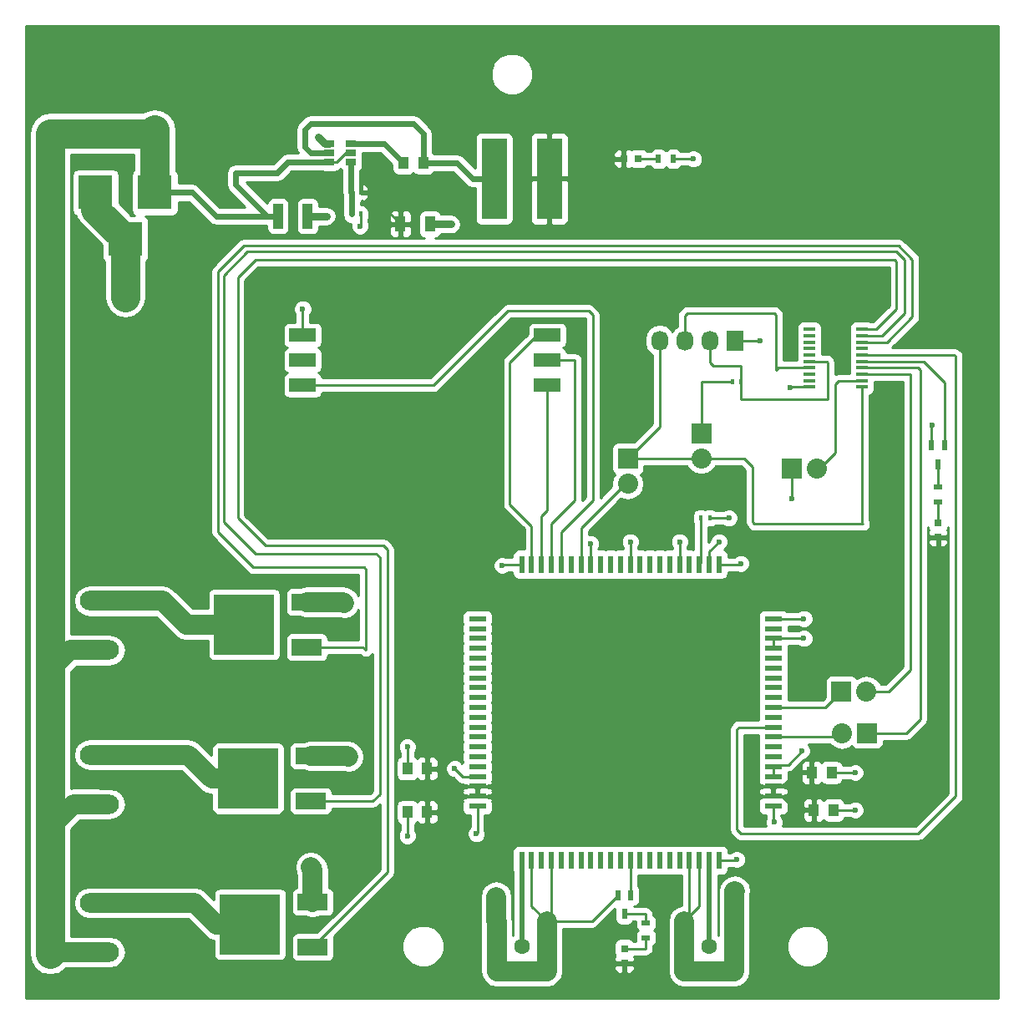
<source format=gtl>
G04 #@! TF.FileFunction,Copper,L1,Top,Signal*
%FSLAX46Y46*%
G04 Gerber Fmt 4.6, Leading zero omitted, Abs format (unit mm)*
G04 Created by KiCad (PCBNEW (2015-05-05 BZR 5645)-product) date Wednesday, June 24, 2015 'pmt' 10:47:51 pm*
%MOMM*%
G01*
G04 APERTURE LIST*
%ADD10C,0.100000*%
%ADD11R,1.000000X1.600000*%
%ADD12R,1.000000X1.250000*%
%ADD13R,1.000000X2.500000*%
%ADD14R,3.500120X3.500120*%
%ADD15R,0.797560X0.797560*%
%ADD16R,2.600000X8.200000*%
%ADD17O,3.962400X1.981200*%
%ADD18R,1.727200X2.032000*%
%ADD19O,1.727200X2.032000*%
%ADD20R,2.032000X2.032000*%
%ADD21O,2.032000X2.032000*%
%ADD22R,2.700000X1.350000*%
%ADD23C,1.600200*%
%ADD24R,3.048000X1.651000*%
%ADD25R,6.096000X6.096000*%
%ADD26R,0.599440X1.000760*%
%ADD27R,0.400000X0.600000*%
%ADD28R,0.900000X0.500000*%
%ADD29R,0.500000X0.900000*%
%ADD30R,1.060000X0.650000*%
%ADD31R,1.270000X0.406400*%
%ADD32R,1.800000X0.600000*%
%ADD33R,0.600000X1.800000*%
%ADD34C,0.600000*%
%ADD35C,0.250000*%
%ADD36C,2.000000*%
%ADD37C,0.800000*%
%ADD38C,3.000000*%
%ADD39C,0.600000*%
%ADD40C,0.500000*%
%ADD41C,0.254000*%
G04 APERTURE END LIST*
D10*
D11*
X113100000Y-53200000D03*
X116100000Y-53200000D03*
D12*
X113400000Y-47000000D03*
X115400000Y-47000000D03*
D13*
X100700000Y-52400000D03*
X103700000Y-52400000D03*
D12*
X154800000Y-108800000D03*
X156800000Y-108800000D03*
X113800000Y-108400000D03*
X115800000Y-108400000D03*
X157000000Y-112600000D03*
X155000000Y-112600000D03*
X115800000Y-112800000D03*
X113800000Y-112800000D03*
D14*
X88200140Y-50000000D03*
X82200660Y-50000000D03*
X85200400Y-54699000D03*
D15*
X135800000Y-126650700D03*
X135800000Y-128149300D03*
X167600000Y-83450700D03*
X167600000Y-84949300D03*
X137221443Y-46575000D03*
X135722843Y-46575000D03*
D16*
X122600000Y-48600000D03*
X128200000Y-48600000D03*
D17*
X82600000Y-127000000D03*
X82600000Y-122000000D03*
D18*
X147000000Y-65000000D03*
D19*
X144460000Y-65000000D03*
X141920000Y-65000000D03*
X139380000Y-65000000D03*
D20*
X160400000Y-104800000D03*
D21*
X157860000Y-104800000D03*
D20*
X157800000Y-100600000D03*
D21*
X160340000Y-100600000D03*
D22*
X103200000Y-69540000D03*
X128000000Y-69540000D03*
X128000000Y-64460000D03*
X103200000Y-64460000D03*
X103200000Y-67000000D03*
X128000000Y-67000000D03*
D23*
X122860000Y-123860000D03*
X122860000Y-128940000D03*
X127940000Y-123860000D03*
X127940000Y-128940000D03*
X125400000Y-126400000D03*
X141860000Y-123860000D03*
X141860000Y-128940000D03*
X146940000Y-123860000D03*
X146940000Y-128940000D03*
X144400000Y-126400000D03*
D24*
X104213000Y-126486000D03*
D25*
X97863000Y-124200000D03*
D24*
X104213000Y-121914000D03*
D26*
X135149760Y-121250040D03*
X136450240Y-121250040D03*
X135800000Y-123149960D03*
X166949760Y-75650040D03*
X168250240Y-75650040D03*
X167600000Y-77549960D03*
D27*
X108150000Y-50000000D03*
X109050000Y-50000000D03*
X108150000Y-52200000D03*
X109050000Y-52200000D03*
X146750000Y-69200000D03*
X147650000Y-69200000D03*
X143550000Y-83000000D03*
X144450000Y-83000000D03*
D28*
X138000000Y-125550000D03*
X138000000Y-124050000D03*
X167600000Y-81350000D03*
X167600000Y-79850000D03*
D29*
X139250000Y-46600000D03*
X140750000Y-46600000D03*
D30*
X105900000Y-45050000D03*
X105900000Y-46000000D03*
X105900000Y-46950000D03*
X108100000Y-46950000D03*
X108100000Y-45050000D03*
X108100000Y-46000000D03*
D31*
X159867000Y-69721000D03*
X159867000Y-69086000D03*
X159867000Y-68425600D03*
X159867000Y-67765200D03*
X159867000Y-67130200D03*
X159867000Y-66469800D03*
X159867000Y-65809400D03*
X159867000Y-65174400D03*
X159867000Y-64514000D03*
X159867000Y-63879000D03*
X154533000Y-63879000D03*
X154533000Y-64514000D03*
X154533000Y-65174400D03*
X154533000Y-65809400D03*
X154533000Y-66469800D03*
X154533000Y-67130200D03*
X154533000Y-67765200D03*
X154533000Y-68425600D03*
X154533000Y-69086000D03*
X154533000Y-69721000D03*
D32*
X150900000Y-112200000D03*
X120900000Y-93200000D03*
D33*
X125400000Y-117700000D03*
X145400000Y-87700000D03*
X144400000Y-87700000D03*
X143400000Y-87700000D03*
X142400000Y-87700000D03*
X141400000Y-87700000D03*
X140400000Y-87700000D03*
X139400000Y-87700000D03*
X138400000Y-87700000D03*
X137400000Y-87700000D03*
X136400000Y-87700000D03*
X135400000Y-87700000D03*
X134400000Y-87700000D03*
X133400000Y-87700000D03*
X132400000Y-87700000D03*
X131400000Y-87700000D03*
X130400000Y-87700000D03*
X129400000Y-87700000D03*
X128400000Y-87700000D03*
X127400000Y-87700000D03*
X126400000Y-87700000D03*
X125400000Y-87700000D03*
X126400000Y-117700000D03*
X127400000Y-117700000D03*
X128400000Y-117700000D03*
X129400000Y-117700000D03*
X130400000Y-117700000D03*
X131400000Y-117700000D03*
X132400000Y-117700000D03*
X133400000Y-117700000D03*
X134400000Y-117700000D03*
X135400000Y-117700000D03*
X136400000Y-117700000D03*
X137400000Y-117700000D03*
X138400000Y-117700000D03*
X139400000Y-117700000D03*
X140400000Y-117700000D03*
X141400000Y-117700000D03*
X142400000Y-117700000D03*
X143400000Y-117700000D03*
X144400000Y-117700000D03*
X145400000Y-117700000D03*
D32*
X120900000Y-94200000D03*
X120900000Y-95200000D03*
X120900000Y-96200000D03*
X120900000Y-97200000D03*
X120900000Y-98200000D03*
X120900000Y-99200000D03*
X120900000Y-100200000D03*
X120900000Y-101200000D03*
X120900000Y-102200000D03*
X120900000Y-103200000D03*
X120900000Y-104200000D03*
X120900000Y-105200000D03*
X120900000Y-106200000D03*
X120900000Y-107200000D03*
X120900000Y-108200000D03*
X120900000Y-109200000D03*
X120900000Y-110200000D03*
X120900000Y-111200000D03*
X120900000Y-112200000D03*
X150900000Y-111200000D03*
X150900000Y-110200000D03*
X150900000Y-109200000D03*
X150900000Y-108200000D03*
X150900000Y-107200000D03*
X150900000Y-106200000D03*
X150900000Y-105200000D03*
X150900000Y-104200000D03*
X150900000Y-103200000D03*
X150900000Y-102200000D03*
X150900000Y-101200000D03*
X150900000Y-100200000D03*
X150900000Y-99200000D03*
X150900000Y-98200000D03*
X150900000Y-97200000D03*
X150900000Y-96200000D03*
X150900000Y-95200000D03*
X150900000Y-94200000D03*
X150900000Y-93200000D03*
D20*
X143600000Y-74400000D03*
D21*
X143600000Y-76940000D03*
D20*
X136148333Y-76975000D03*
D21*
X136148333Y-79515000D03*
D17*
X82600000Y-112000000D03*
X82600000Y-107000000D03*
X82600000Y-96400000D03*
X82600000Y-91400000D03*
D20*
X152800000Y-78000000D03*
D21*
X155340000Y-78000000D03*
D24*
X104013000Y-111686000D03*
D25*
X97663000Y-109400000D03*
D24*
X104013000Y-107114000D03*
X103613000Y-96086000D03*
D25*
X97263000Y-93800000D03*
D24*
X103613000Y-91514000D03*
D34*
X171000000Y-87000000D03*
X167600000Y-87000000D03*
X104000000Y-118400000D03*
X107800000Y-107200000D03*
X107400000Y-91600000D03*
X151000000Y-113800000D03*
X159200000Y-112600000D03*
X159200000Y-108800000D03*
X147200000Y-117600000D03*
X147000000Y-120800000D03*
X122800000Y-121400000D03*
X120800000Y-115000000D03*
X118600000Y-108400000D03*
X103200000Y-61800000D03*
X105600000Y-52400000D03*
X118200000Y-53200000D03*
X104800000Y-44400000D03*
X85200000Y-60600000D03*
X109000000Y-53400000D03*
X149600000Y-65000000D03*
X152600000Y-69800000D03*
X152800000Y-81000000D03*
X167000000Y-73600000D03*
X113800000Y-106200000D03*
X113800000Y-115200000D03*
X142800000Y-46600000D03*
X123400000Y-87800000D03*
X132400000Y-85600000D03*
X136400000Y-85400000D03*
X147600000Y-87600000D03*
X145400000Y-85400000D03*
X141400000Y-85400000D03*
X154000000Y-93200000D03*
X154000000Y-95200000D03*
X153800000Y-106600000D03*
X146400000Y-83000000D03*
D35*
X155000000Y-112600000D02*
X153200000Y-112600000D01*
X153200000Y-112600000D02*
X151800000Y-111200000D01*
X151800000Y-111200000D02*
X150900000Y-111200000D01*
X150900000Y-110200000D02*
X151800000Y-110200000D01*
X151800000Y-110200000D02*
X153200000Y-108800000D01*
X153200000Y-108800000D02*
X154800000Y-108800000D01*
X120900000Y-111200000D02*
X118400000Y-111200000D01*
X116800000Y-112800000D02*
X115800000Y-112800000D01*
X118400000Y-111200000D02*
X116800000Y-112800000D01*
X115800000Y-108400000D02*
X116600000Y-108400000D01*
X118400000Y-110200000D02*
X120900000Y-110200000D01*
X116600000Y-108400000D02*
X118400000Y-110200000D01*
X169400000Y-48600000D02*
X171000000Y-50200000D01*
X171000000Y-50200000D02*
X171000000Y-87000000D01*
X167600000Y-87000000D02*
X167600000Y-84949300D01*
X128200000Y-48600000D02*
X169400000Y-48600000D01*
X154800000Y-110600000D02*
X155000000Y-110800000D01*
X155000000Y-110800000D02*
X155000000Y-112600000D01*
X165800000Y-110600000D02*
X154800000Y-110600000D01*
X167600000Y-108800000D02*
X165800000Y-110600000D01*
X167600000Y-87000000D02*
X167600000Y-108800000D01*
X154800000Y-108800000D02*
X154800000Y-110600000D01*
X109900000Y-50000000D02*
X113100000Y-53200000D01*
X109050000Y-50000000D02*
X109900000Y-50000000D01*
D36*
X104213000Y-121914000D02*
X104213000Y-118613000D01*
X104213000Y-118613000D02*
X104000000Y-118400000D01*
X104013000Y-107114000D02*
X107714000Y-107114000D01*
X107714000Y-107114000D02*
X107800000Y-107200000D01*
X103613000Y-91514000D02*
X107314000Y-91514000D01*
X107314000Y-91514000D02*
X107400000Y-91600000D01*
D35*
X150900000Y-113700000D02*
X151000000Y-113800000D01*
X150900000Y-112200000D02*
X150900000Y-113700000D01*
X157000000Y-112600000D02*
X159200000Y-112600000D01*
X156800000Y-108800000D02*
X159200000Y-108800000D01*
X147100000Y-117700000D02*
X147200000Y-117600000D01*
X145400000Y-117700000D02*
X147100000Y-117700000D01*
D36*
X146940000Y-128940000D02*
X146940000Y-123860000D01*
X141860000Y-128940000D02*
X146940000Y-128940000D01*
X141860000Y-123860000D02*
X141860000Y-128940000D01*
X146940000Y-120860000D02*
X147000000Y-120800000D01*
X146940000Y-123860000D02*
X146940000Y-120860000D01*
X122800000Y-123800000D02*
X122800000Y-121400000D01*
X122860000Y-123860000D02*
X122800000Y-123800000D01*
X122860000Y-128940000D02*
X122860000Y-123860000D01*
X127940000Y-128940000D02*
X122860000Y-128940000D01*
X127940000Y-123860000D02*
X127940000Y-128940000D01*
D35*
X128400000Y-123400000D02*
X127940000Y-123860000D01*
X128400000Y-117700000D02*
X128400000Y-123400000D01*
X126400000Y-122320000D02*
X127940000Y-123860000D01*
X126400000Y-117700000D02*
X126400000Y-122320000D01*
X142400000Y-123320000D02*
X141860000Y-123860000D01*
X142400000Y-117700000D02*
X142400000Y-123320000D01*
X143400000Y-122320000D02*
X141860000Y-123860000D01*
X143400000Y-117700000D02*
X143400000Y-122320000D01*
X132539800Y-123860000D02*
X135149760Y-121250040D01*
X127940000Y-123860000D02*
X132539800Y-123860000D01*
X120900000Y-114900000D02*
X120800000Y-115000000D01*
X120900000Y-112200000D02*
X120900000Y-114900000D01*
X119400000Y-109200000D02*
X118600000Y-108400000D01*
X120900000Y-109200000D02*
X119400000Y-109200000D01*
X103200000Y-64460000D02*
X103200000Y-61800000D01*
D37*
X103700000Y-52400000D02*
X105600000Y-52400000D01*
X116100000Y-53200000D02*
X118200000Y-53200000D01*
X105450000Y-45050000D02*
X104800000Y-44400000D01*
X105900000Y-45050000D02*
X105450000Y-45050000D01*
D38*
X85200400Y-60599600D02*
X85200000Y-60600000D01*
X85200400Y-54699000D02*
X85200400Y-60599600D01*
X82200660Y-51699260D02*
X85200400Y-54699000D01*
X82200660Y-50000000D02*
X82200660Y-51699260D01*
D35*
X109050000Y-53350000D02*
X109000000Y-53400000D01*
X109050000Y-52200000D02*
X109050000Y-53350000D01*
X147000000Y-65000000D02*
X149600000Y-65000000D01*
X152679000Y-69721000D02*
X152600000Y-69800000D01*
X154533000Y-69721000D02*
X152679000Y-69721000D01*
X152800000Y-78000000D02*
X152800000Y-81000000D01*
X166949760Y-73650240D02*
X167000000Y-73600000D01*
X166949760Y-75650040D02*
X166949760Y-73650240D01*
X113800000Y-108400000D02*
X113800000Y-106200000D01*
X113800000Y-112800000D02*
X113800000Y-115200000D01*
X140750000Y-46600000D02*
X142800000Y-46600000D01*
X123500000Y-87700000D02*
X123400000Y-87800000D01*
X125400000Y-87700000D02*
X123500000Y-87700000D01*
X132400000Y-87700000D02*
X132400000Y-85600000D01*
X136400000Y-87700000D02*
X136400000Y-85400000D01*
X147500000Y-87700000D02*
X147600000Y-87600000D01*
X145400000Y-87700000D02*
X147500000Y-87700000D01*
X144400000Y-86400000D02*
X145400000Y-85400000D01*
X144400000Y-87700000D02*
X144400000Y-86400000D01*
X141400000Y-87700000D02*
X141400000Y-85400000D01*
X150900000Y-93200000D02*
X154000000Y-93200000D01*
X150900000Y-95200000D02*
X154000000Y-95200000D01*
X152400000Y-108000000D02*
X153800000Y-106600000D01*
X151100000Y-108000000D02*
X152400000Y-108000000D01*
X150900000Y-108200000D02*
X151100000Y-108000000D01*
X150900000Y-109200000D02*
X150900000Y-108200000D01*
X150900000Y-95200000D02*
X150900000Y-96200000D01*
X144450000Y-83000000D02*
X146400000Y-83000000D01*
D39*
X108100000Y-45050000D02*
X111450000Y-45050000D01*
X111450000Y-45050000D02*
X113400000Y-47000000D01*
X105900000Y-46000000D02*
X104000000Y-46000000D01*
X115400000Y-44000000D02*
X115400000Y-47000000D01*
X114400000Y-43000000D02*
X115400000Y-44000000D01*
X104000000Y-43000000D02*
X114400000Y-43000000D01*
X103400000Y-43600000D02*
X104000000Y-43000000D01*
X103400000Y-45400000D02*
X103400000Y-43600000D01*
X104000000Y-46000000D02*
X103400000Y-45400000D01*
X115400000Y-47000000D02*
X118800000Y-47000000D01*
X120400000Y-48600000D02*
X122600000Y-48600000D01*
X118800000Y-47000000D02*
X120400000Y-48600000D01*
D35*
X138000000Y-125550000D02*
X138000000Y-126600000D01*
X137949300Y-126650700D02*
X135800000Y-126650700D01*
X138000000Y-126600000D02*
X137949300Y-126650700D01*
X167600000Y-81350000D02*
X167600000Y-83450700D01*
X139250000Y-46600000D02*
X137246443Y-46600000D01*
X137246443Y-46600000D02*
X137221443Y-46575000D01*
D36*
X82600000Y-122000000D02*
X92200000Y-122000000D01*
X94400000Y-124200000D02*
X97863000Y-124200000D01*
X92200000Y-122000000D02*
X94400000Y-124200000D01*
D35*
X154533000Y-67130200D02*
X156330200Y-67130200D01*
X147650000Y-70950000D02*
X147650000Y-69200000D01*
X147600000Y-71000000D02*
X147650000Y-70950000D01*
X156400000Y-71000000D02*
X147600000Y-71000000D01*
X156400000Y-67200000D02*
X156400000Y-71000000D01*
X156330200Y-67130200D02*
X156400000Y-67200000D01*
X144460000Y-67260000D02*
X144800000Y-67600000D01*
X144800000Y-67600000D02*
X147600000Y-67600000D01*
X147600000Y-67600000D02*
X147650000Y-67650000D01*
X147650000Y-67650000D02*
X147650000Y-69200000D01*
X144460000Y-65000000D02*
X144460000Y-67260000D01*
X141920000Y-62480000D02*
X142200000Y-62200000D01*
X142200000Y-62200000D02*
X151000000Y-62200000D01*
X151000000Y-62200000D02*
X151200000Y-62400000D01*
X151200000Y-62400000D02*
X151200000Y-68000000D01*
X151200000Y-68000000D02*
X151434800Y-67765200D01*
X151434800Y-67765200D02*
X154533000Y-67765200D01*
X141920000Y-65000000D02*
X141920000Y-62480000D01*
X139380000Y-65000000D02*
X139380000Y-73743333D01*
X139380000Y-73743333D02*
X136148333Y-76975000D01*
X143600000Y-76940000D02*
X143940000Y-76940000D01*
X143600000Y-76940000D02*
X136183333Y-76940000D01*
X136183333Y-76940000D02*
X136148333Y-76975000D01*
X147940000Y-76940000D02*
X148800000Y-77800000D01*
X148800000Y-77800000D02*
X148800000Y-83400000D01*
X148800000Y-83400000D02*
X149000000Y-83600000D01*
X149000000Y-83600000D02*
X160000000Y-83600000D01*
X160000000Y-83600000D02*
X159867000Y-83467000D01*
X159867000Y-83467000D02*
X159867000Y-69721000D01*
X143600000Y-76940000D02*
X147940000Y-76940000D01*
X160400000Y-104800000D02*
X164400000Y-104800000D01*
X165565200Y-67765200D02*
X159867000Y-67765200D01*
X165800000Y-68000000D02*
X165565200Y-67765200D01*
X165800000Y-103400000D02*
X165800000Y-68000000D01*
X164400000Y-104800000D02*
X165800000Y-103400000D01*
X150900000Y-105200000D02*
X157460000Y-105200000D01*
X157460000Y-105200000D02*
X157860000Y-104800000D01*
X150900000Y-102200000D02*
X156200000Y-102200000D01*
X156200000Y-102200000D02*
X157800000Y-100600000D01*
X160340000Y-100600000D02*
X162600000Y-100600000D01*
X164774400Y-68425600D02*
X159867000Y-68425600D01*
X164800000Y-68400000D02*
X164774400Y-68425600D01*
X164800000Y-98400000D02*
X164800000Y-68400000D01*
X162600000Y-100600000D02*
X164800000Y-98400000D01*
X103200000Y-69540000D02*
X116460000Y-69540000D01*
X129400000Y-84400000D02*
X129400000Y-87700000D01*
X132600000Y-81200000D02*
X129400000Y-84400000D01*
X132600000Y-62400000D02*
X132600000Y-81200000D01*
X132200000Y-62000000D02*
X132600000Y-62400000D01*
X124000000Y-62000000D02*
X132200000Y-62000000D01*
X116460000Y-69540000D02*
X124000000Y-62000000D01*
X128000000Y-69540000D02*
X128000000Y-82200000D01*
X127400000Y-82800000D02*
X127400000Y-87700000D01*
X128000000Y-82200000D02*
X127400000Y-82800000D01*
X126400000Y-87700000D02*
X126400000Y-83800000D01*
X124200000Y-67200000D02*
X126940000Y-64460000D01*
X124200000Y-81600000D02*
X124200000Y-67200000D01*
X126400000Y-83800000D02*
X124200000Y-81600000D01*
X126940000Y-64460000D02*
X128000000Y-64460000D01*
X128400000Y-87700000D02*
X128400000Y-83600000D01*
X130800000Y-67000000D02*
X128000000Y-67000000D01*
X130800000Y-81200000D02*
X130800000Y-67000000D01*
X128400000Y-83600000D02*
X130800000Y-81200000D01*
X146750000Y-69200000D02*
X143600000Y-69200000D01*
X143600000Y-69200000D02*
X143600000Y-74400000D01*
X136148333Y-79515000D02*
X135885000Y-79515000D01*
X135885000Y-79515000D02*
X131400000Y-84000000D01*
X131400000Y-84000000D02*
X131400000Y-87700000D01*
D40*
X125400000Y-117700000D02*
X125400000Y-126400000D01*
X144400000Y-117700000D02*
X144400000Y-126400000D01*
D35*
X161321000Y-63879000D02*
X163400000Y-61800000D01*
X163400000Y-61800000D02*
X163400000Y-57000000D01*
X163400000Y-57000000D02*
X163200000Y-56800000D01*
X163200000Y-56800000D02*
X98400000Y-56800000D01*
X98400000Y-56800000D02*
X96600000Y-58600000D01*
X96600000Y-58600000D02*
X96600000Y-83000000D01*
X96600000Y-83000000D02*
X99400000Y-85800000D01*
X99400000Y-85800000D02*
X111400000Y-85800000D01*
X111400000Y-85800000D02*
X111800000Y-86200000D01*
X111800000Y-86200000D02*
X111800000Y-118899000D01*
X111800000Y-118899000D02*
X104213000Y-126486000D01*
X159867000Y-63879000D02*
X161321000Y-63879000D01*
X136450240Y-121250040D02*
X136450240Y-117750240D01*
X136450240Y-117750240D02*
X136400000Y-117700000D01*
X136400000Y-121199800D02*
X136450240Y-121250040D01*
X135800000Y-123149960D02*
X137949960Y-123149960D01*
X138000000Y-123200000D02*
X138000000Y-124050000D01*
X137949960Y-123149960D02*
X138000000Y-123200000D01*
X159867000Y-67130200D02*
X166130200Y-67130200D01*
X168250240Y-69250240D02*
X168250240Y-75650040D01*
X166130200Y-67130200D02*
X168250240Y-69250240D01*
X167600000Y-77549960D02*
X167600000Y-79850000D01*
D39*
X108100000Y-46950000D02*
X108100000Y-49950000D01*
X108100000Y-49950000D02*
X108150000Y-50000000D01*
X108150000Y-50000000D02*
X108150000Y-52200000D01*
D35*
X143550000Y-83000000D02*
X143550000Y-87550000D01*
X143550000Y-87550000D02*
X143400000Y-87700000D01*
X150900000Y-104200000D02*
X147400000Y-104200000D01*
X169269800Y-66469800D02*
X159867000Y-66469800D01*
X169400000Y-66600000D02*
X169269800Y-66469800D01*
X169400000Y-111200000D02*
X169400000Y-66600000D01*
X165600000Y-115000000D02*
X169400000Y-111200000D01*
X147600000Y-115000000D02*
X165600000Y-115000000D01*
X147200000Y-114600000D02*
X147600000Y-115000000D01*
X147200000Y-104400000D02*
X147200000Y-114600000D01*
X147400000Y-104200000D02*
X147200000Y-104400000D01*
D36*
X82600000Y-107000000D02*
X91600000Y-107000000D01*
X94000000Y-109400000D02*
X97663000Y-109400000D01*
X91600000Y-107000000D02*
X94000000Y-109400000D01*
X82600000Y-91400000D02*
X89000000Y-91400000D01*
X91400000Y-93800000D02*
X97263000Y-93800000D01*
X89000000Y-91400000D02*
X91400000Y-93800000D01*
D35*
X155340000Y-78000000D02*
X155600000Y-78000000D01*
X155600000Y-78000000D02*
X157200000Y-76400000D01*
X157200000Y-76400000D02*
X157200000Y-69400000D01*
X157200000Y-69400000D02*
X157514000Y-69086000D01*
X157514000Y-69086000D02*
X159867000Y-69086000D01*
X110314000Y-111686000D02*
X111000000Y-111000000D01*
X111000000Y-111000000D02*
X111000000Y-87000000D01*
X111000000Y-87000000D02*
X110600000Y-86600000D01*
X110600000Y-86600000D02*
X98400000Y-86600000D01*
X98400000Y-86600000D02*
X95200000Y-83400000D01*
X95200000Y-83400000D02*
X95200000Y-58400000D01*
X95200000Y-58400000D02*
X97600000Y-56000000D01*
X97600000Y-56000000D02*
X163400000Y-56000000D01*
X163400000Y-56000000D02*
X164200000Y-56800000D01*
X164200000Y-56800000D02*
X164200000Y-62200000D01*
X164200000Y-62200000D02*
X161886000Y-64514000D01*
X161886000Y-64514000D02*
X159867000Y-64514000D01*
X104013000Y-111686000D02*
X110314000Y-111686000D01*
X162425600Y-65174400D02*
X165000000Y-62600000D01*
X165000000Y-62600000D02*
X165000000Y-56800000D01*
X165000000Y-56800000D02*
X163600000Y-55400000D01*
X163600000Y-55400000D02*
X97200000Y-55400000D01*
X97200000Y-55400000D02*
X94600000Y-58000000D01*
X94600000Y-58000000D02*
X94600000Y-84400000D01*
X94600000Y-84400000D02*
X98200000Y-88000000D01*
X98200000Y-88000000D02*
X109400000Y-88000000D01*
X109400000Y-88000000D02*
X109600000Y-88200000D01*
X109600000Y-88200000D02*
X109600000Y-96400000D01*
X109600000Y-96400000D02*
X109286000Y-96086000D01*
X109286000Y-96086000D02*
X103613000Y-96086000D01*
X159867000Y-65174400D02*
X162425600Y-65174400D01*
D39*
X100700000Y-52400000D02*
X94400000Y-52400000D01*
X92000000Y-50000000D02*
X88200140Y-50000000D01*
X94400000Y-52400000D02*
X92000000Y-50000000D01*
D38*
X88200140Y-50000000D02*
X88200140Y-43600140D01*
X88200140Y-43600140D02*
X87800280Y-44000000D01*
X87800280Y-44000000D02*
X77600000Y-44000000D01*
X77600000Y-44000000D02*
X77600000Y-98400000D01*
D36*
X82600000Y-127000000D02*
X77600000Y-127000000D01*
D38*
X77600000Y-127200000D02*
X77600000Y-114400000D01*
D36*
X77600000Y-127000000D02*
X77600000Y-127200000D01*
X82600000Y-112000000D02*
X80000000Y-112000000D01*
X80000000Y-112000000D02*
X77600000Y-114400000D01*
X82600000Y-96400000D02*
X79600000Y-96400000D01*
X79600000Y-96400000D02*
X77600000Y-98400000D01*
D38*
X77600000Y-98400000D02*
X77600000Y-114400000D01*
D39*
X96400140Y-48000000D02*
X96400140Y-49200140D01*
X96400140Y-49200140D02*
X99600000Y-52400000D01*
X99600000Y-52400000D02*
X100700000Y-52400000D01*
D35*
X108100000Y-46000000D02*
X107600000Y-46000000D01*
X107600000Y-46000000D02*
X106650000Y-46950000D01*
X106650000Y-46950000D02*
X105900000Y-46950000D01*
D39*
X96400140Y-48000000D02*
X100600000Y-48000000D01*
X101650000Y-46950000D02*
X105900000Y-46950000D01*
X100600000Y-48000000D02*
X101650000Y-46950000D01*
D41*
G36*
X168640000Y-110885198D02*
X168633780Y-110891418D01*
X168633780Y-85474389D01*
X168633780Y-85235050D01*
X168475030Y-85076300D01*
X167727000Y-85076300D01*
X167727000Y-85824330D01*
X167885750Y-85983080D01*
X168125090Y-85983080D01*
X168358479Y-85886407D01*
X168537107Y-85707778D01*
X168633780Y-85474389D01*
X168633780Y-110891418D01*
X167473000Y-112052198D01*
X167473000Y-85824330D01*
X167473000Y-85076300D01*
X166724970Y-85076300D01*
X166566220Y-85235050D01*
X166566220Y-85474389D01*
X166662893Y-85707778D01*
X166841521Y-85886407D01*
X167074910Y-85983080D01*
X167314250Y-85983080D01*
X167473000Y-85824330D01*
X167473000Y-112052198D01*
X165285198Y-114240000D01*
X160135162Y-114240000D01*
X160135162Y-112414833D01*
X160135162Y-108614833D01*
X159993117Y-108271057D01*
X159730327Y-108007808D01*
X159386799Y-107865162D01*
X159014833Y-107864838D01*
X158671057Y-108006883D01*
X158637882Y-108040000D01*
X157921247Y-108040000D01*
X157900463Y-107932877D01*
X157760673Y-107720073D01*
X157549640Y-107577623D01*
X157300000Y-107527560D01*
X156300000Y-107527560D01*
X156057877Y-107574537D01*
X155845073Y-107714327D01*
X155801662Y-107778637D01*
X155659698Y-107636673D01*
X155426309Y-107540000D01*
X155085750Y-107540000D01*
X154927000Y-107698750D01*
X154927000Y-108673000D01*
X154947000Y-108673000D01*
X154947000Y-108927000D01*
X154927000Y-108927000D01*
X154927000Y-109901250D01*
X155085750Y-110060000D01*
X155426309Y-110060000D01*
X155659698Y-109963327D01*
X155801176Y-109821849D01*
X155839327Y-109879927D01*
X156050360Y-110022377D01*
X156300000Y-110072440D01*
X157300000Y-110072440D01*
X157542123Y-110025463D01*
X157754927Y-109885673D01*
X157897377Y-109674640D01*
X157920366Y-109560000D01*
X158637537Y-109560000D01*
X158669673Y-109592192D01*
X159013201Y-109734838D01*
X159385167Y-109735162D01*
X159728943Y-109593117D01*
X159992192Y-109330327D01*
X160134838Y-108986799D01*
X160135162Y-108614833D01*
X160135162Y-112414833D01*
X159993117Y-112071057D01*
X159730327Y-111807808D01*
X159386799Y-111665162D01*
X159014833Y-111664838D01*
X158671057Y-111806883D01*
X158637882Y-111840000D01*
X158121247Y-111840000D01*
X158100463Y-111732877D01*
X157960673Y-111520073D01*
X157749640Y-111377623D01*
X157500000Y-111327560D01*
X156500000Y-111327560D01*
X156257877Y-111374537D01*
X156045073Y-111514327D01*
X156001662Y-111578637D01*
X155859698Y-111436673D01*
X155626309Y-111340000D01*
X155285750Y-111340000D01*
X155127000Y-111498750D01*
X155127000Y-112473000D01*
X155147000Y-112473000D01*
X155147000Y-112727000D01*
X155127000Y-112727000D01*
X155127000Y-113701250D01*
X155285750Y-113860000D01*
X155626309Y-113860000D01*
X155859698Y-113763327D01*
X156001176Y-113621849D01*
X156039327Y-113679927D01*
X156250360Y-113822377D01*
X156500000Y-113872440D01*
X157500000Y-113872440D01*
X157742123Y-113825463D01*
X157954927Y-113685673D01*
X158097377Y-113474640D01*
X158120366Y-113360000D01*
X158637537Y-113360000D01*
X158669673Y-113392192D01*
X159013201Y-113534838D01*
X159385167Y-113535162D01*
X159728943Y-113393117D01*
X159992192Y-113130327D01*
X160134838Y-112786799D01*
X160135162Y-112414833D01*
X160135162Y-114240000D01*
X154873000Y-114240000D01*
X154873000Y-113701250D01*
X154873000Y-112727000D01*
X154873000Y-112473000D01*
X154873000Y-111498750D01*
X154714250Y-111340000D01*
X154673000Y-111340000D01*
X154673000Y-109901250D01*
X154673000Y-108927000D01*
X154673000Y-108673000D01*
X154673000Y-107698750D01*
X154514250Y-107540000D01*
X154173691Y-107540000D01*
X153940302Y-107636673D01*
X153761673Y-107815301D01*
X153665000Y-108048690D01*
X153665000Y-108301309D01*
X153665000Y-108514250D01*
X153823750Y-108673000D01*
X154673000Y-108673000D01*
X154673000Y-108927000D01*
X153823750Y-108927000D01*
X153665000Y-109085750D01*
X153665000Y-109298691D01*
X153665000Y-109551310D01*
X153761673Y-109784699D01*
X153940302Y-109963327D01*
X154173691Y-110060000D01*
X154514250Y-110060000D01*
X154673000Y-109901250D01*
X154673000Y-111340000D01*
X154373691Y-111340000D01*
X154140302Y-111436673D01*
X153961673Y-111615301D01*
X153865000Y-111848690D01*
X153865000Y-112101309D01*
X153865000Y-112314250D01*
X154023750Y-112473000D01*
X154873000Y-112473000D01*
X154873000Y-112727000D01*
X154023750Y-112727000D01*
X153865000Y-112885750D01*
X153865000Y-113098691D01*
X153865000Y-113351310D01*
X153961673Y-113584699D01*
X154140302Y-113763327D01*
X154373691Y-113860000D01*
X154714250Y-113860000D01*
X154873000Y-113701250D01*
X154873000Y-114240000D01*
X151829699Y-114240000D01*
X151934838Y-113986799D01*
X151935162Y-113614833D01*
X151793117Y-113271057D01*
X151669715Y-113147440D01*
X151800000Y-113147440D01*
X152042123Y-113100463D01*
X152254927Y-112960673D01*
X152397377Y-112749640D01*
X152447440Y-112500000D01*
X152447440Y-111900000D01*
X152407309Y-111693161D01*
X152435000Y-111626310D01*
X152435000Y-111485750D01*
X152435000Y-110914250D01*
X152435000Y-110773690D01*
X152404476Y-110700000D01*
X152435000Y-110626310D01*
X152435000Y-110485750D01*
X152276250Y-110327000D01*
X152075990Y-110327000D01*
X151926309Y-110265000D01*
X151185750Y-110265000D01*
X151123750Y-110327000D01*
X151027000Y-110327000D01*
X151027000Y-110423750D01*
X151027000Y-110976250D01*
X151027000Y-111073000D01*
X151123750Y-111073000D01*
X151185750Y-111135000D01*
X151926309Y-111135000D01*
X152075990Y-111073000D01*
X152276250Y-111073000D01*
X152435000Y-110914250D01*
X152435000Y-111485750D01*
X152276250Y-111327000D01*
X152085753Y-111327000D01*
X152049640Y-111302623D01*
X151800000Y-111252560D01*
X150773000Y-111252560D01*
X150773000Y-111073000D01*
X150773000Y-110976250D01*
X150773000Y-110423750D01*
X150773000Y-110327000D01*
X150676250Y-110327000D01*
X150614250Y-110265000D01*
X149873691Y-110265000D01*
X149724009Y-110327000D01*
X149523750Y-110327000D01*
X149365000Y-110485750D01*
X149365000Y-110626310D01*
X149395523Y-110700000D01*
X149365000Y-110773690D01*
X149365000Y-110914250D01*
X149523750Y-111073000D01*
X149724009Y-111073000D01*
X149873691Y-111135000D01*
X150614250Y-111135000D01*
X150676250Y-111073000D01*
X150773000Y-111073000D01*
X150773000Y-111252560D01*
X150000000Y-111252560D01*
X149757877Y-111299537D01*
X149716069Y-111327000D01*
X149523750Y-111327000D01*
X149365000Y-111485750D01*
X149365000Y-111626310D01*
X149393599Y-111695355D01*
X149352560Y-111900000D01*
X149352560Y-112500000D01*
X149399537Y-112742123D01*
X149539327Y-112954927D01*
X149750360Y-113097377D01*
X150000000Y-113147440D01*
X150140000Y-113147440D01*
X150140000Y-113432971D01*
X150065162Y-113613201D01*
X150064838Y-113985167D01*
X150170132Y-114240000D01*
X147960000Y-114240000D01*
X147960000Y-104960000D01*
X149352560Y-104960000D01*
X149352560Y-105500000D01*
X149392005Y-105703304D01*
X149352560Y-105900000D01*
X149352560Y-106500000D01*
X149392005Y-106703304D01*
X149352560Y-106900000D01*
X149352560Y-107500000D01*
X149392005Y-107703304D01*
X149352560Y-107900000D01*
X149352560Y-108500000D01*
X149392005Y-108703304D01*
X149352560Y-108900000D01*
X149352560Y-109500000D01*
X149392690Y-109706838D01*
X149365000Y-109773690D01*
X149365000Y-109914250D01*
X149523750Y-110073000D01*
X149714246Y-110073000D01*
X149750360Y-110097377D01*
X150000000Y-110147440D01*
X151800000Y-110147440D01*
X152042123Y-110100463D01*
X152083930Y-110073000D01*
X152276250Y-110073000D01*
X152435000Y-109914250D01*
X152435000Y-109773690D01*
X152406400Y-109704644D01*
X152447440Y-109500000D01*
X152447440Y-108900000D01*
X152419523Y-108756116D01*
X152690839Y-108702148D01*
X152937401Y-108537401D01*
X153939679Y-107535122D01*
X153985167Y-107535162D01*
X154328943Y-107393117D01*
X154592192Y-107130327D01*
X154734838Y-106786799D01*
X154735162Y-106414833D01*
X154593117Y-106071057D01*
X154482253Y-105960000D01*
X156665988Y-105960000D01*
X156692567Y-105999778D01*
X157228190Y-106357670D01*
X157860000Y-106483345D01*
X158491810Y-106357670D01*
X158831298Y-106130830D01*
X158923327Y-106270927D01*
X159134360Y-106413377D01*
X159384000Y-106463440D01*
X161416000Y-106463440D01*
X161658123Y-106416463D01*
X161870927Y-106276673D01*
X162013377Y-106065640D01*
X162063440Y-105816000D01*
X162063440Y-105560000D01*
X164400000Y-105560000D01*
X164690839Y-105502148D01*
X164937401Y-105337401D01*
X166337401Y-103937401D01*
X166502148Y-103690839D01*
X166560000Y-103400000D01*
X166560000Y-83881538D01*
X166600757Y-84091603D01*
X166664728Y-84188986D01*
X166662893Y-84190822D01*
X166566220Y-84424211D01*
X166566220Y-84663550D01*
X166724970Y-84822300D01*
X167473000Y-84822300D01*
X167473000Y-84802300D01*
X167727000Y-84802300D01*
X167727000Y-84822300D01*
X168475030Y-84822300D01*
X168633780Y-84663550D01*
X168633780Y-84424211D01*
X168537107Y-84190822D01*
X168535405Y-84189120D01*
X168596157Y-84099120D01*
X168640000Y-83880496D01*
X168640000Y-110885198D01*
X168640000Y-110885198D01*
G37*
X168640000Y-110885198D02*
X168633780Y-110891418D01*
X168633780Y-85474389D01*
X168633780Y-85235050D01*
X168475030Y-85076300D01*
X167727000Y-85076300D01*
X167727000Y-85824330D01*
X167885750Y-85983080D01*
X168125090Y-85983080D01*
X168358479Y-85886407D01*
X168537107Y-85707778D01*
X168633780Y-85474389D01*
X168633780Y-110891418D01*
X167473000Y-112052198D01*
X167473000Y-85824330D01*
X167473000Y-85076300D01*
X166724970Y-85076300D01*
X166566220Y-85235050D01*
X166566220Y-85474389D01*
X166662893Y-85707778D01*
X166841521Y-85886407D01*
X167074910Y-85983080D01*
X167314250Y-85983080D01*
X167473000Y-85824330D01*
X167473000Y-112052198D01*
X165285198Y-114240000D01*
X160135162Y-114240000D01*
X160135162Y-112414833D01*
X160135162Y-108614833D01*
X159993117Y-108271057D01*
X159730327Y-108007808D01*
X159386799Y-107865162D01*
X159014833Y-107864838D01*
X158671057Y-108006883D01*
X158637882Y-108040000D01*
X157921247Y-108040000D01*
X157900463Y-107932877D01*
X157760673Y-107720073D01*
X157549640Y-107577623D01*
X157300000Y-107527560D01*
X156300000Y-107527560D01*
X156057877Y-107574537D01*
X155845073Y-107714327D01*
X155801662Y-107778637D01*
X155659698Y-107636673D01*
X155426309Y-107540000D01*
X155085750Y-107540000D01*
X154927000Y-107698750D01*
X154927000Y-108673000D01*
X154947000Y-108673000D01*
X154947000Y-108927000D01*
X154927000Y-108927000D01*
X154927000Y-109901250D01*
X155085750Y-110060000D01*
X155426309Y-110060000D01*
X155659698Y-109963327D01*
X155801176Y-109821849D01*
X155839327Y-109879927D01*
X156050360Y-110022377D01*
X156300000Y-110072440D01*
X157300000Y-110072440D01*
X157542123Y-110025463D01*
X157754927Y-109885673D01*
X157897377Y-109674640D01*
X157920366Y-109560000D01*
X158637537Y-109560000D01*
X158669673Y-109592192D01*
X159013201Y-109734838D01*
X159385167Y-109735162D01*
X159728943Y-109593117D01*
X159992192Y-109330327D01*
X160134838Y-108986799D01*
X160135162Y-108614833D01*
X160135162Y-112414833D01*
X159993117Y-112071057D01*
X159730327Y-111807808D01*
X159386799Y-111665162D01*
X159014833Y-111664838D01*
X158671057Y-111806883D01*
X158637882Y-111840000D01*
X158121247Y-111840000D01*
X158100463Y-111732877D01*
X157960673Y-111520073D01*
X157749640Y-111377623D01*
X157500000Y-111327560D01*
X156500000Y-111327560D01*
X156257877Y-111374537D01*
X156045073Y-111514327D01*
X156001662Y-111578637D01*
X155859698Y-111436673D01*
X155626309Y-111340000D01*
X155285750Y-111340000D01*
X155127000Y-111498750D01*
X155127000Y-112473000D01*
X155147000Y-112473000D01*
X155147000Y-112727000D01*
X155127000Y-112727000D01*
X155127000Y-113701250D01*
X155285750Y-113860000D01*
X155626309Y-113860000D01*
X155859698Y-113763327D01*
X156001176Y-113621849D01*
X156039327Y-113679927D01*
X156250360Y-113822377D01*
X156500000Y-113872440D01*
X157500000Y-113872440D01*
X157742123Y-113825463D01*
X157954927Y-113685673D01*
X158097377Y-113474640D01*
X158120366Y-113360000D01*
X158637537Y-113360000D01*
X158669673Y-113392192D01*
X159013201Y-113534838D01*
X159385167Y-113535162D01*
X159728943Y-113393117D01*
X159992192Y-113130327D01*
X160134838Y-112786799D01*
X160135162Y-112414833D01*
X160135162Y-114240000D01*
X154873000Y-114240000D01*
X154873000Y-113701250D01*
X154873000Y-112727000D01*
X154873000Y-112473000D01*
X154873000Y-111498750D01*
X154714250Y-111340000D01*
X154673000Y-111340000D01*
X154673000Y-109901250D01*
X154673000Y-108927000D01*
X154673000Y-108673000D01*
X154673000Y-107698750D01*
X154514250Y-107540000D01*
X154173691Y-107540000D01*
X153940302Y-107636673D01*
X153761673Y-107815301D01*
X153665000Y-108048690D01*
X153665000Y-108301309D01*
X153665000Y-108514250D01*
X153823750Y-108673000D01*
X154673000Y-108673000D01*
X154673000Y-108927000D01*
X153823750Y-108927000D01*
X153665000Y-109085750D01*
X153665000Y-109298691D01*
X153665000Y-109551310D01*
X153761673Y-109784699D01*
X153940302Y-109963327D01*
X154173691Y-110060000D01*
X154514250Y-110060000D01*
X154673000Y-109901250D01*
X154673000Y-111340000D01*
X154373691Y-111340000D01*
X154140302Y-111436673D01*
X153961673Y-111615301D01*
X153865000Y-111848690D01*
X153865000Y-112101309D01*
X153865000Y-112314250D01*
X154023750Y-112473000D01*
X154873000Y-112473000D01*
X154873000Y-112727000D01*
X154023750Y-112727000D01*
X153865000Y-112885750D01*
X153865000Y-113098691D01*
X153865000Y-113351310D01*
X153961673Y-113584699D01*
X154140302Y-113763327D01*
X154373691Y-113860000D01*
X154714250Y-113860000D01*
X154873000Y-113701250D01*
X154873000Y-114240000D01*
X151829699Y-114240000D01*
X151934838Y-113986799D01*
X151935162Y-113614833D01*
X151793117Y-113271057D01*
X151669715Y-113147440D01*
X151800000Y-113147440D01*
X152042123Y-113100463D01*
X152254927Y-112960673D01*
X152397377Y-112749640D01*
X152447440Y-112500000D01*
X152447440Y-111900000D01*
X152407309Y-111693161D01*
X152435000Y-111626310D01*
X152435000Y-111485750D01*
X152435000Y-110914250D01*
X152435000Y-110773690D01*
X152404476Y-110700000D01*
X152435000Y-110626310D01*
X152435000Y-110485750D01*
X152276250Y-110327000D01*
X152075990Y-110327000D01*
X151926309Y-110265000D01*
X151185750Y-110265000D01*
X151123750Y-110327000D01*
X151027000Y-110327000D01*
X151027000Y-110423750D01*
X151027000Y-110976250D01*
X151027000Y-111073000D01*
X151123750Y-111073000D01*
X151185750Y-111135000D01*
X151926309Y-111135000D01*
X152075990Y-111073000D01*
X152276250Y-111073000D01*
X152435000Y-110914250D01*
X152435000Y-111485750D01*
X152276250Y-111327000D01*
X152085753Y-111327000D01*
X152049640Y-111302623D01*
X151800000Y-111252560D01*
X150773000Y-111252560D01*
X150773000Y-111073000D01*
X150773000Y-110976250D01*
X150773000Y-110423750D01*
X150773000Y-110327000D01*
X150676250Y-110327000D01*
X150614250Y-110265000D01*
X149873691Y-110265000D01*
X149724009Y-110327000D01*
X149523750Y-110327000D01*
X149365000Y-110485750D01*
X149365000Y-110626310D01*
X149395523Y-110700000D01*
X149365000Y-110773690D01*
X149365000Y-110914250D01*
X149523750Y-111073000D01*
X149724009Y-111073000D01*
X149873691Y-111135000D01*
X150614250Y-111135000D01*
X150676250Y-111073000D01*
X150773000Y-111073000D01*
X150773000Y-111252560D01*
X150000000Y-111252560D01*
X149757877Y-111299537D01*
X149716069Y-111327000D01*
X149523750Y-111327000D01*
X149365000Y-111485750D01*
X149365000Y-111626310D01*
X149393599Y-111695355D01*
X149352560Y-111900000D01*
X149352560Y-112500000D01*
X149399537Y-112742123D01*
X149539327Y-112954927D01*
X149750360Y-113097377D01*
X150000000Y-113147440D01*
X150140000Y-113147440D01*
X150140000Y-113432971D01*
X150065162Y-113613201D01*
X150064838Y-113985167D01*
X150170132Y-114240000D01*
X147960000Y-114240000D01*
X147960000Y-104960000D01*
X149352560Y-104960000D01*
X149352560Y-105500000D01*
X149392005Y-105703304D01*
X149352560Y-105900000D01*
X149352560Y-106500000D01*
X149392005Y-106703304D01*
X149352560Y-106900000D01*
X149352560Y-107500000D01*
X149392005Y-107703304D01*
X149352560Y-107900000D01*
X149352560Y-108500000D01*
X149392005Y-108703304D01*
X149352560Y-108900000D01*
X149352560Y-109500000D01*
X149392690Y-109706838D01*
X149365000Y-109773690D01*
X149365000Y-109914250D01*
X149523750Y-110073000D01*
X149714246Y-110073000D01*
X149750360Y-110097377D01*
X150000000Y-110147440D01*
X151800000Y-110147440D01*
X152042123Y-110100463D01*
X152083930Y-110073000D01*
X152276250Y-110073000D01*
X152435000Y-109914250D01*
X152435000Y-109773690D01*
X152406400Y-109704644D01*
X152447440Y-109500000D01*
X152447440Y-108900000D01*
X152419523Y-108756116D01*
X152690839Y-108702148D01*
X152937401Y-108537401D01*
X153939679Y-107535122D01*
X153985167Y-107535162D01*
X154328943Y-107393117D01*
X154592192Y-107130327D01*
X154734838Y-106786799D01*
X154735162Y-106414833D01*
X154593117Y-106071057D01*
X154482253Y-105960000D01*
X156665988Y-105960000D01*
X156692567Y-105999778D01*
X157228190Y-106357670D01*
X157860000Y-106483345D01*
X158491810Y-106357670D01*
X158831298Y-106130830D01*
X158923327Y-106270927D01*
X159134360Y-106413377D01*
X159384000Y-106463440D01*
X161416000Y-106463440D01*
X161658123Y-106416463D01*
X161870927Y-106276673D01*
X162013377Y-106065640D01*
X162063440Y-105816000D01*
X162063440Y-105560000D01*
X164400000Y-105560000D01*
X164690839Y-105502148D01*
X164937401Y-105337401D01*
X166337401Y-103937401D01*
X166502148Y-103690839D01*
X166560000Y-103400000D01*
X166560000Y-83881538D01*
X166600757Y-84091603D01*
X166664728Y-84188986D01*
X166662893Y-84190822D01*
X166566220Y-84424211D01*
X166566220Y-84663550D01*
X166724970Y-84822300D01*
X167473000Y-84822300D01*
X167473000Y-84802300D01*
X167727000Y-84802300D01*
X167727000Y-84822300D01*
X168475030Y-84822300D01*
X168633780Y-84663550D01*
X168633780Y-84424211D01*
X168537107Y-84190822D01*
X168535405Y-84189120D01*
X168596157Y-84099120D01*
X168640000Y-83880496D01*
X168640000Y-110885198D01*
G36*
X173690000Y-131690000D02*
X170160000Y-131690000D01*
X170160000Y-111200000D01*
X170160000Y-66600000D01*
X170102148Y-66309161D01*
X169937401Y-66062599D01*
X169807201Y-65932399D01*
X169560639Y-65767652D01*
X169269800Y-65709800D01*
X162965002Y-65709800D01*
X165537401Y-63137401D01*
X165702148Y-62890840D01*
X165702148Y-62890839D01*
X165760000Y-62600000D01*
X165760000Y-56800000D01*
X165702148Y-56509161D01*
X165537401Y-56262599D01*
X164137401Y-54862599D01*
X163890839Y-54697852D01*
X163600000Y-54640000D01*
X143735162Y-54640000D01*
X143735162Y-46414833D01*
X143593117Y-46071057D01*
X143330327Y-45807808D01*
X142986799Y-45665162D01*
X142614833Y-45664838D01*
X142271057Y-45806883D01*
X142237882Y-45840000D01*
X141555874Y-45840000D01*
X141460673Y-45695073D01*
X141249640Y-45552623D01*
X141000000Y-45502560D01*
X140500000Y-45502560D01*
X140257877Y-45549537D01*
X140045073Y-45689327D01*
X140000386Y-45755528D01*
X139960673Y-45695073D01*
X139749640Y-45552623D01*
X139500000Y-45502560D01*
X139000000Y-45502560D01*
X138757877Y-45549537D01*
X138545073Y-45689327D01*
X138443366Y-45840000D01*
X138158874Y-45840000D01*
X138080896Y-45721293D01*
X137869863Y-45578843D01*
X137620223Y-45528780D01*
X136822663Y-45528780D01*
X136580540Y-45575757D01*
X136483156Y-45639728D01*
X136481321Y-45637893D01*
X136247932Y-45541220D01*
X136008593Y-45541220D01*
X135849843Y-45699970D01*
X135849843Y-46448000D01*
X135869843Y-46448000D01*
X135869843Y-46702000D01*
X135849843Y-46702000D01*
X135849843Y-47450030D01*
X136008593Y-47608780D01*
X136247932Y-47608780D01*
X136481321Y-47512107D01*
X136483022Y-47510405D01*
X136573023Y-47571157D01*
X136822663Y-47621220D01*
X137620223Y-47621220D01*
X137862346Y-47574243D01*
X138075150Y-47434453D01*
X138125406Y-47360000D01*
X138444125Y-47360000D01*
X138539327Y-47504927D01*
X138750360Y-47647377D01*
X139000000Y-47697440D01*
X139500000Y-47697440D01*
X139742123Y-47650463D01*
X139954927Y-47510673D01*
X139999613Y-47444471D01*
X140039327Y-47504927D01*
X140250360Y-47647377D01*
X140500000Y-47697440D01*
X141000000Y-47697440D01*
X141242123Y-47650463D01*
X141454927Y-47510673D01*
X141556633Y-47360000D01*
X142237537Y-47360000D01*
X142269673Y-47392192D01*
X142613201Y-47534838D01*
X142985167Y-47535162D01*
X143328943Y-47393117D01*
X143592192Y-47130327D01*
X143734838Y-46786799D01*
X143735162Y-46414833D01*
X143735162Y-54640000D01*
X135595843Y-54640000D01*
X135595843Y-47450030D01*
X135595843Y-46702000D01*
X135595843Y-46448000D01*
X135595843Y-45699970D01*
X135437093Y-45541220D01*
X135197754Y-45541220D01*
X134964365Y-45637893D01*
X134785736Y-45816521D01*
X134689063Y-46049910D01*
X134689063Y-46289250D01*
X134847813Y-46448000D01*
X135595843Y-46448000D01*
X135595843Y-46702000D01*
X134847813Y-46702000D01*
X134689063Y-46860750D01*
X134689063Y-47100090D01*
X134785736Y-47333479D01*
X134964365Y-47512107D01*
X135197754Y-47608780D01*
X135437093Y-47608780D01*
X135595843Y-47450030D01*
X135595843Y-54640000D01*
X130135000Y-54640000D01*
X130135000Y-52826310D01*
X130135000Y-52573691D01*
X130135000Y-48885750D01*
X130135000Y-48314250D01*
X130135000Y-44626309D01*
X130135000Y-44373690D01*
X130038327Y-44140301D01*
X129859698Y-43961673D01*
X129626309Y-43865000D01*
X128485750Y-43865000D01*
X128327000Y-44023750D01*
X128327000Y-48473000D01*
X129976250Y-48473000D01*
X130135000Y-48314250D01*
X130135000Y-48885750D01*
X129976250Y-48727000D01*
X128327000Y-48727000D01*
X128327000Y-53176250D01*
X128485750Y-53335000D01*
X129626309Y-53335000D01*
X129859698Y-53238327D01*
X130038327Y-53059699D01*
X130135000Y-52826310D01*
X130135000Y-54640000D01*
X128073000Y-54640000D01*
X128073000Y-53176250D01*
X128073000Y-48727000D01*
X128073000Y-48473000D01*
X128073000Y-44023750D01*
X127914250Y-43865000D01*
X126773691Y-43865000D01*
X126540302Y-43961673D01*
X126535370Y-43966604D01*
X126535370Y-37577185D01*
X126211020Y-36792200D01*
X125610959Y-36191091D01*
X124826541Y-35865372D01*
X123977185Y-35864630D01*
X123192200Y-36188980D01*
X122591091Y-36789041D01*
X122265372Y-37573459D01*
X122264630Y-38422815D01*
X122588980Y-39207800D01*
X123189041Y-39808909D01*
X123973459Y-40134628D01*
X124822815Y-40135370D01*
X125607800Y-39811020D01*
X126208909Y-39210959D01*
X126534628Y-38426541D01*
X126535370Y-37577185D01*
X126535370Y-43966604D01*
X126361673Y-44140301D01*
X126265000Y-44373690D01*
X126265000Y-44626309D01*
X126265000Y-48314250D01*
X126423750Y-48473000D01*
X128073000Y-48473000D01*
X128073000Y-48727000D01*
X126423750Y-48727000D01*
X126265000Y-48885750D01*
X126265000Y-52573691D01*
X126265000Y-52826310D01*
X126361673Y-53059699D01*
X126540302Y-53238327D01*
X126773691Y-53335000D01*
X127914250Y-53335000D01*
X128073000Y-53176250D01*
X128073000Y-54640000D01*
X124547440Y-54640000D01*
X124547440Y-52700000D01*
X124547440Y-44500000D01*
X124500463Y-44257877D01*
X124360673Y-44045073D01*
X124149640Y-43902623D01*
X123900000Y-43852560D01*
X121300000Y-43852560D01*
X121057877Y-43899537D01*
X120845073Y-44039327D01*
X120702623Y-44250360D01*
X120652560Y-44500000D01*
X120652560Y-47530270D01*
X119461145Y-46338855D01*
X119157809Y-46136173D01*
X118800000Y-46065000D01*
X116455874Y-46065000D01*
X116360673Y-45920073D01*
X116335000Y-45902743D01*
X116335000Y-44000005D01*
X116335000Y-44000000D01*
X116335001Y-44000000D01*
X116275635Y-43701556D01*
X116263827Y-43642192D01*
X116263827Y-43642191D01*
X116061145Y-43338855D01*
X115061145Y-42338855D01*
X114757809Y-42136173D01*
X114400000Y-42065000D01*
X104000000Y-42065000D01*
X103642191Y-42136173D01*
X103338855Y-42338855D01*
X102738855Y-42938855D01*
X102536173Y-43242191D01*
X102465000Y-43600000D01*
X102465000Y-45400000D01*
X102536173Y-45757809D01*
X102708021Y-46015000D01*
X101650000Y-46015000D01*
X101292191Y-46086173D01*
X100988855Y-46288855D01*
X100212710Y-47065000D01*
X96400140Y-47065000D01*
X96042331Y-47136173D01*
X95738995Y-47338855D01*
X95536313Y-47642191D01*
X95465140Y-48000000D01*
X95465140Y-49200140D01*
X95536313Y-49557949D01*
X95738995Y-49861285D01*
X97342710Y-51465000D01*
X94787290Y-51465000D01*
X92661145Y-49338855D01*
X92357809Y-49136173D01*
X92000000Y-49065000D01*
X90597640Y-49065000D01*
X90597640Y-48249940D01*
X90550663Y-48007817D01*
X90410873Y-47795013D01*
X90335140Y-47743892D01*
X90335140Y-43600140D01*
X90172623Y-42783111D01*
X89709813Y-42090467D01*
X89017169Y-41627657D01*
X88200140Y-41465140D01*
X87383110Y-41627657D01*
X87027901Y-41865000D01*
X77600000Y-41865000D01*
X76782971Y-42027517D01*
X76090327Y-42490327D01*
X75627517Y-43182971D01*
X75465000Y-44000000D01*
X75465000Y-98400000D01*
X75465000Y-114400000D01*
X75465000Y-127200000D01*
X75627517Y-128017029D01*
X76090327Y-128709673D01*
X76782971Y-129172483D01*
X77600000Y-129335000D01*
X78417029Y-129172483D01*
X79109673Y-128709673D01*
X79159567Y-128635000D01*
X82600000Y-128635000D01*
X82647256Y-128625600D01*
X83641854Y-128625600D01*
X84263944Y-128501859D01*
X84791327Y-128149473D01*
X85143713Y-127622090D01*
X85267454Y-127000000D01*
X85143713Y-126377910D01*
X84791327Y-125850527D01*
X84263944Y-125498141D01*
X83641854Y-125374400D01*
X82647256Y-125374400D01*
X82600000Y-125365000D01*
X79735000Y-125365000D01*
X79735000Y-114577239D01*
X80677239Y-113635000D01*
X82600000Y-113635000D01*
X82647256Y-113625600D01*
X83641854Y-113625600D01*
X84263944Y-113501859D01*
X84791327Y-113149473D01*
X85143713Y-112622090D01*
X85267454Y-112000000D01*
X85143713Y-111377910D01*
X84791327Y-110850527D01*
X84263944Y-110498141D01*
X83641854Y-110374400D01*
X82647256Y-110374400D01*
X82600000Y-110365000D01*
X80000005Y-110365000D01*
X80000000Y-110364999D01*
X79735000Y-110417711D01*
X79735000Y-98577239D01*
X80277239Y-98035000D01*
X82600000Y-98035000D01*
X82647256Y-98025600D01*
X83641854Y-98025600D01*
X84263944Y-97901859D01*
X84791327Y-97549473D01*
X85143713Y-97022090D01*
X85267454Y-96400000D01*
X85143713Y-95777910D01*
X84791327Y-95250527D01*
X84263944Y-94898141D01*
X83641854Y-94774400D01*
X82647256Y-94774400D01*
X82600000Y-94765000D01*
X79735000Y-94765000D01*
X79735000Y-46135000D01*
X86065140Y-46135000D01*
X86065140Y-47743292D01*
X85995153Y-47789267D01*
X85852703Y-48000300D01*
X85802640Y-48249940D01*
X85802640Y-51750060D01*
X85849617Y-51992183D01*
X85989407Y-52204987D01*
X86132386Y-52301500D01*
X85822245Y-52301500D01*
X84598160Y-51077414D01*
X84598160Y-48249940D01*
X84551183Y-48007817D01*
X84411393Y-47795013D01*
X84200360Y-47652563D01*
X83950720Y-47602500D01*
X80450600Y-47602500D01*
X80208477Y-47649477D01*
X79995673Y-47789267D01*
X79853223Y-48000300D01*
X79803160Y-48249940D01*
X79803160Y-51750060D01*
X79850137Y-51992183D01*
X79989927Y-52204987D01*
X80193602Y-52342470D01*
X80228177Y-52516289D01*
X80690987Y-53208933D01*
X82802900Y-55320846D01*
X82802900Y-56449060D01*
X82849877Y-56691183D01*
X82989667Y-56903987D01*
X83065400Y-56955107D01*
X83065400Y-60597989D01*
X83065000Y-60600000D01*
X83227517Y-61417029D01*
X83690327Y-62109673D01*
X84382971Y-62572483D01*
X85200000Y-62735000D01*
X86017029Y-62572483D01*
X86709673Y-62109673D01*
X86710073Y-62109273D01*
X87172883Y-61416629D01*
X87335400Y-60599600D01*
X87335400Y-56955707D01*
X87405387Y-56909733D01*
X87547837Y-56698700D01*
X87597900Y-56449060D01*
X87597900Y-52948940D01*
X87550923Y-52706817D01*
X87411133Y-52494013D01*
X87268153Y-52397500D01*
X89950200Y-52397500D01*
X90192323Y-52350523D01*
X90405127Y-52210733D01*
X90547577Y-51999700D01*
X90597640Y-51750060D01*
X90597640Y-50935000D01*
X91612710Y-50935000D01*
X93738855Y-53061145D01*
X94042191Y-53263827D01*
X94042192Y-53263827D01*
X94101556Y-53275635D01*
X94400000Y-53335001D01*
X94400000Y-53335000D01*
X94400005Y-53335000D01*
X99552560Y-53335000D01*
X99552560Y-53650000D01*
X99599537Y-53892123D01*
X99739327Y-54104927D01*
X99950360Y-54247377D01*
X100200000Y-54297440D01*
X101200000Y-54297440D01*
X101442123Y-54250463D01*
X101654927Y-54110673D01*
X101797377Y-53899640D01*
X101847440Y-53650000D01*
X101847440Y-51150000D01*
X101800463Y-50907877D01*
X101660673Y-50695073D01*
X101449640Y-50552623D01*
X101200000Y-50502560D01*
X100200000Y-50502560D01*
X99957877Y-50549537D01*
X99745073Y-50689327D01*
X99602623Y-50900360D01*
X99572559Y-51050269D01*
X97457290Y-48935000D01*
X100600000Y-48935000D01*
X100957809Y-48863827D01*
X101261145Y-48661145D01*
X102037290Y-47885000D01*
X105183304Y-47885000D01*
X105370000Y-47922440D01*
X106430000Y-47922440D01*
X106672123Y-47875463D01*
X106884927Y-47735673D01*
X106941692Y-47651577D01*
X107022424Y-47597634D01*
X107109327Y-47729927D01*
X107165000Y-47767506D01*
X107165000Y-49950000D01*
X107215000Y-50201365D01*
X107215000Y-52200000D01*
X107286173Y-52557809D01*
X107325071Y-52616024D01*
X107349537Y-52742123D01*
X107489327Y-52954927D01*
X107700360Y-53097377D01*
X107950000Y-53147440D01*
X108092468Y-53147440D01*
X108065162Y-53213201D01*
X108064838Y-53585167D01*
X108206883Y-53928943D01*
X108469673Y-54192192D01*
X108813201Y-54334838D01*
X109185167Y-54335162D01*
X109528943Y-54193117D01*
X109792192Y-53930327D01*
X109934838Y-53586799D01*
X109935162Y-53214833D01*
X109810000Y-52911917D01*
X109810000Y-52805012D01*
X109847377Y-52749640D01*
X109897440Y-52500000D01*
X109897440Y-51900000D01*
X109885000Y-51835883D01*
X109850463Y-51657877D01*
X109710673Y-51445073D01*
X109499640Y-51302623D01*
X109250000Y-51252560D01*
X109085000Y-51252560D01*
X109085000Y-50935000D01*
X109177002Y-50935000D01*
X109177002Y-50803252D01*
X109308750Y-50935000D01*
X109376309Y-50935000D01*
X109609698Y-50838327D01*
X109788327Y-50659699D01*
X109885000Y-50426310D01*
X109885000Y-50285750D01*
X109885000Y-49714250D01*
X109885000Y-49573690D01*
X109788327Y-49340301D01*
X109609698Y-49161673D01*
X109376309Y-49065000D01*
X109308750Y-49065000D01*
X109150000Y-49223750D01*
X109150000Y-49873000D01*
X109726250Y-49873000D01*
X109885000Y-49714250D01*
X109885000Y-50285750D01*
X109726250Y-50127000D01*
X109150000Y-50127000D01*
X109150000Y-50147000D01*
X109085000Y-50147000D01*
X109085000Y-50000000D01*
X109035000Y-49748634D01*
X109035000Y-47768469D01*
X109084927Y-47735673D01*
X109227377Y-47524640D01*
X109277440Y-47275000D01*
X109277440Y-46625000D01*
X109247855Y-46472521D01*
X109277440Y-46325000D01*
X109277440Y-45985000D01*
X111062710Y-45985000D01*
X112252560Y-47174850D01*
X112252560Y-47625000D01*
X112299537Y-47867123D01*
X112439327Y-48079927D01*
X112650360Y-48222377D01*
X112900000Y-48272440D01*
X113900000Y-48272440D01*
X114142123Y-48225463D01*
X114354927Y-48085673D01*
X114399613Y-48019471D01*
X114439327Y-48079927D01*
X114650360Y-48222377D01*
X114900000Y-48272440D01*
X115900000Y-48272440D01*
X116142123Y-48225463D01*
X116354927Y-48085673D01*
X116456633Y-47935000D01*
X118412710Y-47935000D01*
X119738855Y-49261145D01*
X120042191Y-49463827D01*
X120400000Y-49535000D01*
X120652560Y-49535000D01*
X120652560Y-52700000D01*
X120699537Y-52942123D01*
X120839327Y-53154927D01*
X121050360Y-53297377D01*
X121300000Y-53347440D01*
X123900000Y-53347440D01*
X124142123Y-53300463D01*
X124354927Y-53160673D01*
X124497377Y-52949640D01*
X124547440Y-52700000D01*
X124547440Y-54640000D01*
X116638346Y-54640000D01*
X116842123Y-54600463D01*
X117054927Y-54460673D01*
X117197377Y-54249640D01*
X117200312Y-54235000D01*
X118200000Y-54235000D01*
X118596077Y-54156215D01*
X118931856Y-53931856D01*
X119156215Y-53596077D01*
X119235000Y-53200000D01*
X119156215Y-52803923D01*
X118931856Y-52468144D01*
X118596077Y-52243785D01*
X118200000Y-52165000D01*
X117201845Y-52165000D01*
X117200463Y-52157877D01*
X117060673Y-51945073D01*
X116849640Y-51802623D01*
X116600000Y-51752560D01*
X115600000Y-51752560D01*
X115357877Y-51799537D01*
X115145073Y-51939327D01*
X115002623Y-52150360D01*
X114952560Y-52400000D01*
X114952560Y-54000000D01*
X114999537Y-54242123D01*
X115139327Y-54454927D01*
X115350360Y-54597377D01*
X115562900Y-54640000D01*
X114235000Y-54640000D01*
X114235000Y-54126310D01*
X114235000Y-53873691D01*
X114235000Y-53485750D01*
X114235000Y-52914250D01*
X114235000Y-52526309D01*
X114235000Y-52273690D01*
X114138327Y-52040301D01*
X113959698Y-51861673D01*
X113726309Y-51765000D01*
X113385750Y-51765000D01*
X113227000Y-51923750D01*
X113227000Y-53073000D01*
X114076250Y-53073000D01*
X114235000Y-52914250D01*
X114235000Y-53485750D01*
X114076250Y-53327000D01*
X113227000Y-53327000D01*
X113227000Y-54476250D01*
X113385750Y-54635000D01*
X113726309Y-54635000D01*
X113959698Y-54538327D01*
X114138327Y-54359699D01*
X114235000Y-54126310D01*
X114235000Y-54640000D01*
X112973000Y-54640000D01*
X112973000Y-54476250D01*
X112973000Y-53327000D01*
X112973000Y-53073000D01*
X112973000Y-51923750D01*
X112814250Y-51765000D01*
X112473691Y-51765000D01*
X112240302Y-51861673D01*
X112061673Y-52040301D01*
X111965000Y-52273690D01*
X111965000Y-52526309D01*
X111965000Y-52914250D01*
X112123750Y-53073000D01*
X112973000Y-53073000D01*
X112973000Y-53327000D01*
X112123750Y-53327000D01*
X111965000Y-53485750D01*
X111965000Y-53873691D01*
X111965000Y-54126310D01*
X112061673Y-54359699D01*
X112240302Y-54538327D01*
X112473691Y-54635000D01*
X112814250Y-54635000D01*
X112973000Y-54476250D01*
X112973000Y-54640000D01*
X106635000Y-54640000D01*
X106635000Y-52400000D01*
X106556215Y-52003923D01*
X106331856Y-51668144D01*
X105996077Y-51443785D01*
X105600000Y-51365000D01*
X104847440Y-51365000D01*
X104847440Y-51150000D01*
X104800463Y-50907877D01*
X104660673Y-50695073D01*
X104449640Y-50552623D01*
X104200000Y-50502560D01*
X103200000Y-50502560D01*
X102957877Y-50549537D01*
X102745073Y-50689327D01*
X102602623Y-50900360D01*
X102552560Y-51150000D01*
X102552560Y-53650000D01*
X102599537Y-53892123D01*
X102739327Y-54104927D01*
X102950360Y-54247377D01*
X103200000Y-54297440D01*
X104200000Y-54297440D01*
X104442123Y-54250463D01*
X104654927Y-54110673D01*
X104797377Y-53899640D01*
X104847440Y-53650000D01*
X104847440Y-53435000D01*
X105600000Y-53435000D01*
X105996077Y-53356215D01*
X106331856Y-53131856D01*
X106556215Y-52796077D01*
X106635000Y-52400000D01*
X106635000Y-54640000D01*
X97200000Y-54640000D01*
X96909160Y-54697852D01*
X96662599Y-54862599D01*
X94062599Y-57462599D01*
X93897852Y-57709161D01*
X93840000Y-58000000D01*
X93840000Y-84400000D01*
X93897852Y-84690839D01*
X94062599Y-84937401D01*
X97662599Y-88537401D01*
X97909161Y-88702148D01*
X98200000Y-88760000D01*
X108840000Y-88760000D01*
X108840000Y-90868738D01*
X108556119Y-90443880D01*
X108470120Y-90357880D01*
X107939688Y-90003457D01*
X107314000Y-89878999D01*
X107313994Y-89879000D01*
X103613000Y-89879000D01*
X102987313Y-90003457D01*
X102931035Y-90041060D01*
X102089000Y-90041060D01*
X101846877Y-90088037D01*
X101634073Y-90227827D01*
X101491623Y-90438860D01*
X101441560Y-90688500D01*
X101441560Y-92339500D01*
X101488537Y-92581623D01*
X101628327Y-92794427D01*
X101839360Y-92936877D01*
X102089000Y-92986940D01*
X102931035Y-92986940D01*
X102987313Y-93024543D01*
X103613000Y-93149000D01*
X106967651Y-93149000D01*
X107400000Y-93235000D01*
X108025687Y-93110542D01*
X108556119Y-92756119D01*
X108840000Y-92331260D01*
X108840000Y-95326000D01*
X105784440Y-95326000D01*
X105784440Y-95260500D01*
X105737463Y-95018377D01*
X105597673Y-94805573D01*
X105386640Y-94663123D01*
X105137000Y-94613060D01*
X102089000Y-94613060D01*
X101846877Y-94660037D01*
X101634073Y-94799827D01*
X101491623Y-95010860D01*
X101441560Y-95260500D01*
X101441560Y-96911500D01*
X101488537Y-97153623D01*
X101628327Y-97366427D01*
X101839360Y-97508877D01*
X102089000Y-97558940D01*
X105137000Y-97558940D01*
X105379123Y-97511963D01*
X105591927Y-97372173D01*
X105734377Y-97161140D01*
X105784440Y-96911500D01*
X105784440Y-96846000D01*
X108971198Y-96846000D01*
X109062599Y-96937401D01*
X109309161Y-97102148D01*
X109600000Y-97160000D01*
X109890839Y-97102148D01*
X110137401Y-96937401D01*
X110240000Y-96783850D01*
X110240000Y-110685197D01*
X109999197Y-110926000D01*
X109435000Y-110926000D01*
X109435000Y-107200000D01*
X109310542Y-106574312D01*
X108956119Y-106043880D01*
X108870120Y-105957880D01*
X108339688Y-105603457D01*
X107714000Y-105478999D01*
X107713994Y-105479000D01*
X104013000Y-105479000D01*
X103387313Y-105603457D01*
X103331035Y-105641060D01*
X102489000Y-105641060D01*
X102246877Y-105688037D01*
X102034073Y-105827827D01*
X101891623Y-106038860D01*
X101841560Y-106288500D01*
X101841560Y-107939500D01*
X101888537Y-108181623D01*
X102028327Y-108394427D01*
X102239360Y-108536877D01*
X102489000Y-108586940D01*
X103331035Y-108586940D01*
X103387313Y-108624543D01*
X104013000Y-108749000D01*
X107367651Y-108749000D01*
X107800000Y-108835000D01*
X108425687Y-108710542D01*
X108956119Y-108356119D01*
X109310542Y-107825687D01*
X109435000Y-107200000D01*
X109435000Y-110926000D01*
X106184440Y-110926000D01*
X106184440Y-110860500D01*
X106137463Y-110618377D01*
X105997673Y-110405573D01*
X105786640Y-110263123D01*
X105537000Y-110213060D01*
X102489000Y-110213060D01*
X102246877Y-110260037D01*
X102034073Y-110399827D01*
X101891623Y-110610860D01*
X101841560Y-110860500D01*
X101841560Y-112511500D01*
X101888537Y-112753623D01*
X102028327Y-112966427D01*
X102239360Y-113108877D01*
X102489000Y-113158940D01*
X105537000Y-113158940D01*
X105779123Y-113111963D01*
X105991927Y-112972173D01*
X106134377Y-112761140D01*
X106184440Y-112511500D01*
X106184440Y-112446000D01*
X110314000Y-112446000D01*
X110604839Y-112388148D01*
X110851401Y-112223401D01*
X111040000Y-112034802D01*
X111040000Y-118584198D01*
X106384440Y-123239758D01*
X106384440Y-122739500D01*
X106384440Y-121088500D01*
X106337463Y-120846377D01*
X106197673Y-120633573D01*
X105986640Y-120491123D01*
X105848000Y-120463320D01*
X105848000Y-118613000D01*
X105723543Y-117987313D01*
X105723542Y-117987312D01*
X105369120Y-117456880D01*
X105369116Y-117456877D01*
X105156120Y-117243880D01*
X104625688Y-116889457D01*
X104000000Y-116764999D01*
X103374312Y-116889457D01*
X102843880Y-117243880D01*
X102489457Y-117774312D01*
X102364999Y-118400000D01*
X102489457Y-119025688D01*
X102578000Y-119158202D01*
X102578000Y-120462596D01*
X102446877Y-120488037D01*
X102234073Y-120627827D01*
X102091623Y-120838860D01*
X102041560Y-121088500D01*
X102041560Y-122739500D01*
X102088537Y-122981623D01*
X102228327Y-123194427D01*
X102439360Y-123336877D01*
X102689000Y-123386940D01*
X103531035Y-123386940D01*
X103587313Y-123424543D01*
X104213000Y-123549000D01*
X104838687Y-123424543D01*
X104894964Y-123386940D01*
X105737000Y-123386940D01*
X105979123Y-123339963D01*
X106191927Y-123200173D01*
X106334377Y-122989140D01*
X106384440Y-122739500D01*
X106384440Y-123239758D01*
X104611138Y-125013060D01*
X102689000Y-125013060D01*
X102446877Y-125060037D01*
X102234073Y-125199827D01*
X102091623Y-125410860D01*
X102041560Y-125660500D01*
X102041560Y-127311500D01*
X102088537Y-127553623D01*
X102228327Y-127766427D01*
X102439360Y-127908877D01*
X102689000Y-127958940D01*
X105737000Y-127958940D01*
X105979123Y-127911963D01*
X106191927Y-127772173D01*
X106334377Y-127561140D01*
X106384440Y-127311500D01*
X106384440Y-125660500D01*
X106340381Y-125433420D01*
X112337401Y-119436401D01*
X112502148Y-119189840D01*
X112502148Y-119189839D01*
X112560000Y-118899000D01*
X112560000Y-86200000D01*
X112511746Y-85957413D01*
X112502148Y-85909161D01*
X112502148Y-85909160D01*
X112337401Y-85662599D01*
X111937401Y-85262599D01*
X111690839Y-85097852D01*
X111400000Y-85040000D01*
X99714802Y-85040000D01*
X97360000Y-82685198D01*
X97360000Y-58914802D01*
X98714802Y-57560000D01*
X162640000Y-57560000D01*
X162640000Y-61485198D01*
X161006198Y-63119000D01*
X160811752Y-63119000D01*
X160751640Y-63078423D01*
X160502000Y-63028360D01*
X159232000Y-63028360D01*
X158989877Y-63075337D01*
X158777073Y-63215127D01*
X158634623Y-63426160D01*
X158584560Y-63675800D01*
X158584560Y-64082200D01*
X158607103Y-64198388D01*
X158584560Y-64310800D01*
X158584560Y-64717200D01*
X158609607Y-64846298D01*
X158584560Y-64971200D01*
X158584560Y-65377600D01*
X158607103Y-65493788D01*
X158584560Y-65606200D01*
X158584560Y-66012600D01*
X158609607Y-66141698D01*
X158584560Y-66266600D01*
X158584560Y-66673000D01*
X158609607Y-66802098D01*
X158584560Y-66927000D01*
X158584560Y-67333400D01*
X158607103Y-67449588D01*
X158584560Y-67562000D01*
X158584560Y-67968400D01*
X158609607Y-68097498D01*
X158584560Y-68222400D01*
X158584560Y-68326000D01*
X157514000Y-68326000D01*
X157223161Y-68383852D01*
X157160000Y-68426054D01*
X157160000Y-67200000D01*
X157102148Y-66909161D01*
X156937401Y-66662599D01*
X156867601Y-66592799D01*
X156621039Y-66428052D01*
X156330200Y-66370200D01*
X155815440Y-66370200D01*
X155815440Y-66266600D01*
X155790392Y-66137501D01*
X155815440Y-66012600D01*
X155815440Y-65606200D01*
X155792896Y-65490011D01*
X155815440Y-65377600D01*
X155815440Y-64971200D01*
X155790392Y-64842101D01*
X155815440Y-64717200D01*
X155815440Y-64310800D01*
X155792896Y-64194611D01*
X155815440Y-64082200D01*
X155815440Y-63675800D01*
X155768463Y-63433677D01*
X155628673Y-63220873D01*
X155417640Y-63078423D01*
X155168000Y-63028360D01*
X153898000Y-63028360D01*
X153655877Y-63075337D01*
X153443073Y-63215127D01*
X153300623Y-63426160D01*
X153250560Y-63675800D01*
X153250560Y-64082200D01*
X153273103Y-64198388D01*
X153250560Y-64310800D01*
X153250560Y-64717200D01*
X153275607Y-64846298D01*
X153250560Y-64971200D01*
X153250560Y-65377600D01*
X153273103Y-65493788D01*
X153250560Y-65606200D01*
X153250560Y-66012600D01*
X153275607Y-66141698D01*
X153250560Y-66266600D01*
X153250560Y-66673000D01*
X153275607Y-66802098D01*
X153250560Y-66927000D01*
X153250560Y-67005200D01*
X151960000Y-67005200D01*
X151960000Y-62400000D01*
X151902148Y-62109161D01*
X151737401Y-61862599D01*
X151537401Y-61662599D01*
X151290839Y-61497852D01*
X151000000Y-61440000D01*
X142200000Y-61440000D01*
X141909161Y-61497852D01*
X141662599Y-61662599D01*
X141382599Y-61942599D01*
X141217852Y-62189161D01*
X141160000Y-62480000D01*
X141160000Y-63555351D01*
X140860330Y-63755585D01*
X140650000Y-64070365D01*
X140439670Y-63755585D01*
X139953489Y-63430729D01*
X139380000Y-63316655D01*
X138806511Y-63430729D01*
X138320330Y-63755585D01*
X137995474Y-64241766D01*
X137881400Y-64815255D01*
X137881400Y-65184745D01*
X137995474Y-65758234D01*
X138320330Y-66244415D01*
X138620000Y-66444648D01*
X138620000Y-73428531D01*
X136736971Y-75311560D01*
X135132333Y-75311560D01*
X134890210Y-75358537D01*
X134677406Y-75498327D01*
X134534956Y-75709360D01*
X134484893Y-75959000D01*
X134484893Y-77991000D01*
X134531870Y-78233123D01*
X134671660Y-78445927D01*
X134817193Y-78544163D01*
X134590663Y-78883190D01*
X134464988Y-79515000D01*
X134522262Y-79802935D01*
X133360000Y-80965198D01*
X133360000Y-62400000D01*
X133311746Y-62157413D01*
X133302148Y-62109161D01*
X133302148Y-62109160D01*
X133137401Y-61862599D01*
X132737401Y-61462599D01*
X132490839Y-61297852D01*
X132200000Y-61240000D01*
X124000000Y-61240000D01*
X123709160Y-61297852D01*
X123462599Y-61462599D01*
X116145198Y-68780000D01*
X105180948Y-68780000D01*
X105150463Y-68622877D01*
X105010673Y-68410073D01*
X104801818Y-68269093D01*
X105004927Y-68135673D01*
X105147377Y-67924640D01*
X105197440Y-67675000D01*
X105197440Y-66325000D01*
X105150463Y-66082877D01*
X105010673Y-65870073D01*
X104801818Y-65729093D01*
X105004927Y-65595673D01*
X105147377Y-65384640D01*
X105197440Y-65135000D01*
X105197440Y-63785000D01*
X105150463Y-63542877D01*
X105010673Y-63330073D01*
X104799640Y-63187623D01*
X104550000Y-63137560D01*
X103960000Y-63137560D01*
X103960000Y-62362462D01*
X103992192Y-62330327D01*
X104134838Y-61986799D01*
X104135162Y-61614833D01*
X103993117Y-61271057D01*
X103730327Y-61007808D01*
X103386799Y-60865162D01*
X103014833Y-60864838D01*
X102671057Y-61006883D01*
X102407808Y-61269673D01*
X102265162Y-61613201D01*
X102264838Y-61985167D01*
X102406883Y-62328943D01*
X102440000Y-62362117D01*
X102440000Y-63137560D01*
X101850000Y-63137560D01*
X101607877Y-63184537D01*
X101395073Y-63324327D01*
X101252623Y-63535360D01*
X101202560Y-63785000D01*
X101202560Y-65135000D01*
X101249537Y-65377123D01*
X101389327Y-65589927D01*
X101598181Y-65730906D01*
X101395073Y-65864327D01*
X101252623Y-66075360D01*
X101202560Y-66325000D01*
X101202560Y-67675000D01*
X101249537Y-67917123D01*
X101389327Y-68129927D01*
X101598181Y-68270906D01*
X101395073Y-68404327D01*
X101252623Y-68615360D01*
X101202560Y-68865000D01*
X101202560Y-70215000D01*
X101249537Y-70457123D01*
X101389327Y-70669927D01*
X101600360Y-70812377D01*
X101850000Y-70862440D01*
X104550000Y-70862440D01*
X104792123Y-70815463D01*
X105004927Y-70675673D01*
X105147377Y-70464640D01*
X105180394Y-70300000D01*
X116460000Y-70300000D01*
X116750839Y-70242148D01*
X116997401Y-70077401D01*
X124314802Y-62760000D01*
X131840000Y-62760000D01*
X131840000Y-80885198D01*
X131560000Y-81165198D01*
X131560000Y-67000000D01*
X131502148Y-66709161D01*
X131337401Y-66462599D01*
X131090839Y-66297852D01*
X130800000Y-66240000D01*
X129980948Y-66240000D01*
X129950463Y-66082877D01*
X129810673Y-65870073D01*
X129601818Y-65729093D01*
X129804927Y-65595673D01*
X129947377Y-65384640D01*
X129997440Y-65135000D01*
X129997440Y-63785000D01*
X129950463Y-63542877D01*
X129810673Y-63330073D01*
X129599640Y-63187623D01*
X129350000Y-63137560D01*
X126650000Y-63137560D01*
X126407877Y-63184537D01*
X126195073Y-63324327D01*
X126052623Y-63535360D01*
X126002560Y-63785000D01*
X126002560Y-64322638D01*
X123662599Y-66662599D01*
X123497852Y-66909161D01*
X123440000Y-67200000D01*
X123440000Y-81600000D01*
X123497852Y-81890839D01*
X123662599Y-82137401D01*
X125640000Y-84114802D01*
X125640000Y-86152560D01*
X125100000Y-86152560D01*
X124857877Y-86199537D01*
X124645073Y-86339327D01*
X124502623Y-86550360D01*
X124452560Y-86800000D01*
X124452560Y-86940000D01*
X123767028Y-86940000D01*
X123586799Y-86865162D01*
X123214833Y-86864838D01*
X122871057Y-87006883D01*
X122607808Y-87269673D01*
X122465162Y-87613201D01*
X122464838Y-87985167D01*
X122606883Y-88328943D01*
X122869673Y-88592192D01*
X123213201Y-88734838D01*
X123585167Y-88735162D01*
X123928943Y-88593117D01*
X124062292Y-88460000D01*
X124452560Y-88460000D01*
X124452560Y-88600000D01*
X124499537Y-88842123D01*
X124639327Y-89054927D01*
X124850360Y-89197377D01*
X125100000Y-89247440D01*
X125700000Y-89247440D01*
X125903304Y-89207994D01*
X126100000Y-89247440D01*
X126700000Y-89247440D01*
X126903304Y-89207994D01*
X127100000Y-89247440D01*
X127700000Y-89247440D01*
X127903304Y-89207994D01*
X128100000Y-89247440D01*
X128700000Y-89247440D01*
X128903304Y-89207994D01*
X129100000Y-89247440D01*
X129700000Y-89247440D01*
X129903304Y-89207994D01*
X130100000Y-89247440D01*
X130700000Y-89247440D01*
X130903304Y-89207994D01*
X131100000Y-89247440D01*
X131700000Y-89247440D01*
X131903304Y-89207994D01*
X132100000Y-89247440D01*
X132700000Y-89247440D01*
X132903304Y-89207994D01*
X133100000Y-89247440D01*
X133700000Y-89247440D01*
X133903304Y-89207994D01*
X134100000Y-89247440D01*
X134700000Y-89247440D01*
X134903304Y-89207994D01*
X135100000Y-89247440D01*
X135700000Y-89247440D01*
X135903304Y-89207994D01*
X136100000Y-89247440D01*
X136700000Y-89247440D01*
X136903304Y-89207994D01*
X137100000Y-89247440D01*
X137700000Y-89247440D01*
X137903304Y-89207994D01*
X138100000Y-89247440D01*
X138700000Y-89247440D01*
X138903304Y-89207994D01*
X139100000Y-89247440D01*
X139700000Y-89247440D01*
X139903304Y-89207994D01*
X140100000Y-89247440D01*
X140700000Y-89247440D01*
X140903304Y-89207994D01*
X141100000Y-89247440D01*
X141700000Y-89247440D01*
X141903304Y-89207994D01*
X142100000Y-89247440D01*
X142700000Y-89247440D01*
X142903304Y-89207994D01*
X143100000Y-89247440D01*
X143700000Y-89247440D01*
X143903304Y-89207994D01*
X144100000Y-89247440D01*
X144700000Y-89247440D01*
X144903304Y-89207994D01*
X145100000Y-89247440D01*
X145700000Y-89247440D01*
X145942123Y-89200463D01*
X146154927Y-89060673D01*
X146297377Y-88849640D01*
X146347440Y-88600000D01*
X146347440Y-88460000D01*
X147232971Y-88460000D01*
X147413201Y-88534838D01*
X147785167Y-88535162D01*
X148128943Y-88393117D01*
X148392192Y-88130327D01*
X148534838Y-87786799D01*
X148535162Y-87414833D01*
X148393117Y-87071057D01*
X148130327Y-86807808D01*
X147786799Y-86665162D01*
X147414833Y-86664838D01*
X147071057Y-86806883D01*
X146937707Y-86940000D01*
X146347440Y-86940000D01*
X146347440Y-86800000D01*
X146300463Y-86557877D01*
X146160673Y-86345073D01*
X145949640Y-86202623D01*
X145920217Y-86196722D01*
X145928943Y-86193117D01*
X146192192Y-85930327D01*
X146334838Y-85586799D01*
X146335162Y-85214833D01*
X146193117Y-84871057D01*
X145930327Y-84607808D01*
X145586799Y-84465162D01*
X145214833Y-84464838D01*
X144871057Y-84606883D01*
X144607808Y-84869673D01*
X144465162Y-85213201D01*
X144465121Y-85260076D01*
X144310000Y-85415198D01*
X144310000Y-83947440D01*
X144650000Y-83947440D01*
X144892123Y-83900463D01*
X145104927Y-83760673D01*
X145105381Y-83760000D01*
X145837537Y-83760000D01*
X145869673Y-83792192D01*
X146213201Y-83934838D01*
X146585167Y-83935162D01*
X146928943Y-83793117D01*
X147192192Y-83530327D01*
X147334838Y-83186799D01*
X147335162Y-82814833D01*
X147193117Y-82471057D01*
X146930327Y-82207808D01*
X146586799Y-82065162D01*
X146214833Y-82064838D01*
X145871057Y-82206883D01*
X145837882Y-82240000D01*
X145103157Y-82240000D01*
X144899640Y-82102623D01*
X144650000Y-82052560D01*
X144250000Y-82052560D01*
X144007877Y-82099537D01*
X144001385Y-82103801D01*
X143999640Y-82102623D01*
X143750000Y-82052560D01*
X143350000Y-82052560D01*
X143107877Y-82099537D01*
X142895073Y-82239327D01*
X142752623Y-82450360D01*
X142702560Y-82700000D01*
X142702560Y-83300000D01*
X142749537Y-83542123D01*
X142790000Y-83603720D01*
X142790000Y-86170608D01*
X142700000Y-86152560D01*
X142160000Y-86152560D01*
X142160000Y-85962462D01*
X142192192Y-85930327D01*
X142334838Y-85586799D01*
X142335162Y-85214833D01*
X142193117Y-84871057D01*
X141930327Y-84607808D01*
X141586799Y-84465162D01*
X141214833Y-84464838D01*
X140871057Y-84606883D01*
X140607808Y-84869673D01*
X140465162Y-85213201D01*
X140464838Y-85585167D01*
X140606883Y-85928943D01*
X140640000Y-85962117D01*
X140640000Y-86152560D01*
X140100000Y-86152560D01*
X139896695Y-86192005D01*
X139700000Y-86152560D01*
X139100000Y-86152560D01*
X138896695Y-86192005D01*
X138700000Y-86152560D01*
X138100000Y-86152560D01*
X137896695Y-86192005D01*
X137700000Y-86152560D01*
X137160000Y-86152560D01*
X137160000Y-85962462D01*
X137192192Y-85930327D01*
X137334838Y-85586799D01*
X137335162Y-85214833D01*
X137193117Y-84871057D01*
X136930327Y-84607808D01*
X136586799Y-84465162D01*
X136214833Y-84464838D01*
X135871057Y-84606883D01*
X135607808Y-84869673D01*
X135465162Y-85213201D01*
X135464838Y-85585167D01*
X135606883Y-85928943D01*
X135640000Y-85962117D01*
X135640000Y-86152560D01*
X135100000Y-86152560D01*
X134896695Y-86192005D01*
X134700000Y-86152560D01*
X134100000Y-86152560D01*
X133896695Y-86192005D01*
X133700000Y-86152560D01*
X133169920Y-86152560D01*
X133192192Y-86130327D01*
X133334838Y-85786799D01*
X133335162Y-85414833D01*
X133193117Y-85071057D01*
X132930327Y-84807808D01*
X132586799Y-84665162D01*
X132214833Y-84664838D01*
X132160000Y-84687494D01*
X132160000Y-84314802D01*
X135454384Y-81020417D01*
X135484178Y-81040325D01*
X136115988Y-81166000D01*
X136180678Y-81166000D01*
X136812488Y-81040325D01*
X137348111Y-80682433D01*
X137706003Y-80146810D01*
X137831678Y-79515000D01*
X137706003Y-78883190D01*
X137479163Y-78543701D01*
X137619260Y-78451673D01*
X137761710Y-78240640D01*
X137811773Y-77991000D01*
X137811773Y-77700000D01*
X142127983Y-77700000D01*
X142400222Y-78107433D01*
X142935845Y-78465325D01*
X143567655Y-78591000D01*
X143632345Y-78591000D01*
X144264155Y-78465325D01*
X144799778Y-78107433D01*
X145072016Y-77700000D01*
X147625198Y-77700000D01*
X148040000Y-78114802D01*
X148040000Y-83400000D01*
X148097852Y-83690839D01*
X148262599Y-83937401D01*
X148462599Y-84137401D01*
X148709161Y-84302148D01*
X149000000Y-84360000D01*
X160000000Y-84360000D01*
X160000000Y-84359999D01*
X160290839Y-84302148D01*
X160537401Y-84137401D01*
X160702148Y-83890839D01*
X160759999Y-83600000D01*
X160760000Y-83600000D01*
X160711746Y-83357413D01*
X160702148Y-83309161D01*
X160702148Y-83309160D01*
X160627000Y-83196693D01*
X160627000Y-70547387D01*
X160744123Y-70524663D01*
X160956927Y-70384873D01*
X161099377Y-70173840D01*
X161149440Y-69924200D01*
X161149440Y-69517800D01*
X161126896Y-69401611D01*
X161149440Y-69289200D01*
X161149440Y-69185600D01*
X164040000Y-69185600D01*
X164040000Y-98085198D01*
X162285198Y-99840000D01*
X161801283Y-99840000D01*
X161507433Y-99400222D01*
X160971810Y-99042330D01*
X160340000Y-98916655D01*
X159708190Y-99042330D01*
X159368701Y-99269169D01*
X159276673Y-99129073D01*
X159065640Y-98986623D01*
X158816000Y-98936560D01*
X156784000Y-98936560D01*
X156541877Y-98983537D01*
X156329073Y-99123327D01*
X156186623Y-99334360D01*
X156136560Y-99584000D01*
X156136560Y-101188638D01*
X155885198Y-101440000D01*
X152447440Y-101440000D01*
X152447440Y-100900000D01*
X152407994Y-100696695D01*
X152447440Y-100500000D01*
X152447440Y-99900000D01*
X152407994Y-99696695D01*
X152447440Y-99500000D01*
X152447440Y-98900000D01*
X152407994Y-98696695D01*
X152447440Y-98500000D01*
X152447440Y-97900000D01*
X152407994Y-97696695D01*
X152447440Y-97500000D01*
X152447440Y-96900000D01*
X152407994Y-96696695D01*
X152447440Y-96500000D01*
X152447440Y-95960000D01*
X153437537Y-95960000D01*
X153469673Y-95992192D01*
X153813201Y-96134838D01*
X154185167Y-96135162D01*
X154528943Y-95993117D01*
X154792192Y-95730327D01*
X154934838Y-95386799D01*
X154935162Y-95014833D01*
X154793117Y-94671057D01*
X154530327Y-94407808D01*
X154186799Y-94265162D01*
X153814833Y-94264838D01*
X153471057Y-94406883D01*
X153437882Y-94440000D01*
X152447440Y-94440000D01*
X152447440Y-93960000D01*
X153437537Y-93960000D01*
X153469673Y-93992192D01*
X153813201Y-94134838D01*
X154185167Y-94135162D01*
X154528943Y-93993117D01*
X154792192Y-93730327D01*
X154934838Y-93386799D01*
X154935162Y-93014833D01*
X154793117Y-92671057D01*
X154530327Y-92407808D01*
X154186799Y-92265162D01*
X153814833Y-92264838D01*
X153471057Y-92406883D01*
X153437882Y-92440000D01*
X152253157Y-92440000D01*
X152049640Y-92302623D01*
X151800000Y-92252560D01*
X150000000Y-92252560D01*
X149757877Y-92299537D01*
X149545073Y-92439327D01*
X149402623Y-92650360D01*
X149352560Y-92900000D01*
X149352560Y-93500000D01*
X149392005Y-93703304D01*
X149352560Y-93900000D01*
X149352560Y-94500000D01*
X149392005Y-94703304D01*
X149352560Y-94900000D01*
X149352560Y-95500000D01*
X149392005Y-95703304D01*
X149352560Y-95900000D01*
X149352560Y-96500000D01*
X149392005Y-96703304D01*
X149352560Y-96900000D01*
X149352560Y-97500000D01*
X149392005Y-97703304D01*
X149352560Y-97900000D01*
X149352560Y-98500000D01*
X149392005Y-98703304D01*
X149352560Y-98900000D01*
X149352560Y-99500000D01*
X149392005Y-99703304D01*
X149352560Y-99900000D01*
X149352560Y-100500000D01*
X149392005Y-100703304D01*
X149352560Y-100900000D01*
X149352560Y-101500000D01*
X149392005Y-101703304D01*
X149352560Y-101900000D01*
X149352560Y-102500000D01*
X149392005Y-102703304D01*
X149352560Y-102900000D01*
X149352560Y-103440000D01*
X147400000Y-103440000D01*
X147109161Y-103497852D01*
X146862599Y-103662599D01*
X146662599Y-103862599D01*
X146497852Y-104109161D01*
X146440000Y-104400000D01*
X146440000Y-114600000D01*
X146497852Y-114890839D01*
X146662599Y-115137401D01*
X147062599Y-115537401D01*
X147309160Y-115702148D01*
X147309161Y-115702148D01*
X147357413Y-115711746D01*
X147600000Y-115760000D01*
X165600000Y-115760000D01*
X165890839Y-115702148D01*
X166137401Y-115537401D01*
X169937401Y-111737401D01*
X170102148Y-111490839D01*
X170160000Y-111200000D01*
X170160000Y-131690000D01*
X156535370Y-131690000D01*
X156535370Y-125977185D01*
X156211020Y-125192200D01*
X155610959Y-124591091D01*
X154826541Y-124265372D01*
X153977185Y-124264630D01*
X153192200Y-124588980D01*
X152591091Y-125189041D01*
X152265372Y-125973459D01*
X152264630Y-126822815D01*
X152588980Y-127607800D01*
X153189041Y-128208909D01*
X153973459Y-128534628D01*
X154822815Y-128535370D01*
X155607800Y-128211020D01*
X156208909Y-127610959D01*
X156534628Y-126826541D01*
X156535370Y-125977185D01*
X156535370Y-131690000D01*
X148635001Y-131690000D01*
X148635001Y-120800000D01*
X148510543Y-120174312D01*
X148156120Y-119643880D01*
X147625688Y-119289457D01*
X147000000Y-119164999D01*
X146374312Y-119289457D01*
X145843881Y-119643880D01*
X145783880Y-119703880D01*
X145429457Y-120234312D01*
X145304999Y-120860000D01*
X145305000Y-120860005D01*
X145305000Y-123860000D01*
X145305000Y-125275269D01*
X145285000Y-125255234D01*
X145285000Y-119247440D01*
X145700000Y-119247440D01*
X145942123Y-119200463D01*
X146154927Y-119060673D01*
X146297377Y-118849640D01*
X146347440Y-118600000D01*
X146347440Y-118460000D01*
X146832971Y-118460000D01*
X147013201Y-118534838D01*
X147385167Y-118535162D01*
X147728943Y-118393117D01*
X147992192Y-118130327D01*
X148134838Y-117786799D01*
X148135162Y-117414833D01*
X147993117Y-117071057D01*
X147730327Y-116807808D01*
X147386799Y-116665162D01*
X147014833Y-116664838D01*
X146671057Y-116806883D01*
X146537707Y-116940000D01*
X146347440Y-116940000D01*
X146347440Y-116800000D01*
X146300463Y-116557877D01*
X146160673Y-116345073D01*
X145949640Y-116202623D01*
X145700000Y-116152560D01*
X145100000Y-116152560D01*
X144896695Y-116192005D01*
X144700000Y-116152560D01*
X144100000Y-116152560D01*
X143896695Y-116192005D01*
X143700000Y-116152560D01*
X143100000Y-116152560D01*
X142896695Y-116192005D01*
X142700000Y-116152560D01*
X142100000Y-116152560D01*
X141896695Y-116192005D01*
X141700000Y-116152560D01*
X141100000Y-116152560D01*
X140896695Y-116192005D01*
X140700000Y-116152560D01*
X140100000Y-116152560D01*
X139896695Y-116192005D01*
X139700000Y-116152560D01*
X139100000Y-116152560D01*
X138896695Y-116192005D01*
X138700000Y-116152560D01*
X138100000Y-116152560D01*
X137896695Y-116192005D01*
X137700000Y-116152560D01*
X137100000Y-116152560D01*
X136896695Y-116192005D01*
X136700000Y-116152560D01*
X136100000Y-116152560D01*
X135896695Y-116192005D01*
X135700000Y-116152560D01*
X135100000Y-116152560D01*
X134896695Y-116192005D01*
X134700000Y-116152560D01*
X134100000Y-116152560D01*
X133896695Y-116192005D01*
X133700000Y-116152560D01*
X133100000Y-116152560D01*
X132896695Y-116192005D01*
X132700000Y-116152560D01*
X132100000Y-116152560D01*
X131896695Y-116192005D01*
X131700000Y-116152560D01*
X131100000Y-116152560D01*
X130896695Y-116192005D01*
X130700000Y-116152560D01*
X130100000Y-116152560D01*
X129896695Y-116192005D01*
X129700000Y-116152560D01*
X129100000Y-116152560D01*
X128896695Y-116192005D01*
X128700000Y-116152560D01*
X128100000Y-116152560D01*
X127896695Y-116192005D01*
X127700000Y-116152560D01*
X127100000Y-116152560D01*
X126896695Y-116192005D01*
X126700000Y-116152560D01*
X126100000Y-116152560D01*
X125896695Y-116192005D01*
X125700000Y-116152560D01*
X125100000Y-116152560D01*
X124857877Y-116199537D01*
X124645073Y-116339327D01*
X124502623Y-116550360D01*
X124452560Y-116800000D01*
X124452560Y-118600000D01*
X124499537Y-118842123D01*
X124515000Y-118865662D01*
X124515000Y-125255687D01*
X124495000Y-125275652D01*
X124495000Y-123860005D01*
X124495000Y-123860000D01*
X124495001Y-123860000D01*
X124435000Y-123558359D01*
X124435000Y-123558356D01*
X124435000Y-121400000D01*
X124310543Y-120774313D01*
X123956120Y-120243880D01*
X123425687Y-119889457D01*
X122800000Y-119765000D01*
X122447440Y-119835128D01*
X122447440Y-112500000D01*
X122447440Y-111900000D01*
X122447440Y-109500000D01*
X122447440Y-108900000D01*
X122407994Y-108696695D01*
X122447440Y-108500000D01*
X122447440Y-107900000D01*
X122407994Y-107696695D01*
X122447440Y-107500000D01*
X122447440Y-106900000D01*
X122407994Y-106696695D01*
X122447440Y-106500000D01*
X122447440Y-105900000D01*
X122407994Y-105696695D01*
X122447440Y-105500000D01*
X122447440Y-104900000D01*
X122407994Y-104696695D01*
X122447440Y-104500000D01*
X122447440Y-103900000D01*
X122407994Y-103696695D01*
X122447440Y-103500000D01*
X122447440Y-102900000D01*
X122407994Y-102696695D01*
X122447440Y-102500000D01*
X122447440Y-101900000D01*
X122407994Y-101696695D01*
X122447440Y-101500000D01*
X122447440Y-100900000D01*
X122407994Y-100696695D01*
X122447440Y-100500000D01*
X122447440Y-99900000D01*
X122407994Y-99696695D01*
X122447440Y-99500000D01*
X122447440Y-98900000D01*
X122407994Y-98696695D01*
X122447440Y-98500000D01*
X122447440Y-97900000D01*
X122407994Y-97696695D01*
X122447440Y-97500000D01*
X122447440Y-96900000D01*
X122407994Y-96696695D01*
X122447440Y-96500000D01*
X122447440Y-95900000D01*
X122407994Y-95696695D01*
X122447440Y-95500000D01*
X122447440Y-94900000D01*
X122407994Y-94696695D01*
X122447440Y-94500000D01*
X122447440Y-93900000D01*
X122407994Y-93696695D01*
X122447440Y-93500000D01*
X122447440Y-92900000D01*
X122400463Y-92657877D01*
X122260673Y-92445073D01*
X122049640Y-92302623D01*
X121800000Y-92252560D01*
X120000000Y-92252560D01*
X119757877Y-92299537D01*
X119545073Y-92439327D01*
X119402623Y-92650360D01*
X119352560Y-92900000D01*
X119352560Y-93500000D01*
X119392005Y-93703304D01*
X119352560Y-93900000D01*
X119352560Y-94500000D01*
X119392005Y-94703304D01*
X119352560Y-94900000D01*
X119352560Y-95500000D01*
X119392005Y-95703304D01*
X119352560Y-95900000D01*
X119352560Y-96500000D01*
X119392005Y-96703304D01*
X119352560Y-96900000D01*
X119352560Y-97500000D01*
X119392005Y-97703304D01*
X119352560Y-97900000D01*
X119352560Y-98500000D01*
X119392005Y-98703304D01*
X119352560Y-98900000D01*
X119352560Y-99500000D01*
X119392005Y-99703304D01*
X119352560Y-99900000D01*
X119352560Y-100500000D01*
X119392005Y-100703304D01*
X119352560Y-100900000D01*
X119352560Y-101500000D01*
X119392005Y-101703304D01*
X119352560Y-101900000D01*
X119352560Y-102500000D01*
X119392005Y-102703304D01*
X119352560Y-102900000D01*
X119352560Y-103500000D01*
X119392005Y-103703304D01*
X119352560Y-103900000D01*
X119352560Y-104500000D01*
X119392005Y-104703304D01*
X119352560Y-104900000D01*
X119352560Y-105500000D01*
X119392005Y-105703304D01*
X119352560Y-105900000D01*
X119352560Y-106500000D01*
X119392005Y-106703304D01*
X119352560Y-106900000D01*
X119352560Y-107500000D01*
X119392005Y-107703304D01*
X119364177Y-107842067D01*
X119130327Y-107607808D01*
X118786799Y-107465162D01*
X118414833Y-107464838D01*
X118071057Y-107606883D01*
X117807808Y-107869673D01*
X117665162Y-108213201D01*
X117664838Y-108585167D01*
X117806883Y-108928943D01*
X118069673Y-109192192D01*
X118413201Y-109334838D01*
X118460076Y-109334878D01*
X118862599Y-109737401D01*
X119109161Y-109902148D01*
X119365000Y-109953038D01*
X119400000Y-109960000D01*
X119410750Y-109960000D01*
X119523750Y-110073000D01*
X119714246Y-110073000D01*
X119750360Y-110097377D01*
X120000000Y-110147440D01*
X121800000Y-110147440D01*
X122042123Y-110100463D01*
X122083930Y-110073000D01*
X122276250Y-110073000D01*
X122435000Y-109914250D01*
X122435000Y-109773690D01*
X122406400Y-109704644D01*
X122447440Y-109500000D01*
X122447440Y-111900000D01*
X122407309Y-111693161D01*
X122435000Y-111626310D01*
X122435000Y-111485750D01*
X122435000Y-110914250D01*
X122435000Y-110773690D01*
X122404476Y-110700000D01*
X122435000Y-110626310D01*
X122435000Y-110485750D01*
X122276250Y-110327000D01*
X122075990Y-110327000D01*
X121926309Y-110265000D01*
X121185750Y-110265000D01*
X121123750Y-110327000D01*
X121027000Y-110327000D01*
X121027000Y-110423750D01*
X121027000Y-110976250D01*
X121027000Y-111073000D01*
X121123750Y-111073000D01*
X121185750Y-111135000D01*
X121926309Y-111135000D01*
X122075990Y-111073000D01*
X122276250Y-111073000D01*
X122435000Y-110914250D01*
X122435000Y-111485750D01*
X122276250Y-111327000D01*
X122085753Y-111327000D01*
X122049640Y-111302623D01*
X121800000Y-111252560D01*
X120773000Y-111252560D01*
X120773000Y-111073000D01*
X120773000Y-110976250D01*
X120773000Y-110423750D01*
X120773000Y-110327000D01*
X120676250Y-110327000D01*
X120614250Y-110265000D01*
X119873691Y-110265000D01*
X119724009Y-110327000D01*
X119523750Y-110327000D01*
X119365000Y-110485750D01*
X119365000Y-110626310D01*
X119395523Y-110700000D01*
X119365000Y-110773690D01*
X119365000Y-110914250D01*
X119523750Y-111073000D01*
X119724009Y-111073000D01*
X119873691Y-111135000D01*
X120614250Y-111135000D01*
X120676250Y-111073000D01*
X120773000Y-111073000D01*
X120773000Y-111252560D01*
X120000000Y-111252560D01*
X119757877Y-111299537D01*
X119716069Y-111327000D01*
X119523750Y-111327000D01*
X119365000Y-111485750D01*
X119365000Y-111626310D01*
X119393599Y-111695355D01*
X119352560Y-111900000D01*
X119352560Y-112500000D01*
X119399537Y-112742123D01*
X119539327Y-112954927D01*
X119750360Y-113097377D01*
X120000000Y-113147440D01*
X120140000Y-113147440D01*
X120140000Y-114337711D01*
X120007808Y-114469673D01*
X119865162Y-114813201D01*
X119864838Y-115185167D01*
X120006883Y-115528943D01*
X120269673Y-115792192D01*
X120613201Y-115934838D01*
X120985167Y-115935162D01*
X121328943Y-115793117D01*
X121592192Y-115530327D01*
X121734838Y-115186799D01*
X121735162Y-114814833D01*
X121660000Y-114632926D01*
X121660000Y-113147440D01*
X121800000Y-113147440D01*
X122042123Y-113100463D01*
X122254927Y-112960673D01*
X122397377Y-112749640D01*
X122447440Y-112500000D01*
X122447440Y-119835128D01*
X122174313Y-119889457D01*
X121643880Y-120243880D01*
X121289457Y-120774313D01*
X121165000Y-121400000D01*
X121165000Y-123799994D01*
X121164999Y-123800000D01*
X121225000Y-124101643D01*
X121225000Y-128940000D01*
X121349457Y-129565687D01*
X121703880Y-130096120D01*
X122234313Y-130450543D01*
X122860000Y-130575000D01*
X127940000Y-130575000D01*
X128565687Y-130450543D01*
X129096120Y-130096120D01*
X129450543Y-129565687D01*
X129575000Y-128940000D01*
X129575000Y-124620000D01*
X132539800Y-124620000D01*
X132830639Y-124562148D01*
X133077201Y-124397401D01*
X134859818Y-122614783D01*
X134852840Y-122649580D01*
X134852840Y-123650340D01*
X134899817Y-123892463D01*
X135039607Y-124105267D01*
X135250640Y-124247717D01*
X135500280Y-124297780D01*
X136099720Y-124297780D01*
X136341843Y-124250803D01*
X136554647Y-124111013D01*
X136690360Y-123909960D01*
X136902560Y-123909960D01*
X136902560Y-124300000D01*
X136949537Y-124542123D01*
X137089327Y-124754927D01*
X137155528Y-124799613D01*
X137095073Y-124839327D01*
X136952623Y-125050360D01*
X136902560Y-125300000D01*
X136902560Y-125800000D01*
X136920157Y-125890700D01*
X136721008Y-125890700D01*
X136659453Y-125796993D01*
X136448420Y-125654543D01*
X136198780Y-125604480D01*
X135401220Y-125604480D01*
X135159097Y-125651457D01*
X134946293Y-125791247D01*
X134803843Y-126002280D01*
X134753780Y-126251920D01*
X134753780Y-127049480D01*
X134800757Y-127291603D01*
X134864728Y-127388986D01*
X134862893Y-127390822D01*
X134766220Y-127624211D01*
X134766220Y-127863550D01*
X134924970Y-128022300D01*
X135673000Y-128022300D01*
X135673000Y-128002300D01*
X135927000Y-128002300D01*
X135927000Y-128022300D01*
X136675030Y-128022300D01*
X136833780Y-127863550D01*
X136833780Y-127624211D01*
X136745340Y-127410700D01*
X137949300Y-127410700D01*
X138240139Y-127352848D01*
X138486701Y-127188101D01*
X138537401Y-127137401D01*
X138702148Y-126890839D01*
X138760000Y-126600000D01*
X138760000Y-126355874D01*
X138904927Y-126260673D01*
X139047377Y-126049640D01*
X139097440Y-125800000D01*
X139097440Y-125300000D01*
X139050463Y-125057877D01*
X138910673Y-124845073D01*
X138844471Y-124800386D01*
X138904927Y-124760673D01*
X139047377Y-124549640D01*
X139097440Y-124300000D01*
X139097440Y-123800000D01*
X139050463Y-123557877D01*
X138910673Y-123345073D01*
X138760000Y-123243366D01*
X138760000Y-123200000D01*
X138702148Y-122909161D01*
X138702148Y-122909160D01*
X138537401Y-122662599D01*
X138487361Y-122612559D01*
X138240799Y-122447812D01*
X137949960Y-122389960D01*
X136790677Y-122389960D01*
X136992083Y-122350883D01*
X137204887Y-122211093D01*
X137347337Y-122000060D01*
X137397400Y-121750420D01*
X137397400Y-120749660D01*
X137350423Y-120507537D01*
X137210633Y-120294733D01*
X137210240Y-120294467D01*
X137210240Y-119247440D01*
X137700000Y-119247440D01*
X137903304Y-119207994D01*
X138100000Y-119247440D01*
X138700000Y-119247440D01*
X138903304Y-119207994D01*
X139100000Y-119247440D01*
X139700000Y-119247440D01*
X139903304Y-119207994D01*
X140100000Y-119247440D01*
X140700000Y-119247440D01*
X140903304Y-119207994D01*
X141100000Y-119247440D01*
X141640000Y-119247440D01*
X141640000Y-122268760D01*
X141234313Y-122349457D01*
X140703880Y-122703880D01*
X140349457Y-123234313D01*
X140225000Y-123860000D01*
X140225000Y-128940000D01*
X140349457Y-129565687D01*
X140703880Y-130096120D01*
X141234313Y-130450543D01*
X141860000Y-130575000D01*
X146940000Y-130575000D01*
X147565687Y-130450543D01*
X148096120Y-130096120D01*
X148450543Y-129565687D01*
X148575000Y-128940000D01*
X148575000Y-123860000D01*
X148575000Y-121101643D01*
X148635001Y-120800000D01*
X148635001Y-131690000D01*
X136833780Y-131690000D01*
X136833780Y-128674389D01*
X136833780Y-128435050D01*
X136675030Y-128276300D01*
X135927000Y-128276300D01*
X135927000Y-129024330D01*
X136085750Y-129183080D01*
X136325090Y-129183080D01*
X136558479Y-129086407D01*
X136737107Y-128907778D01*
X136833780Y-128674389D01*
X136833780Y-131690000D01*
X135673000Y-131690000D01*
X135673000Y-129024330D01*
X135673000Y-128276300D01*
X134924970Y-128276300D01*
X134766220Y-128435050D01*
X134766220Y-128674389D01*
X134862893Y-128907778D01*
X135041521Y-129086407D01*
X135274910Y-129183080D01*
X135514250Y-129183080D01*
X135673000Y-129024330D01*
X135673000Y-131690000D01*
X117535370Y-131690000D01*
X117535370Y-125977185D01*
X117211020Y-125192200D01*
X116935000Y-124915697D01*
X116935000Y-113551310D01*
X116935000Y-113298691D01*
X116935000Y-113085750D01*
X116935000Y-112514250D01*
X116935000Y-112301309D01*
X116935000Y-112048690D01*
X116935000Y-109151310D01*
X116935000Y-108898691D01*
X116935000Y-108685750D01*
X116935000Y-108114250D01*
X116935000Y-107901309D01*
X116935000Y-107648690D01*
X116838327Y-107415301D01*
X116659698Y-107236673D01*
X116426309Y-107140000D01*
X116085750Y-107140000D01*
X115927000Y-107298750D01*
X115927000Y-108273000D01*
X116776250Y-108273000D01*
X116935000Y-108114250D01*
X116935000Y-108685750D01*
X116776250Y-108527000D01*
X115927000Y-108527000D01*
X115927000Y-109501250D01*
X116085750Y-109660000D01*
X116426309Y-109660000D01*
X116659698Y-109563327D01*
X116838327Y-109384699D01*
X116935000Y-109151310D01*
X116935000Y-112048690D01*
X116838327Y-111815301D01*
X116659698Y-111636673D01*
X116426309Y-111540000D01*
X116085750Y-111540000D01*
X115927000Y-111698750D01*
X115927000Y-112673000D01*
X116776250Y-112673000D01*
X116935000Y-112514250D01*
X116935000Y-113085750D01*
X116776250Y-112927000D01*
X115927000Y-112927000D01*
X115927000Y-113901250D01*
X116085750Y-114060000D01*
X116426309Y-114060000D01*
X116659698Y-113963327D01*
X116838327Y-113784699D01*
X116935000Y-113551310D01*
X116935000Y-124915697D01*
X116610959Y-124591091D01*
X115826541Y-124265372D01*
X115673000Y-124265237D01*
X115673000Y-113901250D01*
X115673000Y-112927000D01*
X115653000Y-112927000D01*
X115653000Y-112673000D01*
X115673000Y-112673000D01*
X115673000Y-111698750D01*
X115673000Y-109501250D01*
X115673000Y-108527000D01*
X115653000Y-108527000D01*
X115653000Y-108273000D01*
X115673000Y-108273000D01*
X115673000Y-107298750D01*
X115514250Y-107140000D01*
X115173691Y-107140000D01*
X114940302Y-107236673D01*
X114798823Y-107378150D01*
X114760673Y-107320073D01*
X114560000Y-107184616D01*
X114560000Y-106762462D01*
X114592192Y-106730327D01*
X114734838Y-106386799D01*
X114735162Y-106014833D01*
X114593117Y-105671057D01*
X114330327Y-105407808D01*
X113986799Y-105265162D01*
X113614833Y-105264838D01*
X113271057Y-105406883D01*
X113007808Y-105669673D01*
X112865162Y-106013201D01*
X112864838Y-106385167D01*
X113006883Y-106728943D01*
X113040000Y-106762117D01*
X113040000Y-107186280D01*
X112845073Y-107314327D01*
X112702623Y-107525360D01*
X112652560Y-107775000D01*
X112652560Y-109025000D01*
X112699537Y-109267123D01*
X112839327Y-109479927D01*
X113050360Y-109622377D01*
X113300000Y-109672440D01*
X114300000Y-109672440D01*
X114542123Y-109625463D01*
X114754927Y-109485673D01*
X114798337Y-109421362D01*
X114940302Y-109563327D01*
X115173691Y-109660000D01*
X115514250Y-109660000D01*
X115673000Y-109501250D01*
X115673000Y-111698750D01*
X115514250Y-111540000D01*
X115173691Y-111540000D01*
X114940302Y-111636673D01*
X114798823Y-111778150D01*
X114760673Y-111720073D01*
X114549640Y-111577623D01*
X114300000Y-111527560D01*
X113300000Y-111527560D01*
X113057877Y-111574537D01*
X112845073Y-111714327D01*
X112702623Y-111925360D01*
X112652560Y-112175000D01*
X112652560Y-113425000D01*
X112699537Y-113667123D01*
X112839327Y-113879927D01*
X113040000Y-114015383D01*
X113040000Y-114637537D01*
X113007808Y-114669673D01*
X112865162Y-115013201D01*
X112864838Y-115385167D01*
X113006883Y-115728943D01*
X113269673Y-115992192D01*
X113613201Y-116134838D01*
X113985167Y-116135162D01*
X114328943Y-115993117D01*
X114592192Y-115730327D01*
X114734838Y-115386799D01*
X114735162Y-115014833D01*
X114593117Y-114671057D01*
X114560000Y-114637882D01*
X114560000Y-114013719D01*
X114754927Y-113885673D01*
X114798337Y-113821362D01*
X114940302Y-113963327D01*
X115173691Y-114060000D01*
X115514250Y-114060000D01*
X115673000Y-113901250D01*
X115673000Y-124265237D01*
X114977185Y-124264630D01*
X114192200Y-124588980D01*
X113591091Y-125189041D01*
X113265372Y-125973459D01*
X113264630Y-126822815D01*
X113588980Y-127607800D01*
X114189041Y-128208909D01*
X114973459Y-128534628D01*
X115822815Y-128535370D01*
X116607800Y-128211020D01*
X117208909Y-127610959D01*
X117534628Y-126826541D01*
X117535370Y-125977185D01*
X117535370Y-131690000D01*
X101558440Y-131690000D01*
X101558440Y-127248000D01*
X101558440Y-121152000D01*
X101511463Y-120909877D01*
X101371673Y-120697073D01*
X101358440Y-120688140D01*
X101358440Y-112448000D01*
X101358440Y-106352000D01*
X101311463Y-106109877D01*
X101171673Y-105897073D01*
X100960640Y-105754623D01*
X100958440Y-105754181D01*
X100958440Y-96848000D01*
X100958440Y-90752000D01*
X100911463Y-90509877D01*
X100771673Y-90297073D01*
X100560640Y-90154623D01*
X100311000Y-90104560D01*
X94215000Y-90104560D01*
X93972877Y-90151537D01*
X93760073Y-90291327D01*
X93617623Y-90502360D01*
X93567560Y-90752000D01*
X93567560Y-92165000D01*
X92077239Y-92165000D01*
X90156120Y-90243880D01*
X89625688Y-89889457D01*
X89000000Y-89764999D01*
X88999994Y-89765000D01*
X82600000Y-89765000D01*
X82552743Y-89774400D01*
X81558146Y-89774400D01*
X80936056Y-89898141D01*
X80408673Y-90250527D01*
X80056287Y-90777910D01*
X79932546Y-91400000D01*
X80056287Y-92022090D01*
X80408673Y-92549473D01*
X80936056Y-92901859D01*
X81558146Y-93025600D01*
X82552743Y-93025600D01*
X82600000Y-93035000D01*
X88322760Y-93035000D01*
X90243877Y-94956116D01*
X90243880Y-94956120D01*
X90243881Y-94956120D01*
X90774313Y-95310543D01*
X91400000Y-95435001D01*
X91400000Y-95435000D01*
X91400005Y-95435000D01*
X93567560Y-95435000D01*
X93567560Y-96848000D01*
X93614537Y-97090123D01*
X93754327Y-97302927D01*
X93965360Y-97445377D01*
X94215000Y-97495440D01*
X100311000Y-97495440D01*
X100553123Y-97448463D01*
X100765927Y-97308673D01*
X100908377Y-97097640D01*
X100958440Y-96848000D01*
X100958440Y-105754181D01*
X100711000Y-105704560D01*
X94615000Y-105704560D01*
X94372877Y-105751537D01*
X94160073Y-105891327D01*
X94017623Y-106102360D01*
X93967560Y-106352000D01*
X93967560Y-107055320D01*
X92756120Y-105843880D01*
X92225688Y-105489457D01*
X91600000Y-105364999D01*
X91599994Y-105365000D01*
X82600000Y-105365000D01*
X82552743Y-105374400D01*
X81558146Y-105374400D01*
X80936056Y-105498141D01*
X80408673Y-105850527D01*
X80056287Y-106377910D01*
X79932546Y-107000000D01*
X80056287Y-107622090D01*
X80408673Y-108149473D01*
X80936056Y-108501859D01*
X81558146Y-108625600D01*
X82552743Y-108625600D01*
X82600000Y-108635000D01*
X90922760Y-108635000D01*
X92843877Y-110556116D01*
X92843880Y-110556120D01*
X92843881Y-110556120D01*
X93374313Y-110910543D01*
X93967560Y-111028548D01*
X93967560Y-112448000D01*
X94014537Y-112690123D01*
X94154327Y-112902927D01*
X94365360Y-113045377D01*
X94615000Y-113095440D01*
X100711000Y-113095440D01*
X100953123Y-113048463D01*
X101165927Y-112908673D01*
X101308377Y-112697640D01*
X101358440Y-112448000D01*
X101358440Y-120688140D01*
X101160640Y-120554623D01*
X100911000Y-120504560D01*
X94815000Y-120504560D01*
X94572877Y-120551537D01*
X94360073Y-120691327D01*
X94217623Y-120902360D01*
X94167560Y-121152000D01*
X94167560Y-121655320D01*
X93356120Y-120843880D01*
X92825688Y-120489457D01*
X92200000Y-120364999D01*
X92199994Y-120365000D01*
X82600000Y-120365000D01*
X82552743Y-120374400D01*
X81558146Y-120374400D01*
X80936056Y-120498141D01*
X80408673Y-120850527D01*
X80056287Y-121377910D01*
X79932546Y-122000000D01*
X80056287Y-122622090D01*
X80408673Y-123149473D01*
X80936056Y-123501859D01*
X81558146Y-123625600D01*
X82552743Y-123625600D01*
X82600000Y-123635000D01*
X91522760Y-123635000D01*
X93243877Y-125356116D01*
X93243880Y-125356120D01*
X93243881Y-125356120D01*
X93509096Y-125533331D01*
X93774312Y-125710543D01*
X93774313Y-125710543D01*
X94167560Y-125788765D01*
X94167560Y-127248000D01*
X94214537Y-127490123D01*
X94354327Y-127702927D01*
X94565360Y-127845377D01*
X94815000Y-127895440D01*
X100911000Y-127895440D01*
X101153123Y-127848463D01*
X101365927Y-127708673D01*
X101508377Y-127497640D01*
X101558440Y-127248000D01*
X101558440Y-131690000D01*
X75110000Y-131690000D01*
X75110000Y-33110000D01*
X173690000Y-33110000D01*
X173690000Y-131690000D01*
X173690000Y-131690000D01*
G37*
X173690000Y-131690000D02*
X170160000Y-131690000D01*
X170160000Y-111200000D01*
X170160000Y-66600000D01*
X170102148Y-66309161D01*
X169937401Y-66062599D01*
X169807201Y-65932399D01*
X169560639Y-65767652D01*
X169269800Y-65709800D01*
X162965002Y-65709800D01*
X165537401Y-63137401D01*
X165702148Y-62890840D01*
X165702148Y-62890839D01*
X165760000Y-62600000D01*
X165760000Y-56800000D01*
X165702148Y-56509161D01*
X165537401Y-56262599D01*
X164137401Y-54862599D01*
X163890839Y-54697852D01*
X163600000Y-54640000D01*
X143735162Y-54640000D01*
X143735162Y-46414833D01*
X143593117Y-46071057D01*
X143330327Y-45807808D01*
X142986799Y-45665162D01*
X142614833Y-45664838D01*
X142271057Y-45806883D01*
X142237882Y-45840000D01*
X141555874Y-45840000D01*
X141460673Y-45695073D01*
X141249640Y-45552623D01*
X141000000Y-45502560D01*
X140500000Y-45502560D01*
X140257877Y-45549537D01*
X140045073Y-45689327D01*
X140000386Y-45755528D01*
X139960673Y-45695073D01*
X139749640Y-45552623D01*
X139500000Y-45502560D01*
X139000000Y-45502560D01*
X138757877Y-45549537D01*
X138545073Y-45689327D01*
X138443366Y-45840000D01*
X138158874Y-45840000D01*
X138080896Y-45721293D01*
X137869863Y-45578843D01*
X137620223Y-45528780D01*
X136822663Y-45528780D01*
X136580540Y-45575757D01*
X136483156Y-45639728D01*
X136481321Y-45637893D01*
X136247932Y-45541220D01*
X136008593Y-45541220D01*
X135849843Y-45699970D01*
X135849843Y-46448000D01*
X135869843Y-46448000D01*
X135869843Y-46702000D01*
X135849843Y-46702000D01*
X135849843Y-47450030D01*
X136008593Y-47608780D01*
X136247932Y-47608780D01*
X136481321Y-47512107D01*
X136483022Y-47510405D01*
X136573023Y-47571157D01*
X136822663Y-47621220D01*
X137620223Y-47621220D01*
X137862346Y-47574243D01*
X138075150Y-47434453D01*
X138125406Y-47360000D01*
X138444125Y-47360000D01*
X138539327Y-47504927D01*
X138750360Y-47647377D01*
X139000000Y-47697440D01*
X139500000Y-47697440D01*
X139742123Y-47650463D01*
X139954927Y-47510673D01*
X139999613Y-47444471D01*
X140039327Y-47504927D01*
X140250360Y-47647377D01*
X140500000Y-47697440D01*
X141000000Y-47697440D01*
X141242123Y-47650463D01*
X141454927Y-47510673D01*
X141556633Y-47360000D01*
X142237537Y-47360000D01*
X142269673Y-47392192D01*
X142613201Y-47534838D01*
X142985167Y-47535162D01*
X143328943Y-47393117D01*
X143592192Y-47130327D01*
X143734838Y-46786799D01*
X143735162Y-46414833D01*
X143735162Y-54640000D01*
X135595843Y-54640000D01*
X135595843Y-47450030D01*
X135595843Y-46702000D01*
X135595843Y-46448000D01*
X135595843Y-45699970D01*
X135437093Y-45541220D01*
X135197754Y-45541220D01*
X134964365Y-45637893D01*
X134785736Y-45816521D01*
X134689063Y-46049910D01*
X134689063Y-46289250D01*
X134847813Y-46448000D01*
X135595843Y-46448000D01*
X135595843Y-46702000D01*
X134847813Y-46702000D01*
X134689063Y-46860750D01*
X134689063Y-47100090D01*
X134785736Y-47333479D01*
X134964365Y-47512107D01*
X135197754Y-47608780D01*
X135437093Y-47608780D01*
X135595843Y-47450030D01*
X135595843Y-54640000D01*
X130135000Y-54640000D01*
X130135000Y-52826310D01*
X130135000Y-52573691D01*
X130135000Y-48885750D01*
X130135000Y-48314250D01*
X130135000Y-44626309D01*
X130135000Y-44373690D01*
X130038327Y-44140301D01*
X129859698Y-43961673D01*
X129626309Y-43865000D01*
X128485750Y-43865000D01*
X128327000Y-44023750D01*
X128327000Y-48473000D01*
X129976250Y-48473000D01*
X130135000Y-48314250D01*
X130135000Y-48885750D01*
X129976250Y-48727000D01*
X128327000Y-48727000D01*
X128327000Y-53176250D01*
X128485750Y-53335000D01*
X129626309Y-53335000D01*
X129859698Y-53238327D01*
X130038327Y-53059699D01*
X130135000Y-52826310D01*
X130135000Y-54640000D01*
X128073000Y-54640000D01*
X128073000Y-53176250D01*
X128073000Y-48727000D01*
X128073000Y-48473000D01*
X128073000Y-44023750D01*
X127914250Y-43865000D01*
X126773691Y-43865000D01*
X126540302Y-43961673D01*
X126535370Y-43966604D01*
X126535370Y-37577185D01*
X126211020Y-36792200D01*
X125610959Y-36191091D01*
X124826541Y-35865372D01*
X123977185Y-35864630D01*
X123192200Y-36188980D01*
X122591091Y-36789041D01*
X122265372Y-37573459D01*
X122264630Y-38422815D01*
X122588980Y-39207800D01*
X123189041Y-39808909D01*
X123973459Y-40134628D01*
X124822815Y-40135370D01*
X125607800Y-39811020D01*
X126208909Y-39210959D01*
X126534628Y-38426541D01*
X126535370Y-37577185D01*
X126535370Y-43966604D01*
X126361673Y-44140301D01*
X126265000Y-44373690D01*
X126265000Y-44626309D01*
X126265000Y-48314250D01*
X126423750Y-48473000D01*
X128073000Y-48473000D01*
X128073000Y-48727000D01*
X126423750Y-48727000D01*
X126265000Y-48885750D01*
X126265000Y-52573691D01*
X126265000Y-52826310D01*
X126361673Y-53059699D01*
X126540302Y-53238327D01*
X126773691Y-53335000D01*
X127914250Y-53335000D01*
X128073000Y-53176250D01*
X128073000Y-54640000D01*
X124547440Y-54640000D01*
X124547440Y-52700000D01*
X124547440Y-44500000D01*
X124500463Y-44257877D01*
X124360673Y-44045073D01*
X124149640Y-43902623D01*
X123900000Y-43852560D01*
X121300000Y-43852560D01*
X121057877Y-43899537D01*
X120845073Y-44039327D01*
X120702623Y-44250360D01*
X120652560Y-44500000D01*
X120652560Y-47530270D01*
X119461145Y-46338855D01*
X119157809Y-46136173D01*
X118800000Y-46065000D01*
X116455874Y-46065000D01*
X116360673Y-45920073D01*
X116335000Y-45902743D01*
X116335000Y-44000005D01*
X116335000Y-44000000D01*
X116335001Y-44000000D01*
X116275635Y-43701556D01*
X116263827Y-43642192D01*
X116263827Y-43642191D01*
X116061145Y-43338855D01*
X115061145Y-42338855D01*
X114757809Y-42136173D01*
X114400000Y-42065000D01*
X104000000Y-42065000D01*
X103642191Y-42136173D01*
X103338855Y-42338855D01*
X102738855Y-42938855D01*
X102536173Y-43242191D01*
X102465000Y-43600000D01*
X102465000Y-45400000D01*
X102536173Y-45757809D01*
X102708021Y-46015000D01*
X101650000Y-46015000D01*
X101292191Y-46086173D01*
X100988855Y-46288855D01*
X100212710Y-47065000D01*
X96400140Y-47065000D01*
X96042331Y-47136173D01*
X95738995Y-47338855D01*
X95536313Y-47642191D01*
X95465140Y-48000000D01*
X95465140Y-49200140D01*
X95536313Y-49557949D01*
X95738995Y-49861285D01*
X97342710Y-51465000D01*
X94787290Y-51465000D01*
X92661145Y-49338855D01*
X92357809Y-49136173D01*
X92000000Y-49065000D01*
X90597640Y-49065000D01*
X90597640Y-48249940D01*
X90550663Y-48007817D01*
X90410873Y-47795013D01*
X90335140Y-47743892D01*
X90335140Y-43600140D01*
X90172623Y-42783111D01*
X89709813Y-42090467D01*
X89017169Y-41627657D01*
X88200140Y-41465140D01*
X87383110Y-41627657D01*
X87027901Y-41865000D01*
X77600000Y-41865000D01*
X76782971Y-42027517D01*
X76090327Y-42490327D01*
X75627517Y-43182971D01*
X75465000Y-44000000D01*
X75465000Y-98400000D01*
X75465000Y-114400000D01*
X75465000Y-127200000D01*
X75627517Y-128017029D01*
X76090327Y-128709673D01*
X76782971Y-129172483D01*
X77600000Y-129335000D01*
X78417029Y-129172483D01*
X79109673Y-128709673D01*
X79159567Y-128635000D01*
X82600000Y-128635000D01*
X82647256Y-128625600D01*
X83641854Y-128625600D01*
X84263944Y-128501859D01*
X84791327Y-128149473D01*
X85143713Y-127622090D01*
X85267454Y-127000000D01*
X85143713Y-126377910D01*
X84791327Y-125850527D01*
X84263944Y-125498141D01*
X83641854Y-125374400D01*
X82647256Y-125374400D01*
X82600000Y-125365000D01*
X79735000Y-125365000D01*
X79735000Y-114577239D01*
X80677239Y-113635000D01*
X82600000Y-113635000D01*
X82647256Y-113625600D01*
X83641854Y-113625600D01*
X84263944Y-113501859D01*
X84791327Y-113149473D01*
X85143713Y-112622090D01*
X85267454Y-112000000D01*
X85143713Y-111377910D01*
X84791327Y-110850527D01*
X84263944Y-110498141D01*
X83641854Y-110374400D01*
X82647256Y-110374400D01*
X82600000Y-110365000D01*
X80000005Y-110365000D01*
X80000000Y-110364999D01*
X79735000Y-110417711D01*
X79735000Y-98577239D01*
X80277239Y-98035000D01*
X82600000Y-98035000D01*
X82647256Y-98025600D01*
X83641854Y-98025600D01*
X84263944Y-97901859D01*
X84791327Y-97549473D01*
X85143713Y-97022090D01*
X85267454Y-96400000D01*
X85143713Y-95777910D01*
X84791327Y-95250527D01*
X84263944Y-94898141D01*
X83641854Y-94774400D01*
X82647256Y-94774400D01*
X82600000Y-94765000D01*
X79735000Y-94765000D01*
X79735000Y-46135000D01*
X86065140Y-46135000D01*
X86065140Y-47743292D01*
X85995153Y-47789267D01*
X85852703Y-48000300D01*
X85802640Y-48249940D01*
X85802640Y-51750060D01*
X85849617Y-51992183D01*
X85989407Y-52204987D01*
X86132386Y-52301500D01*
X85822245Y-52301500D01*
X84598160Y-51077414D01*
X84598160Y-48249940D01*
X84551183Y-48007817D01*
X84411393Y-47795013D01*
X84200360Y-47652563D01*
X83950720Y-47602500D01*
X80450600Y-47602500D01*
X80208477Y-47649477D01*
X79995673Y-47789267D01*
X79853223Y-48000300D01*
X79803160Y-48249940D01*
X79803160Y-51750060D01*
X79850137Y-51992183D01*
X79989927Y-52204987D01*
X80193602Y-52342470D01*
X80228177Y-52516289D01*
X80690987Y-53208933D01*
X82802900Y-55320846D01*
X82802900Y-56449060D01*
X82849877Y-56691183D01*
X82989667Y-56903987D01*
X83065400Y-56955107D01*
X83065400Y-60597989D01*
X83065000Y-60600000D01*
X83227517Y-61417029D01*
X83690327Y-62109673D01*
X84382971Y-62572483D01*
X85200000Y-62735000D01*
X86017029Y-62572483D01*
X86709673Y-62109673D01*
X86710073Y-62109273D01*
X87172883Y-61416629D01*
X87335400Y-60599600D01*
X87335400Y-56955707D01*
X87405387Y-56909733D01*
X87547837Y-56698700D01*
X87597900Y-56449060D01*
X87597900Y-52948940D01*
X87550923Y-52706817D01*
X87411133Y-52494013D01*
X87268153Y-52397500D01*
X89950200Y-52397500D01*
X90192323Y-52350523D01*
X90405127Y-52210733D01*
X90547577Y-51999700D01*
X90597640Y-51750060D01*
X90597640Y-50935000D01*
X91612710Y-50935000D01*
X93738855Y-53061145D01*
X94042191Y-53263827D01*
X94042192Y-53263827D01*
X94101556Y-53275635D01*
X94400000Y-53335001D01*
X94400000Y-53335000D01*
X94400005Y-53335000D01*
X99552560Y-53335000D01*
X99552560Y-53650000D01*
X99599537Y-53892123D01*
X99739327Y-54104927D01*
X99950360Y-54247377D01*
X100200000Y-54297440D01*
X101200000Y-54297440D01*
X101442123Y-54250463D01*
X101654927Y-54110673D01*
X101797377Y-53899640D01*
X101847440Y-53650000D01*
X101847440Y-51150000D01*
X101800463Y-50907877D01*
X101660673Y-50695073D01*
X101449640Y-50552623D01*
X101200000Y-50502560D01*
X100200000Y-50502560D01*
X99957877Y-50549537D01*
X99745073Y-50689327D01*
X99602623Y-50900360D01*
X99572559Y-51050269D01*
X97457290Y-48935000D01*
X100600000Y-48935000D01*
X100957809Y-48863827D01*
X101261145Y-48661145D01*
X102037290Y-47885000D01*
X105183304Y-47885000D01*
X105370000Y-47922440D01*
X106430000Y-47922440D01*
X106672123Y-47875463D01*
X106884927Y-47735673D01*
X106941692Y-47651577D01*
X107022424Y-47597634D01*
X107109327Y-47729927D01*
X107165000Y-47767506D01*
X107165000Y-49950000D01*
X107215000Y-50201365D01*
X107215000Y-52200000D01*
X107286173Y-52557809D01*
X107325071Y-52616024D01*
X107349537Y-52742123D01*
X107489327Y-52954927D01*
X107700360Y-53097377D01*
X107950000Y-53147440D01*
X108092468Y-53147440D01*
X108065162Y-53213201D01*
X108064838Y-53585167D01*
X108206883Y-53928943D01*
X108469673Y-54192192D01*
X108813201Y-54334838D01*
X109185167Y-54335162D01*
X109528943Y-54193117D01*
X109792192Y-53930327D01*
X109934838Y-53586799D01*
X109935162Y-53214833D01*
X109810000Y-52911917D01*
X109810000Y-52805012D01*
X109847377Y-52749640D01*
X109897440Y-52500000D01*
X109897440Y-51900000D01*
X109885000Y-51835883D01*
X109850463Y-51657877D01*
X109710673Y-51445073D01*
X109499640Y-51302623D01*
X109250000Y-51252560D01*
X109085000Y-51252560D01*
X109085000Y-50935000D01*
X109177002Y-50935000D01*
X109177002Y-50803252D01*
X109308750Y-50935000D01*
X109376309Y-50935000D01*
X109609698Y-50838327D01*
X109788327Y-50659699D01*
X109885000Y-50426310D01*
X109885000Y-50285750D01*
X109885000Y-49714250D01*
X109885000Y-49573690D01*
X109788327Y-49340301D01*
X109609698Y-49161673D01*
X109376309Y-49065000D01*
X109308750Y-49065000D01*
X109150000Y-49223750D01*
X109150000Y-49873000D01*
X109726250Y-49873000D01*
X109885000Y-49714250D01*
X109885000Y-50285750D01*
X109726250Y-50127000D01*
X109150000Y-50127000D01*
X109150000Y-50147000D01*
X109085000Y-50147000D01*
X109085000Y-50000000D01*
X109035000Y-49748634D01*
X109035000Y-47768469D01*
X109084927Y-47735673D01*
X109227377Y-47524640D01*
X109277440Y-47275000D01*
X109277440Y-46625000D01*
X109247855Y-46472521D01*
X109277440Y-46325000D01*
X109277440Y-45985000D01*
X111062710Y-45985000D01*
X112252560Y-47174850D01*
X112252560Y-47625000D01*
X112299537Y-47867123D01*
X112439327Y-48079927D01*
X112650360Y-48222377D01*
X112900000Y-48272440D01*
X113900000Y-48272440D01*
X114142123Y-48225463D01*
X114354927Y-48085673D01*
X114399613Y-48019471D01*
X114439327Y-48079927D01*
X114650360Y-48222377D01*
X114900000Y-48272440D01*
X115900000Y-48272440D01*
X116142123Y-48225463D01*
X116354927Y-48085673D01*
X116456633Y-47935000D01*
X118412710Y-47935000D01*
X119738855Y-49261145D01*
X120042191Y-49463827D01*
X120400000Y-49535000D01*
X120652560Y-49535000D01*
X120652560Y-52700000D01*
X120699537Y-52942123D01*
X120839327Y-53154927D01*
X121050360Y-53297377D01*
X121300000Y-53347440D01*
X123900000Y-53347440D01*
X124142123Y-53300463D01*
X124354927Y-53160673D01*
X124497377Y-52949640D01*
X124547440Y-52700000D01*
X124547440Y-54640000D01*
X116638346Y-54640000D01*
X116842123Y-54600463D01*
X117054927Y-54460673D01*
X117197377Y-54249640D01*
X117200312Y-54235000D01*
X118200000Y-54235000D01*
X118596077Y-54156215D01*
X118931856Y-53931856D01*
X119156215Y-53596077D01*
X119235000Y-53200000D01*
X119156215Y-52803923D01*
X118931856Y-52468144D01*
X118596077Y-52243785D01*
X118200000Y-52165000D01*
X117201845Y-52165000D01*
X117200463Y-52157877D01*
X117060673Y-51945073D01*
X116849640Y-51802623D01*
X116600000Y-51752560D01*
X115600000Y-51752560D01*
X115357877Y-51799537D01*
X115145073Y-51939327D01*
X115002623Y-52150360D01*
X114952560Y-52400000D01*
X114952560Y-54000000D01*
X114999537Y-54242123D01*
X115139327Y-54454927D01*
X115350360Y-54597377D01*
X115562900Y-54640000D01*
X114235000Y-54640000D01*
X114235000Y-54126310D01*
X114235000Y-53873691D01*
X114235000Y-53485750D01*
X114235000Y-52914250D01*
X114235000Y-52526309D01*
X114235000Y-52273690D01*
X114138327Y-52040301D01*
X113959698Y-51861673D01*
X113726309Y-51765000D01*
X113385750Y-51765000D01*
X113227000Y-51923750D01*
X113227000Y-53073000D01*
X114076250Y-53073000D01*
X114235000Y-52914250D01*
X114235000Y-53485750D01*
X114076250Y-53327000D01*
X113227000Y-53327000D01*
X113227000Y-54476250D01*
X113385750Y-54635000D01*
X113726309Y-54635000D01*
X113959698Y-54538327D01*
X114138327Y-54359699D01*
X114235000Y-54126310D01*
X114235000Y-54640000D01*
X112973000Y-54640000D01*
X112973000Y-54476250D01*
X112973000Y-53327000D01*
X112973000Y-53073000D01*
X112973000Y-51923750D01*
X112814250Y-51765000D01*
X112473691Y-51765000D01*
X112240302Y-51861673D01*
X112061673Y-52040301D01*
X111965000Y-52273690D01*
X111965000Y-52526309D01*
X111965000Y-52914250D01*
X112123750Y-53073000D01*
X112973000Y-53073000D01*
X112973000Y-53327000D01*
X112123750Y-53327000D01*
X111965000Y-53485750D01*
X111965000Y-53873691D01*
X111965000Y-54126310D01*
X112061673Y-54359699D01*
X112240302Y-54538327D01*
X112473691Y-54635000D01*
X112814250Y-54635000D01*
X112973000Y-54476250D01*
X112973000Y-54640000D01*
X106635000Y-54640000D01*
X106635000Y-52400000D01*
X106556215Y-52003923D01*
X106331856Y-51668144D01*
X105996077Y-51443785D01*
X105600000Y-51365000D01*
X104847440Y-51365000D01*
X104847440Y-51150000D01*
X104800463Y-50907877D01*
X104660673Y-50695073D01*
X104449640Y-50552623D01*
X104200000Y-50502560D01*
X103200000Y-50502560D01*
X102957877Y-50549537D01*
X102745073Y-50689327D01*
X102602623Y-50900360D01*
X102552560Y-51150000D01*
X102552560Y-53650000D01*
X102599537Y-53892123D01*
X102739327Y-54104927D01*
X102950360Y-54247377D01*
X103200000Y-54297440D01*
X104200000Y-54297440D01*
X104442123Y-54250463D01*
X104654927Y-54110673D01*
X104797377Y-53899640D01*
X104847440Y-53650000D01*
X104847440Y-53435000D01*
X105600000Y-53435000D01*
X105996077Y-53356215D01*
X106331856Y-53131856D01*
X106556215Y-52796077D01*
X106635000Y-52400000D01*
X106635000Y-54640000D01*
X97200000Y-54640000D01*
X96909160Y-54697852D01*
X96662599Y-54862599D01*
X94062599Y-57462599D01*
X93897852Y-57709161D01*
X93840000Y-58000000D01*
X93840000Y-84400000D01*
X93897852Y-84690839D01*
X94062599Y-84937401D01*
X97662599Y-88537401D01*
X97909161Y-88702148D01*
X98200000Y-88760000D01*
X108840000Y-88760000D01*
X108840000Y-90868738D01*
X108556119Y-90443880D01*
X108470120Y-90357880D01*
X107939688Y-90003457D01*
X107314000Y-89878999D01*
X107313994Y-89879000D01*
X103613000Y-89879000D01*
X102987313Y-90003457D01*
X102931035Y-90041060D01*
X102089000Y-90041060D01*
X101846877Y-90088037D01*
X101634073Y-90227827D01*
X101491623Y-90438860D01*
X101441560Y-90688500D01*
X101441560Y-92339500D01*
X101488537Y-92581623D01*
X101628327Y-92794427D01*
X101839360Y-92936877D01*
X102089000Y-92986940D01*
X102931035Y-92986940D01*
X102987313Y-93024543D01*
X103613000Y-93149000D01*
X106967651Y-93149000D01*
X107400000Y-93235000D01*
X108025687Y-93110542D01*
X108556119Y-92756119D01*
X108840000Y-92331260D01*
X108840000Y-95326000D01*
X105784440Y-95326000D01*
X105784440Y-95260500D01*
X105737463Y-95018377D01*
X105597673Y-94805573D01*
X105386640Y-94663123D01*
X105137000Y-94613060D01*
X102089000Y-94613060D01*
X101846877Y-94660037D01*
X101634073Y-94799827D01*
X101491623Y-95010860D01*
X101441560Y-95260500D01*
X101441560Y-96911500D01*
X101488537Y-97153623D01*
X101628327Y-97366427D01*
X101839360Y-97508877D01*
X102089000Y-97558940D01*
X105137000Y-97558940D01*
X105379123Y-97511963D01*
X105591927Y-97372173D01*
X105734377Y-97161140D01*
X105784440Y-96911500D01*
X105784440Y-96846000D01*
X108971198Y-96846000D01*
X109062599Y-96937401D01*
X109309161Y-97102148D01*
X109600000Y-97160000D01*
X109890839Y-97102148D01*
X110137401Y-96937401D01*
X110240000Y-96783850D01*
X110240000Y-110685197D01*
X109999197Y-110926000D01*
X109435000Y-110926000D01*
X109435000Y-107200000D01*
X109310542Y-106574312D01*
X108956119Y-106043880D01*
X108870120Y-105957880D01*
X108339688Y-105603457D01*
X107714000Y-105478999D01*
X107713994Y-105479000D01*
X104013000Y-105479000D01*
X103387313Y-105603457D01*
X103331035Y-105641060D01*
X102489000Y-105641060D01*
X102246877Y-105688037D01*
X102034073Y-105827827D01*
X101891623Y-106038860D01*
X101841560Y-106288500D01*
X101841560Y-107939500D01*
X101888537Y-108181623D01*
X102028327Y-108394427D01*
X102239360Y-108536877D01*
X102489000Y-108586940D01*
X103331035Y-108586940D01*
X103387313Y-108624543D01*
X104013000Y-108749000D01*
X107367651Y-108749000D01*
X107800000Y-108835000D01*
X108425687Y-108710542D01*
X108956119Y-108356119D01*
X109310542Y-107825687D01*
X109435000Y-107200000D01*
X109435000Y-110926000D01*
X106184440Y-110926000D01*
X106184440Y-110860500D01*
X106137463Y-110618377D01*
X105997673Y-110405573D01*
X105786640Y-110263123D01*
X105537000Y-110213060D01*
X102489000Y-110213060D01*
X102246877Y-110260037D01*
X102034073Y-110399827D01*
X101891623Y-110610860D01*
X101841560Y-110860500D01*
X101841560Y-112511500D01*
X101888537Y-112753623D01*
X102028327Y-112966427D01*
X102239360Y-113108877D01*
X102489000Y-113158940D01*
X105537000Y-113158940D01*
X105779123Y-113111963D01*
X105991927Y-112972173D01*
X106134377Y-112761140D01*
X106184440Y-112511500D01*
X106184440Y-112446000D01*
X110314000Y-112446000D01*
X110604839Y-112388148D01*
X110851401Y-112223401D01*
X111040000Y-112034802D01*
X111040000Y-118584198D01*
X106384440Y-123239758D01*
X106384440Y-122739500D01*
X106384440Y-121088500D01*
X106337463Y-120846377D01*
X106197673Y-120633573D01*
X105986640Y-120491123D01*
X105848000Y-120463320D01*
X105848000Y-118613000D01*
X105723543Y-117987313D01*
X105723542Y-117987312D01*
X105369120Y-117456880D01*
X105369116Y-117456877D01*
X105156120Y-117243880D01*
X104625688Y-116889457D01*
X104000000Y-116764999D01*
X103374312Y-116889457D01*
X102843880Y-117243880D01*
X102489457Y-117774312D01*
X102364999Y-118400000D01*
X102489457Y-119025688D01*
X102578000Y-119158202D01*
X102578000Y-120462596D01*
X102446877Y-120488037D01*
X102234073Y-120627827D01*
X102091623Y-120838860D01*
X102041560Y-121088500D01*
X102041560Y-122739500D01*
X102088537Y-122981623D01*
X102228327Y-123194427D01*
X102439360Y-123336877D01*
X102689000Y-123386940D01*
X103531035Y-123386940D01*
X103587313Y-123424543D01*
X104213000Y-123549000D01*
X104838687Y-123424543D01*
X104894964Y-123386940D01*
X105737000Y-123386940D01*
X105979123Y-123339963D01*
X106191927Y-123200173D01*
X106334377Y-122989140D01*
X106384440Y-122739500D01*
X106384440Y-123239758D01*
X104611138Y-125013060D01*
X102689000Y-125013060D01*
X102446877Y-125060037D01*
X102234073Y-125199827D01*
X102091623Y-125410860D01*
X102041560Y-125660500D01*
X102041560Y-127311500D01*
X102088537Y-127553623D01*
X102228327Y-127766427D01*
X102439360Y-127908877D01*
X102689000Y-127958940D01*
X105737000Y-127958940D01*
X105979123Y-127911963D01*
X106191927Y-127772173D01*
X106334377Y-127561140D01*
X106384440Y-127311500D01*
X106384440Y-125660500D01*
X106340381Y-125433420D01*
X112337401Y-119436401D01*
X112502148Y-119189840D01*
X112502148Y-119189839D01*
X112560000Y-118899000D01*
X112560000Y-86200000D01*
X112511746Y-85957413D01*
X112502148Y-85909161D01*
X112502148Y-85909160D01*
X112337401Y-85662599D01*
X111937401Y-85262599D01*
X111690839Y-85097852D01*
X111400000Y-85040000D01*
X99714802Y-85040000D01*
X97360000Y-82685198D01*
X97360000Y-58914802D01*
X98714802Y-57560000D01*
X162640000Y-57560000D01*
X162640000Y-61485198D01*
X161006198Y-63119000D01*
X160811752Y-63119000D01*
X160751640Y-63078423D01*
X160502000Y-63028360D01*
X159232000Y-63028360D01*
X158989877Y-63075337D01*
X158777073Y-63215127D01*
X158634623Y-63426160D01*
X158584560Y-63675800D01*
X158584560Y-64082200D01*
X158607103Y-64198388D01*
X158584560Y-64310800D01*
X158584560Y-64717200D01*
X158609607Y-64846298D01*
X158584560Y-64971200D01*
X158584560Y-65377600D01*
X158607103Y-65493788D01*
X158584560Y-65606200D01*
X158584560Y-66012600D01*
X158609607Y-66141698D01*
X158584560Y-66266600D01*
X158584560Y-66673000D01*
X158609607Y-66802098D01*
X158584560Y-66927000D01*
X158584560Y-67333400D01*
X158607103Y-67449588D01*
X158584560Y-67562000D01*
X158584560Y-67968400D01*
X158609607Y-68097498D01*
X158584560Y-68222400D01*
X158584560Y-68326000D01*
X157514000Y-68326000D01*
X157223161Y-68383852D01*
X157160000Y-68426054D01*
X157160000Y-67200000D01*
X157102148Y-66909161D01*
X156937401Y-66662599D01*
X156867601Y-66592799D01*
X156621039Y-66428052D01*
X156330200Y-66370200D01*
X155815440Y-66370200D01*
X155815440Y-66266600D01*
X155790392Y-66137501D01*
X155815440Y-66012600D01*
X155815440Y-65606200D01*
X155792896Y-65490011D01*
X155815440Y-65377600D01*
X155815440Y-64971200D01*
X155790392Y-64842101D01*
X155815440Y-64717200D01*
X155815440Y-64310800D01*
X155792896Y-64194611D01*
X155815440Y-64082200D01*
X155815440Y-63675800D01*
X155768463Y-63433677D01*
X155628673Y-63220873D01*
X155417640Y-63078423D01*
X155168000Y-63028360D01*
X153898000Y-63028360D01*
X153655877Y-63075337D01*
X153443073Y-63215127D01*
X153300623Y-63426160D01*
X153250560Y-63675800D01*
X153250560Y-64082200D01*
X153273103Y-64198388D01*
X153250560Y-64310800D01*
X153250560Y-64717200D01*
X153275607Y-64846298D01*
X153250560Y-64971200D01*
X153250560Y-65377600D01*
X153273103Y-65493788D01*
X153250560Y-65606200D01*
X153250560Y-66012600D01*
X153275607Y-66141698D01*
X153250560Y-66266600D01*
X153250560Y-66673000D01*
X153275607Y-66802098D01*
X153250560Y-66927000D01*
X153250560Y-67005200D01*
X151960000Y-67005200D01*
X151960000Y-62400000D01*
X151902148Y-62109161D01*
X151737401Y-61862599D01*
X151537401Y-61662599D01*
X151290839Y-61497852D01*
X151000000Y-61440000D01*
X142200000Y-61440000D01*
X141909161Y-61497852D01*
X141662599Y-61662599D01*
X141382599Y-61942599D01*
X141217852Y-62189161D01*
X141160000Y-62480000D01*
X141160000Y-63555351D01*
X140860330Y-63755585D01*
X140650000Y-64070365D01*
X140439670Y-63755585D01*
X139953489Y-63430729D01*
X139380000Y-63316655D01*
X138806511Y-63430729D01*
X138320330Y-63755585D01*
X137995474Y-64241766D01*
X137881400Y-64815255D01*
X137881400Y-65184745D01*
X137995474Y-65758234D01*
X138320330Y-66244415D01*
X138620000Y-66444648D01*
X138620000Y-73428531D01*
X136736971Y-75311560D01*
X135132333Y-75311560D01*
X134890210Y-75358537D01*
X134677406Y-75498327D01*
X134534956Y-75709360D01*
X134484893Y-75959000D01*
X134484893Y-77991000D01*
X134531870Y-78233123D01*
X134671660Y-78445927D01*
X134817193Y-78544163D01*
X134590663Y-78883190D01*
X134464988Y-79515000D01*
X134522262Y-79802935D01*
X133360000Y-80965198D01*
X133360000Y-62400000D01*
X133311746Y-62157413D01*
X133302148Y-62109161D01*
X133302148Y-62109160D01*
X133137401Y-61862599D01*
X132737401Y-61462599D01*
X132490839Y-61297852D01*
X132200000Y-61240000D01*
X124000000Y-61240000D01*
X123709160Y-61297852D01*
X123462599Y-61462599D01*
X116145198Y-68780000D01*
X105180948Y-68780000D01*
X105150463Y-68622877D01*
X105010673Y-68410073D01*
X104801818Y-68269093D01*
X105004927Y-68135673D01*
X105147377Y-67924640D01*
X105197440Y-67675000D01*
X105197440Y-66325000D01*
X105150463Y-66082877D01*
X105010673Y-65870073D01*
X104801818Y-65729093D01*
X105004927Y-65595673D01*
X105147377Y-65384640D01*
X105197440Y-65135000D01*
X105197440Y-63785000D01*
X105150463Y-63542877D01*
X105010673Y-63330073D01*
X104799640Y-63187623D01*
X104550000Y-63137560D01*
X103960000Y-63137560D01*
X103960000Y-62362462D01*
X103992192Y-62330327D01*
X104134838Y-61986799D01*
X104135162Y-61614833D01*
X103993117Y-61271057D01*
X103730327Y-61007808D01*
X103386799Y-60865162D01*
X103014833Y-60864838D01*
X102671057Y-61006883D01*
X102407808Y-61269673D01*
X102265162Y-61613201D01*
X102264838Y-61985167D01*
X102406883Y-62328943D01*
X102440000Y-62362117D01*
X102440000Y-63137560D01*
X101850000Y-63137560D01*
X101607877Y-63184537D01*
X101395073Y-63324327D01*
X101252623Y-63535360D01*
X101202560Y-63785000D01*
X101202560Y-65135000D01*
X101249537Y-65377123D01*
X101389327Y-65589927D01*
X101598181Y-65730906D01*
X101395073Y-65864327D01*
X101252623Y-66075360D01*
X101202560Y-66325000D01*
X101202560Y-67675000D01*
X101249537Y-67917123D01*
X101389327Y-68129927D01*
X101598181Y-68270906D01*
X101395073Y-68404327D01*
X101252623Y-68615360D01*
X101202560Y-68865000D01*
X101202560Y-70215000D01*
X101249537Y-70457123D01*
X101389327Y-70669927D01*
X101600360Y-70812377D01*
X101850000Y-70862440D01*
X104550000Y-70862440D01*
X104792123Y-70815463D01*
X105004927Y-70675673D01*
X105147377Y-70464640D01*
X105180394Y-70300000D01*
X116460000Y-70300000D01*
X116750839Y-70242148D01*
X116997401Y-70077401D01*
X124314802Y-62760000D01*
X131840000Y-62760000D01*
X131840000Y-80885198D01*
X131560000Y-81165198D01*
X131560000Y-67000000D01*
X131502148Y-66709161D01*
X131337401Y-66462599D01*
X131090839Y-66297852D01*
X130800000Y-66240000D01*
X129980948Y-66240000D01*
X129950463Y-66082877D01*
X129810673Y-65870073D01*
X129601818Y-65729093D01*
X129804927Y-65595673D01*
X129947377Y-65384640D01*
X129997440Y-65135000D01*
X129997440Y-63785000D01*
X129950463Y-63542877D01*
X129810673Y-63330073D01*
X129599640Y-63187623D01*
X129350000Y-63137560D01*
X126650000Y-63137560D01*
X126407877Y-63184537D01*
X126195073Y-63324327D01*
X126052623Y-63535360D01*
X126002560Y-63785000D01*
X126002560Y-64322638D01*
X123662599Y-66662599D01*
X123497852Y-66909161D01*
X123440000Y-67200000D01*
X123440000Y-81600000D01*
X123497852Y-81890839D01*
X123662599Y-82137401D01*
X125640000Y-84114802D01*
X125640000Y-86152560D01*
X125100000Y-86152560D01*
X124857877Y-86199537D01*
X124645073Y-86339327D01*
X124502623Y-86550360D01*
X124452560Y-86800000D01*
X124452560Y-86940000D01*
X123767028Y-86940000D01*
X123586799Y-86865162D01*
X123214833Y-86864838D01*
X122871057Y-87006883D01*
X122607808Y-87269673D01*
X122465162Y-87613201D01*
X122464838Y-87985167D01*
X122606883Y-88328943D01*
X122869673Y-88592192D01*
X123213201Y-88734838D01*
X123585167Y-88735162D01*
X123928943Y-88593117D01*
X124062292Y-88460000D01*
X124452560Y-88460000D01*
X124452560Y-88600000D01*
X124499537Y-88842123D01*
X124639327Y-89054927D01*
X124850360Y-89197377D01*
X125100000Y-89247440D01*
X125700000Y-89247440D01*
X125903304Y-89207994D01*
X126100000Y-89247440D01*
X126700000Y-89247440D01*
X126903304Y-89207994D01*
X127100000Y-89247440D01*
X127700000Y-89247440D01*
X127903304Y-89207994D01*
X128100000Y-89247440D01*
X128700000Y-89247440D01*
X128903304Y-89207994D01*
X129100000Y-89247440D01*
X129700000Y-89247440D01*
X129903304Y-89207994D01*
X130100000Y-89247440D01*
X130700000Y-89247440D01*
X130903304Y-89207994D01*
X131100000Y-89247440D01*
X131700000Y-89247440D01*
X131903304Y-89207994D01*
X132100000Y-89247440D01*
X132700000Y-89247440D01*
X132903304Y-89207994D01*
X133100000Y-89247440D01*
X133700000Y-89247440D01*
X133903304Y-89207994D01*
X134100000Y-89247440D01*
X134700000Y-89247440D01*
X134903304Y-89207994D01*
X135100000Y-89247440D01*
X135700000Y-89247440D01*
X135903304Y-89207994D01*
X136100000Y-89247440D01*
X136700000Y-89247440D01*
X136903304Y-89207994D01*
X137100000Y-89247440D01*
X137700000Y-89247440D01*
X137903304Y-89207994D01*
X138100000Y-89247440D01*
X138700000Y-89247440D01*
X138903304Y-89207994D01*
X139100000Y-89247440D01*
X139700000Y-89247440D01*
X139903304Y-89207994D01*
X140100000Y-89247440D01*
X140700000Y-89247440D01*
X140903304Y-89207994D01*
X141100000Y-89247440D01*
X141700000Y-89247440D01*
X141903304Y-89207994D01*
X142100000Y-89247440D01*
X142700000Y-89247440D01*
X142903304Y-89207994D01*
X143100000Y-89247440D01*
X143700000Y-89247440D01*
X143903304Y-89207994D01*
X144100000Y-89247440D01*
X144700000Y-89247440D01*
X144903304Y-89207994D01*
X145100000Y-89247440D01*
X145700000Y-89247440D01*
X145942123Y-89200463D01*
X146154927Y-89060673D01*
X146297377Y-88849640D01*
X146347440Y-88600000D01*
X146347440Y-88460000D01*
X147232971Y-88460000D01*
X147413201Y-88534838D01*
X147785167Y-88535162D01*
X148128943Y-88393117D01*
X148392192Y-88130327D01*
X148534838Y-87786799D01*
X148535162Y-87414833D01*
X148393117Y-87071057D01*
X148130327Y-86807808D01*
X147786799Y-86665162D01*
X147414833Y-86664838D01*
X147071057Y-86806883D01*
X146937707Y-86940000D01*
X146347440Y-86940000D01*
X146347440Y-86800000D01*
X146300463Y-86557877D01*
X146160673Y-86345073D01*
X145949640Y-86202623D01*
X145920217Y-86196722D01*
X145928943Y-86193117D01*
X146192192Y-85930327D01*
X146334838Y-85586799D01*
X146335162Y-85214833D01*
X146193117Y-84871057D01*
X145930327Y-84607808D01*
X145586799Y-84465162D01*
X145214833Y-84464838D01*
X144871057Y-84606883D01*
X144607808Y-84869673D01*
X144465162Y-85213201D01*
X144465121Y-85260076D01*
X144310000Y-85415198D01*
X144310000Y-83947440D01*
X144650000Y-83947440D01*
X144892123Y-83900463D01*
X145104927Y-83760673D01*
X145105381Y-83760000D01*
X145837537Y-83760000D01*
X145869673Y-83792192D01*
X146213201Y-83934838D01*
X146585167Y-83935162D01*
X146928943Y-83793117D01*
X147192192Y-83530327D01*
X147334838Y-83186799D01*
X147335162Y-82814833D01*
X147193117Y-82471057D01*
X146930327Y-82207808D01*
X146586799Y-82065162D01*
X146214833Y-82064838D01*
X145871057Y-82206883D01*
X145837882Y-82240000D01*
X145103157Y-82240000D01*
X144899640Y-82102623D01*
X144650000Y-82052560D01*
X144250000Y-82052560D01*
X144007877Y-82099537D01*
X144001385Y-82103801D01*
X143999640Y-82102623D01*
X143750000Y-82052560D01*
X143350000Y-82052560D01*
X143107877Y-82099537D01*
X142895073Y-82239327D01*
X142752623Y-82450360D01*
X142702560Y-82700000D01*
X142702560Y-83300000D01*
X142749537Y-83542123D01*
X142790000Y-83603720D01*
X142790000Y-86170608D01*
X142700000Y-86152560D01*
X142160000Y-86152560D01*
X142160000Y-85962462D01*
X142192192Y-85930327D01*
X142334838Y-85586799D01*
X142335162Y-85214833D01*
X142193117Y-84871057D01*
X141930327Y-84607808D01*
X141586799Y-84465162D01*
X141214833Y-84464838D01*
X140871057Y-84606883D01*
X140607808Y-84869673D01*
X140465162Y-85213201D01*
X140464838Y-85585167D01*
X140606883Y-85928943D01*
X140640000Y-85962117D01*
X140640000Y-86152560D01*
X140100000Y-86152560D01*
X139896695Y-86192005D01*
X139700000Y-86152560D01*
X139100000Y-86152560D01*
X138896695Y-86192005D01*
X138700000Y-86152560D01*
X138100000Y-86152560D01*
X137896695Y-86192005D01*
X137700000Y-86152560D01*
X137160000Y-86152560D01*
X137160000Y-85962462D01*
X137192192Y-85930327D01*
X137334838Y-85586799D01*
X137335162Y-85214833D01*
X137193117Y-84871057D01*
X136930327Y-84607808D01*
X136586799Y-84465162D01*
X136214833Y-84464838D01*
X135871057Y-84606883D01*
X135607808Y-84869673D01*
X135465162Y-85213201D01*
X135464838Y-85585167D01*
X135606883Y-85928943D01*
X135640000Y-85962117D01*
X135640000Y-86152560D01*
X135100000Y-86152560D01*
X134896695Y-86192005D01*
X134700000Y-86152560D01*
X134100000Y-86152560D01*
X133896695Y-86192005D01*
X133700000Y-86152560D01*
X133169920Y-86152560D01*
X133192192Y-86130327D01*
X133334838Y-85786799D01*
X133335162Y-85414833D01*
X133193117Y-85071057D01*
X132930327Y-84807808D01*
X132586799Y-84665162D01*
X132214833Y-84664838D01*
X132160000Y-84687494D01*
X132160000Y-84314802D01*
X135454384Y-81020417D01*
X135484178Y-81040325D01*
X136115988Y-81166000D01*
X136180678Y-81166000D01*
X136812488Y-81040325D01*
X137348111Y-80682433D01*
X137706003Y-80146810D01*
X137831678Y-79515000D01*
X137706003Y-78883190D01*
X137479163Y-78543701D01*
X137619260Y-78451673D01*
X137761710Y-78240640D01*
X137811773Y-77991000D01*
X137811773Y-77700000D01*
X142127983Y-77700000D01*
X142400222Y-78107433D01*
X142935845Y-78465325D01*
X143567655Y-78591000D01*
X143632345Y-78591000D01*
X144264155Y-78465325D01*
X144799778Y-78107433D01*
X145072016Y-77700000D01*
X147625198Y-77700000D01*
X148040000Y-78114802D01*
X148040000Y-83400000D01*
X148097852Y-83690839D01*
X148262599Y-83937401D01*
X148462599Y-84137401D01*
X148709161Y-84302148D01*
X149000000Y-84360000D01*
X160000000Y-84360000D01*
X160000000Y-84359999D01*
X160290839Y-84302148D01*
X160537401Y-84137401D01*
X160702148Y-83890839D01*
X160759999Y-83600000D01*
X160760000Y-83600000D01*
X160711746Y-83357413D01*
X160702148Y-83309161D01*
X160702148Y-83309160D01*
X160627000Y-83196693D01*
X160627000Y-70547387D01*
X160744123Y-70524663D01*
X160956927Y-70384873D01*
X161099377Y-70173840D01*
X161149440Y-69924200D01*
X161149440Y-69517800D01*
X161126896Y-69401611D01*
X161149440Y-69289200D01*
X161149440Y-69185600D01*
X164040000Y-69185600D01*
X164040000Y-98085198D01*
X162285198Y-99840000D01*
X161801283Y-99840000D01*
X161507433Y-99400222D01*
X160971810Y-99042330D01*
X160340000Y-98916655D01*
X159708190Y-99042330D01*
X159368701Y-99269169D01*
X159276673Y-99129073D01*
X159065640Y-98986623D01*
X158816000Y-98936560D01*
X156784000Y-98936560D01*
X156541877Y-98983537D01*
X156329073Y-99123327D01*
X156186623Y-99334360D01*
X156136560Y-99584000D01*
X156136560Y-101188638D01*
X155885198Y-101440000D01*
X152447440Y-101440000D01*
X152447440Y-100900000D01*
X152407994Y-100696695D01*
X152447440Y-100500000D01*
X152447440Y-99900000D01*
X152407994Y-99696695D01*
X152447440Y-99500000D01*
X152447440Y-98900000D01*
X152407994Y-98696695D01*
X152447440Y-98500000D01*
X152447440Y-97900000D01*
X152407994Y-97696695D01*
X152447440Y-97500000D01*
X152447440Y-96900000D01*
X152407994Y-96696695D01*
X152447440Y-96500000D01*
X152447440Y-95960000D01*
X153437537Y-95960000D01*
X153469673Y-95992192D01*
X153813201Y-96134838D01*
X154185167Y-96135162D01*
X154528943Y-95993117D01*
X154792192Y-95730327D01*
X154934838Y-95386799D01*
X154935162Y-95014833D01*
X154793117Y-94671057D01*
X154530327Y-94407808D01*
X154186799Y-94265162D01*
X153814833Y-94264838D01*
X153471057Y-94406883D01*
X153437882Y-94440000D01*
X152447440Y-94440000D01*
X152447440Y-93960000D01*
X153437537Y-93960000D01*
X153469673Y-93992192D01*
X153813201Y-94134838D01*
X154185167Y-94135162D01*
X154528943Y-93993117D01*
X154792192Y-93730327D01*
X154934838Y-93386799D01*
X154935162Y-93014833D01*
X154793117Y-92671057D01*
X154530327Y-92407808D01*
X154186799Y-92265162D01*
X153814833Y-92264838D01*
X153471057Y-92406883D01*
X153437882Y-92440000D01*
X152253157Y-92440000D01*
X152049640Y-92302623D01*
X151800000Y-92252560D01*
X150000000Y-92252560D01*
X149757877Y-92299537D01*
X149545073Y-92439327D01*
X149402623Y-92650360D01*
X149352560Y-92900000D01*
X149352560Y-93500000D01*
X149392005Y-93703304D01*
X149352560Y-93900000D01*
X149352560Y-94500000D01*
X149392005Y-94703304D01*
X149352560Y-94900000D01*
X149352560Y-95500000D01*
X149392005Y-95703304D01*
X149352560Y-95900000D01*
X149352560Y-96500000D01*
X149392005Y-96703304D01*
X149352560Y-96900000D01*
X149352560Y-97500000D01*
X149392005Y-97703304D01*
X149352560Y-97900000D01*
X149352560Y-98500000D01*
X149392005Y-98703304D01*
X149352560Y-98900000D01*
X149352560Y-99500000D01*
X149392005Y-99703304D01*
X149352560Y-99900000D01*
X149352560Y-100500000D01*
X149392005Y-100703304D01*
X149352560Y-100900000D01*
X149352560Y-101500000D01*
X149392005Y-101703304D01*
X149352560Y-101900000D01*
X149352560Y-102500000D01*
X149392005Y-102703304D01*
X149352560Y-102900000D01*
X149352560Y-103440000D01*
X147400000Y-103440000D01*
X147109161Y-103497852D01*
X146862599Y-103662599D01*
X146662599Y-103862599D01*
X146497852Y-104109161D01*
X146440000Y-104400000D01*
X146440000Y-114600000D01*
X146497852Y-114890839D01*
X146662599Y-115137401D01*
X147062599Y-115537401D01*
X147309160Y-115702148D01*
X147309161Y-115702148D01*
X147357413Y-115711746D01*
X147600000Y-115760000D01*
X165600000Y-115760000D01*
X165890839Y-115702148D01*
X166137401Y-115537401D01*
X169937401Y-111737401D01*
X170102148Y-111490839D01*
X170160000Y-111200000D01*
X170160000Y-131690000D01*
X156535370Y-131690000D01*
X156535370Y-125977185D01*
X156211020Y-125192200D01*
X155610959Y-124591091D01*
X154826541Y-124265372D01*
X153977185Y-124264630D01*
X153192200Y-124588980D01*
X152591091Y-125189041D01*
X152265372Y-125973459D01*
X152264630Y-126822815D01*
X152588980Y-127607800D01*
X153189041Y-128208909D01*
X153973459Y-128534628D01*
X154822815Y-128535370D01*
X155607800Y-128211020D01*
X156208909Y-127610959D01*
X156534628Y-126826541D01*
X156535370Y-125977185D01*
X156535370Y-131690000D01*
X148635001Y-131690000D01*
X148635001Y-120800000D01*
X148510543Y-120174312D01*
X148156120Y-119643880D01*
X147625688Y-119289457D01*
X147000000Y-119164999D01*
X146374312Y-119289457D01*
X145843881Y-119643880D01*
X145783880Y-119703880D01*
X145429457Y-120234312D01*
X145304999Y-120860000D01*
X145305000Y-120860005D01*
X145305000Y-123860000D01*
X145305000Y-125275269D01*
X145285000Y-125255234D01*
X145285000Y-119247440D01*
X145700000Y-119247440D01*
X145942123Y-119200463D01*
X146154927Y-119060673D01*
X146297377Y-118849640D01*
X146347440Y-118600000D01*
X146347440Y-118460000D01*
X146832971Y-118460000D01*
X147013201Y-118534838D01*
X147385167Y-118535162D01*
X147728943Y-118393117D01*
X147992192Y-118130327D01*
X148134838Y-117786799D01*
X148135162Y-117414833D01*
X147993117Y-117071057D01*
X147730327Y-116807808D01*
X147386799Y-116665162D01*
X147014833Y-116664838D01*
X146671057Y-116806883D01*
X146537707Y-116940000D01*
X146347440Y-116940000D01*
X146347440Y-116800000D01*
X146300463Y-116557877D01*
X146160673Y-116345073D01*
X145949640Y-116202623D01*
X145700000Y-116152560D01*
X145100000Y-116152560D01*
X144896695Y-116192005D01*
X144700000Y-116152560D01*
X144100000Y-116152560D01*
X143896695Y-116192005D01*
X143700000Y-116152560D01*
X143100000Y-116152560D01*
X142896695Y-116192005D01*
X142700000Y-116152560D01*
X142100000Y-116152560D01*
X141896695Y-116192005D01*
X141700000Y-116152560D01*
X141100000Y-116152560D01*
X140896695Y-116192005D01*
X140700000Y-116152560D01*
X140100000Y-116152560D01*
X139896695Y-116192005D01*
X139700000Y-116152560D01*
X139100000Y-116152560D01*
X138896695Y-116192005D01*
X138700000Y-116152560D01*
X138100000Y-116152560D01*
X137896695Y-116192005D01*
X137700000Y-116152560D01*
X137100000Y-116152560D01*
X136896695Y-116192005D01*
X136700000Y-116152560D01*
X136100000Y-116152560D01*
X135896695Y-116192005D01*
X135700000Y-116152560D01*
X135100000Y-116152560D01*
X134896695Y-116192005D01*
X134700000Y-116152560D01*
X134100000Y-116152560D01*
X133896695Y-116192005D01*
X133700000Y-116152560D01*
X133100000Y-116152560D01*
X132896695Y-116192005D01*
X132700000Y-116152560D01*
X132100000Y-116152560D01*
X131896695Y-116192005D01*
X131700000Y-116152560D01*
X131100000Y-116152560D01*
X130896695Y-116192005D01*
X130700000Y-116152560D01*
X130100000Y-116152560D01*
X129896695Y-116192005D01*
X129700000Y-116152560D01*
X129100000Y-116152560D01*
X128896695Y-116192005D01*
X128700000Y-116152560D01*
X128100000Y-116152560D01*
X127896695Y-116192005D01*
X127700000Y-116152560D01*
X127100000Y-116152560D01*
X126896695Y-116192005D01*
X126700000Y-116152560D01*
X126100000Y-116152560D01*
X125896695Y-116192005D01*
X125700000Y-116152560D01*
X125100000Y-116152560D01*
X124857877Y-116199537D01*
X124645073Y-116339327D01*
X124502623Y-116550360D01*
X124452560Y-116800000D01*
X124452560Y-118600000D01*
X124499537Y-118842123D01*
X124515000Y-118865662D01*
X124515000Y-125255687D01*
X124495000Y-125275652D01*
X124495000Y-123860005D01*
X124495000Y-123860000D01*
X124495001Y-123860000D01*
X124435000Y-123558359D01*
X124435000Y-123558356D01*
X124435000Y-121400000D01*
X124310543Y-120774313D01*
X123956120Y-120243880D01*
X123425687Y-119889457D01*
X122800000Y-119765000D01*
X122447440Y-119835128D01*
X122447440Y-112500000D01*
X122447440Y-111900000D01*
X122447440Y-109500000D01*
X122447440Y-108900000D01*
X122407994Y-108696695D01*
X122447440Y-108500000D01*
X122447440Y-107900000D01*
X122407994Y-107696695D01*
X122447440Y-107500000D01*
X122447440Y-106900000D01*
X122407994Y-106696695D01*
X122447440Y-106500000D01*
X122447440Y-105900000D01*
X122407994Y-105696695D01*
X122447440Y-105500000D01*
X122447440Y-104900000D01*
X122407994Y-104696695D01*
X122447440Y-104500000D01*
X122447440Y-103900000D01*
X122407994Y-103696695D01*
X122447440Y-103500000D01*
X122447440Y-102900000D01*
X122407994Y-102696695D01*
X122447440Y-102500000D01*
X122447440Y-101900000D01*
X122407994Y-101696695D01*
X122447440Y-101500000D01*
X122447440Y-100900000D01*
X122407994Y-100696695D01*
X122447440Y-100500000D01*
X122447440Y-99900000D01*
X122407994Y-99696695D01*
X122447440Y-99500000D01*
X122447440Y-98900000D01*
X122407994Y-98696695D01*
X122447440Y-98500000D01*
X122447440Y-97900000D01*
X122407994Y-97696695D01*
X122447440Y-97500000D01*
X122447440Y-96900000D01*
X122407994Y-96696695D01*
X122447440Y-96500000D01*
X122447440Y-95900000D01*
X122407994Y-95696695D01*
X122447440Y-95500000D01*
X122447440Y-94900000D01*
X122407994Y-94696695D01*
X122447440Y-94500000D01*
X122447440Y-93900000D01*
X122407994Y-93696695D01*
X122447440Y-93500000D01*
X122447440Y-92900000D01*
X122400463Y-92657877D01*
X122260673Y-92445073D01*
X122049640Y-92302623D01*
X121800000Y-92252560D01*
X120000000Y-92252560D01*
X119757877Y-92299537D01*
X119545073Y-92439327D01*
X119402623Y-92650360D01*
X119352560Y-92900000D01*
X119352560Y-93500000D01*
X119392005Y-93703304D01*
X119352560Y-93900000D01*
X119352560Y-94500000D01*
X119392005Y-94703304D01*
X119352560Y-94900000D01*
X119352560Y-95500000D01*
X119392005Y-95703304D01*
X119352560Y-95900000D01*
X119352560Y-96500000D01*
X119392005Y-96703304D01*
X119352560Y-96900000D01*
X119352560Y-97500000D01*
X119392005Y-97703304D01*
X119352560Y-97900000D01*
X119352560Y-98500000D01*
X119392005Y-98703304D01*
X119352560Y-98900000D01*
X119352560Y-99500000D01*
X119392005Y-99703304D01*
X119352560Y-99900000D01*
X119352560Y-100500000D01*
X119392005Y-100703304D01*
X119352560Y-100900000D01*
X119352560Y-101500000D01*
X119392005Y-101703304D01*
X119352560Y-101900000D01*
X119352560Y-102500000D01*
X119392005Y-102703304D01*
X119352560Y-102900000D01*
X119352560Y-103500000D01*
X119392005Y-103703304D01*
X119352560Y-103900000D01*
X119352560Y-104500000D01*
X119392005Y-104703304D01*
X119352560Y-104900000D01*
X119352560Y-105500000D01*
X119392005Y-105703304D01*
X119352560Y-105900000D01*
X119352560Y-106500000D01*
X119392005Y-106703304D01*
X119352560Y-106900000D01*
X119352560Y-107500000D01*
X119392005Y-107703304D01*
X119364177Y-107842067D01*
X119130327Y-107607808D01*
X118786799Y-107465162D01*
X118414833Y-107464838D01*
X118071057Y-107606883D01*
X117807808Y-107869673D01*
X117665162Y-108213201D01*
X117664838Y-108585167D01*
X117806883Y-108928943D01*
X118069673Y-109192192D01*
X118413201Y-109334838D01*
X118460076Y-109334878D01*
X118862599Y-109737401D01*
X119109161Y-109902148D01*
X119365000Y-109953038D01*
X119400000Y-109960000D01*
X119410750Y-109960000D01*
X119523750Y-110073000D01*
X119714246Y-110073000D01*
X119750360Y-110097377D01*
X120000000Y-110147440D01*
X121800000Y-110147440D01*
X122042123Y-110100463D01*
X122083930Y-110073000D01*
X122276250Y-110073000D01*
X122435000Y-109914250D01*
X122435000Y-109773690D01*
X122406400Y-109704644D01*
X122447440Y-109500000D01*
X122447440Y-111900000D01*
X122407309Y-111693161D01*
X122435000Y-111626310D01*
X122435000Y-111485750D01*
X122435000Y-110914250D01*
X122435000Y-110773690D01*
X122404476Y-110700000D01*
X122435000Y-110626310D01*
X122435000Y-110485750D01*
X122276250Y-110327000D01*
X122075990Y-110327000D01*
X121926309Y-110265000D01*
X121185750Y-110265000D01*
X121123750Y-110327000D01*
X121027000Y-110327000D01*
X121027000Y-110423750D01*
X121027000Y-110976250D01*
X121027000Y-111073000D01*
X121123750Y-111073000D01*
X121185750Y-111135000D01*
X121926309Y-111135000D01*
X122075990Y-111073000D01*
X122276250Y-111073000D01*
X122435000Y-110914250D01*
X122435000Y-111485750D01*
X122276250Y-111327000D01*
X122085753Y-111327000D01*
X122049640Y-111302623D01*
X121800000Y-111252560D01*
X120773000Y-111252560D01*
X120773000Y-111073000D01*
X120773000Y-110976250D01*
X120773000Y-110423750D01*
X120773000Y-110327000D01*
X120676250Y-110327000D01*
X120614250Y-110265000D01*
X119873691Y-110265000D01*
X119724009Y-110327000D01*
X119523750Y-110327000D01*
X119365000Y-110485750D01*
X119365000Y-110626310D01*
X119395523Y-110700000D01*
X119365000Y-110773690D01*
X119365000Y-110914250D01*
X119523750Y-111073000D01*
X119724009Y-111073000D01*
X119873691Y-111135000D01*
X120614250Y-111135000D01*
X120676250Y-111073000D01*
X120773000Y-111073000D01*
X120773000Y-111252560D01*
X120000000Y-111252560D01*
X119757877Y-111299537D01*
X119716069Y-111327000D01*
X119523750Y-111327000D01*
X119365000Y-111485750D01*
X119365000Y-111626310D01*
X119393599Y-111695355D01*
X119352560Y-111900000D01*
X119352560Y-112500000D01*
X119399537Y-112742123D01*
X119539327Y-112954927D01*
X119750360Y-113097377D01*
X120000000Y-113147440D01*
X120140000Y-113147440D01*
X120140000Y-114337711D01*
X120007808Y-114469673D01*
X119865162Y-114813201D01*
X119864838Y-115185167D01*
X120006883Y-115528943D01*
X120269673Y-115792192D01*
X120613201Y-115934838D01*
X120985167Y-115935162D01*
X121328943Y-115793117D01*
X121592192Y-115530327D01*
X121734838Y-115186799D01*
X121735162Y-114814833D01*
X121660000Y-114632926D01*
X121660000Y-113147440D01*
X121800000Y-113147440D01*
X122042123Y-113100463D01*
X122254927Y-112960673D01*
X122397377Y-112749640D01*
X122447440Y-112500000D01*
X122447440Y-119835128D01*
X122174313Y-119889457D01*
X121643880Y-120243880D01*
X121289457Y-120774313D01*
X121165000Y-121400000D01*
X121165000Y-123799994D01*
X121164999Y-123800000D01*
X121225000Y-124101643D01*
X121225000Y-128940000D01*
X121349457Y-129565687D01*
X121703880Y-130096120D01*
X122234313Y-130450543D01*
X122860000Y-130575000D01*
X127940000Y-130575000D01*
X128565687Y-130450543D01*
X129096120Y-130096120D01*
X129450543Y-129565687D01*
X129575000Y-128940000D01*
X129575000Y-124620000D01*
X132539800Y-124620000D01*
X132830639Y-124562148D01*
X133077201Y-124397401D01*
X134859818Y-122614783D01*
X134852840Y-122649580D01*
X134852840Y-123650340D01*
X134899817Y-123892463D01*
X135039607Y-124105267D01*
X135250640Y-124247717D01*
X135500280Y-124297780D01*
X136099720Y-124297780D01*
X136341843Y-124250803D01*
X136554647Y-124111013D01*
X136690360Y-123909960D01*
X136902560Y-123909960D01*
X136902560Y-124300000D01*
X136949537Y-124542123D01*
X137089327Y-124754927D01*
X137155528Y-124799613D01*
X137095073Y-124839327D01*
X136952623Y-125050360D01*
X136902560Y-125300000D01*
X136902560Y-125800000D01*
X136920157Y-125890700D01*
X136721008Y-125890700D01*
X136659453Y-125796993D01*
X136448420Y-125654543D01*
X136198780Y-125604480D01*
X135401220Y-125604480D01*
X135159097Y-125651457D01*
X134946293Y-125791247D01*
X134803843Y-126002280D01*
X134753780Y-126251920D01*
X134753780Y-127049480D01*
X134800757Y-127291603D01*
X134864728Y-127388986D01*
X134862893Y-127390822D01*
X134766220Y-127624211D01*
X134766220Y-127863550D01*
X134924970Y-128022300D01*
X135673000Y-128022300D01*
X135673000Y-128002300D01*
X135927000Y-128002300D01*
X135927000Y-128022300D01*
X136675030Y-128022300D01*
X136833780Y-127863550D01*
X136833780Y-127624211D01*
X136745340Y-127410700D01*
X137949300Y-127410700D01*
X138240139Y-127352848D01*
X138486701Y-127188101D01*
X138537401Y-127137401D01*
X138702148Y-126890839D01*
X138760000Y-126600000D01*
X138760000Y-126355874D01*
X138904927Y-126260673D01*
X139047377Y-126049640D01*
X139097440Y-125800000D01*
X139097440Y-125300000D01*
X139050463Y-125057877D01*
X138910673Y-124845073D01*
X138844471Y-124800386D01*
X138904927Y-124760673D01*
X139047377Y-124549640D01*
X139097440Y-124300000D01*
X139097440Y-123800000D01*
X139050463Y-123557877D01*
X138910673Y-123345073D01*
X138760000Y-123243366D01*
X138760000Y-123200000D01*
X138702148Y-122909161D01*
X138702148Y-122909160D01*
X138537401Y-122662599D01*
X138487361Y-122612559D01*
X138240799Y-122447812D01*
X137949960Y-122389960D01*
X136790677Y-122389960D01*
X136992083Y-122350883D01*
X137204887Y-122211093D01*
X137347337Y-122000060D01*
X137397400Y-121750420D01*
X137397400Y-120749660D01*
X137350423Y-120507537D01*
X137210633Y-120294733D01*
X137210240Y-120294467D01*
X137210240Y-119247440D01*
X137700000Y-119247440D01*
X137903304Y-119207994D01*
X138100000Y-119247440D01*
X138700000Y-119247440D01*
X138903304Y-119207994D01*
X139100000Y-119247440D01*
X139700000Y-119247440D01*
X139903304Y-119207994D01*
X140100000Y-119247440D01*
X140700000Y-119247440D01*
X140903304Y-119207994D01*
X141100000Y-119247440D01*
X141640000Y-119247440D01*
X141640000Y-122268760D01*
X141234313Y-122349457D01*
X140703880Y-122703880D01*
X140349457Y-123234313D01*
X140225000Y-123860000D01*
X140225000Y-128940000D01*
X140349457Y-129565687D01*
X140703880Y-130096120D01*
X141234313Y-130450543D01*
X141860000Y-130575000D01*
X146940000Y-130575000D01*
X147565687Y-130450543D01*
X148096120Y-130096120D01*
X148450543Y-129565687D01*
X148575000Y-128940000D01*
X148575000Y-123860000D01*
X148575000Y-121101643D01*
X148635001Y-120800000D01*
X148635001Y-131690000D01*
X136833780Y-131690000D01*
X136833780Y-128674389D01*
X136833780Y-128435050D01*
X136675030Y-128276300D01*
X135927000Y-128276300D01*
X135927000Y-129024330D01*
X136085750Y-129183080D01*
X136325090Y-129183080D01*
X136558479Y-129086407D01*
X136737107Y-128907778D01*
X136833780Y-128674389D01*
X136833780Y-131690000D01*
X135673000Y-131690000D01*
X135673000Y-129024330D01*
X135673000Y-128276300D01*
X134924970Y-128276300D01*
X134766220Y-128435050D01*
X134766220Y-128674389D01*
X134862893Y-128907778D01*
X135041521Y-129086407D01*
X135274910Y-129183080D01*
X135514250Y-129183080D01*
X135673000Y-129024330D01*
X135673000Y-131690000D01*
X117535370Y-131690000D01*
X117535370Y-125977185D01*
X117211020Y-125192200D01*
X116935000Y-124915697D01*
X116935000Y-113551310D01*
X116935000Y-113298691D01*
X116935000Y-113085750D01*
X116935000Y-112514250D01*
X116935000Y-112301309D01*
X116935000Y-112048690D01*
X116935000Y-109151310D01*
X116935000Y-108898691D01*
X116935000Y-108685750D01*
X116935000Y-108114250D01*
X116935000Y-107901309D01*
X116935000Y-107648690D01*
X116838327Y-107415301D01*
X116659698Y-107236673D01*
X116426309Y-107140000D01*
X116085750Y-107140000D01*
X115927000Y-107298750D01*
X115927000Y-108273000D01*
X116776250Y-108273000D01*
X116935000Y-108114250D01*
X116935000Y-108685750D01*
X116776250Y-108527000D01*
X115927000Y-108527000D01*
X115927000Y-109501250D01*
X116085750Y-109660000D01*
X116426309Y-109660000D01*
X116659698Y-109563327D01*
X116838327Y-109384699D01*
X116935000Y-109151310D01*
X116935000Y-112048690D01*
X116838327Y-111815301D01*
X116659698Y-111636673D01*
X116426309Y-111540000D01*
X116085750Y-111540000D01*
X115927000Y-111698750D01*
X115927000Y-112673000D01*
X116776250Y-112673000D01*
X116935000Y-112514250D01*
X116935000Y-113085750D01*
X116776250Y-112927000D01*
X115927000Y-112927000D01*
X115927000Y-113901250D01*
X116085750Y-114060000D01*
X116426309Y-114060000D01*
X116659698Y-113963327D01*
X116838327Y-113784699D01*
X116935000Y-113551310D01*
X116935000Y-124915697D01*
X116610959Y-124591091D01*
X115826541Y-124265372D01*
X115673000Y-124265237D01*
X115673000Y-113901250D01*
X115673000Y-112927000D01*
X115653000Y-112927000D01*
X115653000Y-112673000D01*
X115673000Y-112673000D01*
X115673000Y-111698750D01*
X115673000Y-109501250D01*
X115673000Y-108527000D01*
X115653000Y-108527000D01*
X115653000Y-108273000D01*
X115673000Y-108273000D01*
X115673000Y-107298750D01*
X115514250Y-107140000D01*
X115173691Y-107140000D01*
X114940302Y-107236673D01*
X114798823Y-107378150D01*
X114760673Y-107320073D01*
X114560000Y-107184616D01*
X114560000Y-106762462D01*
X114592192Y-106730327D01*
X114734838Y-106386799D01*
X114735162Y-106014833D01*
X114593117Y-105671057D01*
X114330327Y-105407808D01*
X113986799Y-105265162D01*
X113614833Y-105264838D01*
X113271057Y-105406883D01*
X113007808Y-105669673D01*
X112865162Y-106013201D01*
X112864838Y-106385167D01*
X113006883Y-106728943D01*
X113040000Y-106762117D01*
X113040000Y-107186280D01*
X112845073Y-107314327D01*
X112702623Y-107525360D01*
X112652560Y-107775000D01*
X112652560Y-109025000D01*
X112699537Y-109267123D01*
X112839327Y-109479927D01*
X113050360Y-109622377D01*
X113300000Y-109672440D01*
X114300000Y-109672440D01*
X114542123Y-109625463D01*
X114754927Y-109485673D01*
X114798337Y-109421362D01*
X114940302Y-109563327D01*
X115173691Y-109660000D01*
X115514250Y-109660000D01*
X115673000Y-109501250D01*
X115673000Y-111698750D01*
X115514250Y-111540000D01*
X115173691Y-111540000D01*
X114940302Y-111636673D01*
X114798823Y-111778150D01*
X114760673Y-111720073D01*
X114549640Y-111577623D01*
X114300000Y-111527560D01*
X113300000Y-111527560D01*
X113057877Y-111574537D01*
X112845073Y-111714327D01*
X112702623Y-111925360D01*
X112652560Y-112175000D01*
X112652560Y-113425000D01*
X112699537Y-113667123D01*
X112839327Y-113879927D01*
X113040000Y-114015383D01*
X113040000Y-114637537D01*
X113007808Y-114669673D01*
X112865162Y-115013201D01*
X112864838Y-115385167D01*
X113006883Y-115728943D01*
X113269673Y-115992192D01*
X113613201Y-116134838D01*
X113985167Y-116135162D01*
X114328943Y-115993117D01*
X114592192Y-115730327D01*
X114734838Y-115386799D01*
X114735162Y-115014833D01*
X114593117Y-114671057D01*
X114560000Y-114637882D01*
X114560000Y-114013719D01*
X114754927Y-113885673D01*
X114798337Y-113821362D01*
X114940302Y-113963327D01*
X115173691Y-114060000D01*
X115514250Y-114060000D01*
X115673000Y-113901250D01*
X115673000Y-124265237D01*
X114977185Y-124264630D01*
X114192200Y-124588980D01*
X113591091Y-125189041D01*
X113265372Y-125973459D01*
X113264630Y-126822815D01*
X113588980Y-127607800D01*
X114189041Y-128208909D01*
X114973459Y-128534628D01*
X115822815Y-128535370D01*
X116607800Y-128211020D01*
X117208909Y-127610959D01*
X117534628Y-126826541D01*
X117535370Y-125977185D01*
X117535370Y-131690000D01*
X101558440Y-131690000D01*
X101558440Y-127248000D01*
X101558440Y-121152000D01*
X101511463Y-120909877D01*
X101371673Y-120697073D01*
X101358440Y-120688140D01*
X101358440Y-112448000D01*
X101358440Y-106352000D01*
X101311463Y-106109877D01*
X101171673Y-105897073D01*
X100960640Y-105754623D01*
X100958440Y-105754181D01*
X100958440Y-96848000D01*
X100958440Y-90752000D01*
X100911463Y-90509877D01*
X100771673Y-90297073D01*
X100560640Y-90154623D01*
X100311000Y-90104560D01*
X94215000Y-90104560D01*
X93972877Y-90151537D01*
X93760073Y-90291327D01*
X93617623Y-90502360D01*
X93567560Y-90752000D01*
X93567560Y-92165000D01*
X92077239Y-92165000D01*
X90156120Y-90243880D01*
X89625688Y-89889457D01*
X89000000Y-89764999D01*
X88999994Y-89765000D01*
X82600000Y-89765000D01*
X82552743Y-89774400D01*
X81558146Y-89774400D01*
X80936056Y-89898141D01*
X80408673Y-90250527D01*
X80056287Y-90777910D01*
X79932546Y-91400000D01*
X80056287Y-92022090D01*
X80408673Y-92549473D01*
X80936056Y-92901859D01*
X81558146Y-93025600D01*
X82552743Y-93025600D01*
X82600000Y-93035000D01*
X88322760Y-93035000D01*
X90243877Y-94956116D01*
X90243880Y-94956120D01*
X90243881Y-94956120D01*
X90774313Y-95310543D01*
X91400000Y-95435001D01*
X91400000Y-95435000D01*
X91400005Y-95435000D01*
X93567560Y-95435000D01*
X93567560Y-96848000D01*
X93614537Y-97090123D01*
X93754327Y-97302927D01*
X93965360Y-97445377D01*
X94215000Y-97495440D01*
X100311000Y-97495440D01*
X100553123Y-97448463D01*
X100765927Y-97308673D01*
X100908377Y-97097640D01*
X100958440Y-96848000D01*
X100958440Y-105754181D01*
X100711000Y-105704560D01*
X94615000Y-105704560D01*
X94372877Y-105751537D01*
X94160073Y-105891327D01*
X94017623Y-106102360D01*
X93967560Y-106352000D01*
X93967560Y-107055320D01*
X92756120Y-105843880D01*
X92225688Y-105489457D01*
X91600000Y-105364999D01*
X91599994Y-105365000D01*
X82600000Y-105365000D01*
X82552743Y-105374400D01*
X81558146Y-105374400D01*
X80936056Y-105498141D01*
X80408673Y-105850527D01*
X80056287Y-106377910D01*
X79932546Y-107000000D01*
X80056287Y-107622090D01*
X80408673Y-108149473D01*
X80936056Y-108501859D01*
X81558146Y-108625600D01*
X82552743Y-108625600D01*
X82600000Y-108635000D01*
X90922760Y-108635000D01*
X92843877Y-110556116D01*
X92843880Y-110556120D01*
X92843881Y-110556120D01*
X93374313Y-110910543D01*
X93967560Y-111028548D01*
X93967560Y-112448000D01*
X94014537Y-112690123D01*
X94154327Y-112902927D01*
X94365360Y-113045377D01*
X94615000Y-113095440D01*
X100711000Y-113095440D01*
X100953123Y-113048463D01*
X101165927Y-112908673D01*
X101308377Y-112697640D01*
X101358440Y-112448000D01*
X101358440Y-120688140D01*
X101160640Y-120554623D01*
X100911000Y-120504560D01*
X94815000Y-120504560D01*
X94572877Y-120551537D01*
X94360073Y-120691327D01*
X94217623Y-120902360D01*
X94167560Y-121152000D01*
X94167560Y-121655320D01*
X93356120Y-120843880D01*
X92825688Y-120489457D01*
X92200000Y-120364999D01*
X92199994Y-120365000D01*
X82600000Y-120365000D01*
X82552743Y-120374400D01*
X81558146Y-120374400D01*
X80936056Y-120498141D01*
X80408673Y-120850527D01*
X80056287Y-121377910D01*
X79932546Y-122000000D01*
X80056287Y-122622090D01*
X80408673Y-123149473D01*
X80936056Y-123501859D01*
X81558146Y-123625600D01*
X82552743Y-123625600D01*
X82600000Y-123635000D01*
X91522760Y-123635000D01*
X93243877Y-125356116D01*
X93243880Y-125356120D01*
X93243881Y-125356120D01*
X93509096Y-125533331D01*
X93774312Y-125710543D01*
X93774313Y-125710543D01*
X94167560Y-125788765D01*
X94167560Y-127248000D01*
X94214537Y-127490123D01*
X94354327Y-127702927D01*
X94565360Y-127845377D01*
X94815000Y-127895440D01*
X100911000Y-127895440D01*
X101153123Y-127848463D01*
X101365927Y-127708673D01*
X101508377Y-127497640D01*
X101558440Y-127248000D01*
X101558440Y-131690000D01*
X75110000Y-131690000D01*
X75110000Y-33110000D01*
X173690000Y-33110000D01*
X173690000Y-131690000D01*
M02*

</source>
